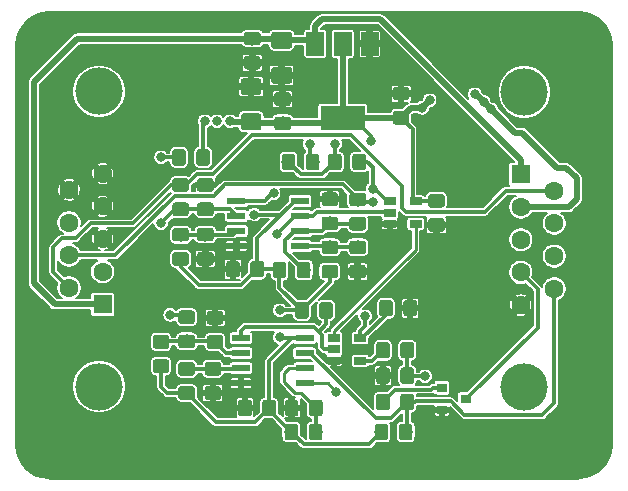
<source format=gbr>
G04 #@! TF.GenerationSoftware,KiCad,Pcbnew,(5.1.0)-1*
G04 #@! TF.CreationDate,2019-07-05T16:38:03+02:00*
G04 #@! TF.ProjectId,BSPD_SMD,42535044-5f53-44d4-942e-6b696361645f,rev?*
G04 #@! TF.SameCoordinates,Original*
G04 #@! TF.FileFunction,Copper,L1,Top*
G04 #@! TF.FilePolarity,Positive*
%FSLAX46Y46*%
G04 Gerber Fmt 4.6, Leading zero omitted, Abs format (unit mm)*
G04 Created by KiCad (PCBNEW (5.1.0)-1) date 2019-07-05 16:38:03*
%MOMM*%
%LPD*%
G04 APERTURE LIST*
%ADD10R,1.060000X0.650000*%
%ADD11C,0.100000*%
%ADD12C,1.150000*%
%ADD13C,1.425000*%
%ADD14C,4.000000*%
%ADD15C,1.600000*%
%ADD16R,1.600000X1.600000*%
%ADD17R,0.900000X0.800000*%
%ADD18R,1.550000X0.600000*%
%ADD19R,3.800000X2.000000*%
%ADD20R,1.500000X2.000000*%
%ADD21C,0.800000*%
%ADD22C,0.300000*%
%ADD23C,0.500000*%
%ADD24C,0.250000*%
%ADD25C,0.127000*%
G04 APERTURE END LIST*
D10*
X88110000Y-127300000D03*
X88110000Y-129200000D03*
X85910000Y-129200000D03*
X85910000Y-128250000D03*
X85910000Y-127300000D03*
D11*
G36*
X70769005Y-125337704D02*
G01*
X70793273Y-125341304D01*
X70817072Y-125347265D01*
X70840171Y-125355530D01*
X70862350Y-125366020D01*
X70883393Y-125378632D01*
X70903099Y-125393247D01*
X70921277Y-125409723D01*
X70937753Y-125427901D01*
X70952368Y-125447607D01*
X70964980Y-125468650D01*
X70975470Y-125490829D01*
X70983735Y-125513928D01*
X70989696Y-125537727D01*
X70993296Y-125561995D01*
X70994500Y-125586499D01*
X70994500Y-126236501D01*
X70993296Y-126261005D01*
X70989696Y-126285273D01*
X70983735Y-126309072D01*
X70975470Y-126332171D01*
X70964980Y-126354350D01*
X70952368Y-126375393D01*
X70937753Y-126395099D01*
X70921277Y-126413277D01*
X70903099Y-126429753D01*
X70883393Y-126444368D01*
X70862350Y-126456980D01*
X70840171Y-126467470D01*
X70817072Y-126475735D01*
X70793273Y-126481696D01*
X70769005Y-126485296D01*
X70744501Y-126486500D01*
X69844499Y-126486500D01*
X69819995Y-126485296D01*
X69795727Y-126481696D01*
X69771928Y-126475735D01*
X69748829Y-126467470D01*
X69726650Y-126456980D01*
X69705607Y-126444368D01*
X69685901Y-126429753D01*
X69667723Y-126413277D01*
X69651247Y-126395099D01*
X69636632Y-126375393D01*
X69624020Y-126354350D01*
X69613530Y-126332171D01*
X69605265Y-126309072D01*
X69599304Y-126285273D01*
X69595704Y-126261005D01*
X69594500Y-126236501D01*
X69594500Y-125586499D01*
X69595704Y-125561995D01*
X69599304Y-125537727D01*
X69605265Y-125513928D01*
X69613530Y-125490829D01*
X69624020Y-125468650D01*
X69636632Y-125447607D01*
X69651247Y-125427901D01*
X69667723Y-125409723D01*
X69685901Y-125393247D01*
X69705607Y-125378632D01*
X69726650Y-125366020D01*
X69748829Y-125355530D01*
X69771928Y-125347265D01*
X69795727Y-125341304D01*
X69819995Y-125337704D01*
X69844499Y-125336500D01*
X70744501Y-125336500D01*
X70769005Y-125337704D01*
X70769005Y-125337704D01*
G37*
D12*
X70294500Y-125911500D03*
D11*
G36*
X70769005Y-127387704D02*
G01*
X70793273Y-127391304D01*
X70817072Y-127397265D01*
X70840171Y-127405530D01*
X70862350Y-127416020D01*
X70883393Y-127428632D01*
X70903099Y-127443247D01*
X70921277Y-127459723D01*
X70937753Y-127477901D01*
X70952368Y-127497607D01*
X70964980Y-127518650D01*
X70975470Y-127540829D01*
X70983735Y-127563928D01*
X70989696Y-127587727D01*
X70993296Y-127611995D01*
X70994500Y-127636499D01*
X70994500Y-128286501D01*
X70993296Y-128311005D01*
X70989696Y-128335273D01*
X70983735Y-128359072D01*
X70975470Y-128382171D01*
X70964980Y-128404350D01*
X70952368Y-128425393D01*
X70937753Y-128445099D01*
X70921277Y-128463277D01*
X70903099Y-128479753D01*
X70883393Y-128494368D01*
X70862350Y-128506980D01*
X70840171Y-128517470D01*
X70817072Y-128525735D01*
X70793273Y-128531696D01*
X70769005Y-128535296D01*
X70744501Y-128536500D01*
X69844499Y-128536500D01*
X69819995Y-128535296D01*
X69795727Y-128531696D01*
X69771928Y-128525735D01*
X69748829Y-128517470D01*
X69726650Y-128506980D01*
X69705607Y-128494368D01*
X69685901Y-128479753D01*
X69667723Y-128463277D01*
X69651247Y-128445099D01*
X69636632Y-128425393D01*
X69624020Y-128404350D01*
X69613530Y-128382171D01*
X69605265Y-128359072D01*
X69599304Y-128335273D01*
X69595704Y-128311005D01*
X69594500Y-128286501D01*
X69594500Y-127636499D01*
X69595704Y-127611995D01*
X69599304Y-127587727D01*
X69605265Y-127563928D01*
X69613530Y-127540829D01*
X69624020Y-127518650D01*
X69636632Y-127497607D01*
X69651247Y-127477901D01*
X69667723Y-127459723D01*
X69685901Y-127443247D01*
X69705607Y-127428632D01*
X69726650Y-127416020D01*
X69748829Y-127405530D01*
X69771928Y-127397265D01*
X69795727Y-127391304D01*
X69819995Y-127387704D01*
X69844499Y-127386500D01*
X70744501Y-127386500D01*
X70769005Y-127387704D01*
X70769005Y-127387704D01*
G37*
D12*
X70294500Y-127961500D03*
D11*
G36*
X71594505Y-138627204D02*
G01*
X71618773Y-138630804D01*
X71642572Y-138636765D01*
X71665671Y-138645030D01*
X71687850Y-138655520D01*
X71708893Y-138668132D01*
X71728599Y-138682747D01*
X71746777Y-138699223D01*
X71763253Y-138717401D01*
X71777868Y-138737107D01*
X71790480Y-138758150D01*
X71800970Y-138780329D01*
X71809235Y-138803428D01*
X71815196Y-138827227D01*
X71818796Y-138851495D01*
X71820000Y-138875999D01*
X71820000Y-139526001D01*
X71818796Y-139550505D01*
X71815196Y-139574773D01*
X71809235Y-139598572D01*
X71800970Y-139621671D01*
X71790480Y-139643850D01*
X71777868Y-139664893D01*
X71763253Y-139684599D01*
X71746777Y-139702777D01*
X71728599Y-139719253D01*
X71708893Y-139733868D01*
X71687850Y-139746480D01*
X71665671Y-139756970D01*
X71642572Y-139765235D01*
X71618773Y-139771196D01*
X71594505Y-139774796D01*
X71570001Y-139776000D01*
X70669999Y-139776000D01*
X70645495Y-139774796D01*
X70621227Y-139771196D01*
X70597428Y-139765235D01*
X70574329Y-139756970D01*
X70552150Y-139746480D01*
X70531107Y-139733868D01*
X70511401Y-139719253D01*
X70493223Y-139702777D01*
X70476747Y-139684599D01*
X70462132Y-139664893D01*
X70449520Y-139643850D01*
X70439030Y-139621671D01*
X70430765Y-139598572D01*
X70424804Y-139574773D01*
X70421204Y-139550505D01*
X70420000Y-139526001D01*
X70420000Y-138875999D01*
X70421204Y-138851495D01*
X70424804Y-138827227D01*
X70430765Y-138803428D01*
X70439030Y-138780329D01*
X70449520Y-138758150D01*
X70462132Y-138737107D01*
X70476747Y-138717401D01*
X70493223Y-138699223D01*
X70511401Y-138682747D01*
X70531107Y-138668132D01*
X70552150Y-138655520D01*
X70574329Y-138645030D01*
X70597428Y-138636765D01*
X70621227Y-138630804D01*
X70645495Y-138627204D01*
X70669999Y-138626000D01*
X71570001Y-138626000D01*
X71594505Y-138627204D01*
X71594505Y-138627204D01*
G37*
D12*
X71120000Y-139201000D03*
D11*
G36*
X71594505Y-136577204D02*
G01*
X71618773Y-136580804D01*
X71642572Y-136586765D01*
X71665671Y-136595030D01*
X71687850Y-136605520D01*
X71708893Y-136618132D01*
X71728599Y-136632747D01*
X71746777Y-136649223D01*
X71763253Y-136667401D01*
X71777868Y-136687107D01*
X71790480Y-136708150D01*
X71800970Y-136730329D01*
X71809235Y-136753428D01*
X71815196Y-136777227D01*
X71818796Y-136801495D01*
X71820000Y-136825999D01*
X71820000Y-137476001D01*
X71818796Y-137500505D01*
X71815196Y-137524773D01*
X71809235Y-137548572D01*
X71800970Y-137571671D01*
X71790480Y-137593850D01*
X71777868Y-137614893D01*
X71763253Y-137634599D01*
X71746777Y-137652777D01*
X71728599Y-137669253D01*
X71708893Y-137683868D01*
X71687850Y-137696480D01*
X71665671Y-137706970D01*
X71642572Y-137715235D01*
X71618773Y-137721196D01*
X71594505Y-137724796D01*
X71570001Y-137726000D01*
X70669999Y-137726000D01*
X70645495Y-137724796D01*
X70621227Y-137721196D01*
X70597428Y-137715235D01*
X70574329Y-137706970D01*
X70552150Y-137696480D01*
X70531107Y-137683868D01*
X70511401Y-137669253D01*
X70493223Y-137652777D01*
X70476747Y-137634599D01*
X70462132Y-137614893D01*
X70449520Y-137593850D01*
X70439030Y-137571671D01*
X70430765Y-137548572D01*
X70424804Y-137524773D01*
X70421204Y-137500505D01*
X70420000Y-137476001D01*
X70420000Y-136825999D01*
X70421204Y-136801495D01*
X70424804Y-136777227D01*
X70430765Y-136753428D01*
X70439030Y-136730329D01*
X70449520Y-136708150D01*
X70462132Y-136687107D01*
X70476747Y-136667401D01*
X70493223Y-136649223D01*
X70511401Y-136632747D01*
X70531107Y-136618132D01*
X70552150Y-136605520D01*
X70574329Y-136595030D01*
X70597428Y-136586765D01*
X70621227Y-136580804D01*
X70645495Y-136577204D01*
X70669999Y-136576000D01*
X71570001Y-136576000D01*
X71594505Y-136577204D01*
X71594505Y-136577204D01*
G37*
D12*
X71120000Y-137151000D03*
D11*
G36*
X81310005Y-126535204D02*
G01*
X81334273Y-126538804D01*
X81358072Y-126544765D01*
X81381171Y-126553030D01*
X81403350Y-126563520D01*
X81424393Y-126576132D01*
X81444099Y-126590747D01*
X81462277Y-126607223D01*
X81478753Y-126625401D01*
X81493368Y-126645107D01*
X81505980Y-126666150D01*
X81516470Y-126688329D01*
X81524735Y-126711428D01*
X81530696Y-126735227D01*
X81534296Y-126759495D01*
X81535500Y-126783999D01*
X81535500Y-127434001D01*
X81534296Y-127458505D01*
X81530696Y-127482773D01*
X81524735Y-127506572D01*
X81516470Y-127529671D01*
X81505980Y-127551850D01*
X81493368Y-127572893D01*
X81478753Y-127592599D01*
X81462277Y-127610777D01*
X81444099Y-127627253D01*
X81424393Y-127641868D01*
X81403350Y-127654480D01*
X81381171Y-127664970D01*
X81358072Y-127673235D01*
X81334273Y-127679196D01*
X81310005Y-127682796D01*
X81285501Y-127684000D01*
X80385499Y-127684000D01*
X80360995Y-127682796D01*
X80336727Y-127679196D01*
X80312928Y-127673235D01*
X80289829Y-127664970D01*
X80267650Y-127654480D01*
X80246607Y-127641868D01*
X80226901Y-127627253D01*
X80208723Y-127610777D01*
X80192247Y-127592599D01*
X80177632Y-127572893D01*
X80165020Y-127551850D01*
X80154530Y-127529671D01*
X80146265Y-127506572D01*
X80140304Y-127482773D01*
X80136704Y-127458505D01*
X80135500Y-127434001D01*
X80135500Y-126783999D01*
X80136704Y-126759495D01*
X80140304Y-126735227D01*
X80146265Y-126711428D01*
X80154530Y-126688329D01*
X80165020Y-126666150D01*
X80177632Y-126645107D01*
X80192247Y-126625401D01*
X80208723Y-126607223D01*
X80226901Y-126590747D01*
X80246607Y-126576132D01*
X80267650Y-126563520D01*
X80289829Y-126553030D01*
X80312928Y-126544765D01*
X80336727Y-126538804D01*
X80360995Y-126535204D01*
X80385499Y-126534000D01*
X81285501Y-126534000D01*
X81310005Y-126535204D01*
X81310005Y-126535204D01*
G37*
D12*
X80835500Y-127109000D03*
D11*
G36*
X81310005Y-128585204D02*
G01*
X81334273Y-128588804D01*
X81358072Y-128594765D01*
X81381171Y-128603030D01*
X81403350Y-128613520D01*
X81424393Y-128626132D01*
X81444099Y-128640747D01*
X81462277Y-128657223D01*
X81478753Y-128675401D01*
X81493368Y-128695107D01*
X81505980Y-128716150D01*
X81516470Y-128738329D01*
X81524735Y-128761428D01*
X81530696Y-128785227D01*
X81534296Y-128809495D01*
X81535500Y-128833999D01*
X81535500Y-129484001D01*
X81534296Y-129508505D01*
X81530696Y-129532773D01*
X81524735Y-129556572D01*
X81516470Y-129579671D01*
X81505980Y-129601850D01*
X81493368Y-129622893D01*
X81478753Y-129642599D01*
X81462277Y-129660777D01*
X81444099Y-129677253D01*
X81424393Y-129691868D01*
X81403350Y-129704480D01*
X81381171Y-129714970D01*
X81358072Y-129723235D01*
X81334273Y-129729196D01*
X81310005Y-129732796D01*
X81285501Y-129734000D01*
X80385499Y-129734000D01*
X80360995Y-129732796D01*
X80336727Y-129729196D01*
X80312928Y-129723235D01*
X80289829Y-129714970D01*
X80267650Y-129704480D01*
X80246607Y-129691868D01*
X80226901Y-129677253D01*
X80208723Y-129660777D01*
X80192247Y-129642599D01*
X80177632Y-129622893D01*
X80165020Y-129601850D01*
X80154530Y-129579671D01*
X80146265Y-129556572D01*
X80140304Y-129532773D01*
X80136704Y-129508505D01*
X80135500Y-129484001D01*
X80135500Y-128833999D01*
X80136704Y-128809495D01*
X80140304Y-128785227D01*
X80146265Y-128761428D01*
X80154530Y-128738329D01*
X80165020Y-128716150D01*
X80177632Y-128695107D01*
X80192247Y-128675401D01*
X80208723Y-128657223D01*
X80226901Y-128640747D01*
X80246607Y-128626132D01*
X80267650Y-128613520D01*
X80289829Y-128603030D01*
X80312928Y-128594765D01*
X80336727Y-128588804D01*
X80360995Y-128585204D01*
X80385499Y-128584000D01*
X81285501Y-128584000D01*
X81310005Y-128585204D01*
X81310005Y-128585204D01*
G37*
D12*
X80835500Y-129159000D03*
D11*
G36*
X87734505Y-141350704D02*
G01*
X87758773Y-141354304D01*
X87782572Y-141360265D01*
X87805671Y-141368530D01*
X87827850Y-141379020D01*
X87848893Y-141391632D01*
X87868599Y-141406247D01*
X87886777Y-141422723D01*
X87903253Y-141440901D01*
X87917868Y-141460607D01*
X87930480Y-141481650D01*
X87940970Y-141503829D01*
X87949235Y-141526928D01*
X87955196Y-141550727D01*
X87958796Y-141574995D01*
X87960000Y-141599499D01*
X87960000Y-142499501D01*
X87958796Y-142524005D01*
X87955196Y-142548273D01*
X87949235Y-142572072D01*
X87940970Y-142595171D01*
X87930480Y-142617350D01*
X87917868Y-142638393D01*
X87903253Y-142658099D01*
X87886777Y-142676277D01*
X87868599Y-142692753D01*
X87848893Y-142707368D01*
X87827850Y-142719980D01*
X87805671Y-142730470D01*
X87782572Y-142738735D01*
X87758773Y-142744696D01*
X87734505Y-142748296D01*
X87710001Y-142749500D01*
X87059999Y-142749500D01*
X87035495Y-142748296D01*
X87011227Y-142744696D01*
X86987428Y-142738735D01*
X86964329Y-142730470D01*
X86942150Y-142719980D01*
X86921107Y-142707368D01*
X86901401Y-142692753D01*
X86883223Y-142676277D01*
X86866747Y-142658099D01*
X86852132Y-142638393D01*
X86839520Y-142617350D01*
X86829030Y-142595171D01*
X86820765Y-142572072D01*
X86814804Y-142548273D01*
X86811204Y-142524005D01*
X86810000Y-142499501D01*
X86810000Y-141599499D01*
X86811204Y-141574995D01*
X86814804Y-141550727D01*
X86820765Y-141526928D01*
X86829030Y-141503829D01*
X86839520Y-141481650D01*
X86852132Y-141460607D01*
X86866747Y-141440901D01*
X86883223Y-141422723D01*
X86901401Y-141406247D01*
X86921107Y-141391632D01*
X86942150Y-141379020D01*
X86964329Y-141368530D01*
X86987428Y-141360265D01*
X87011227Y-141354304D01*
X87035495Y-141350704D01*
X87059999Y-141349500D01*
X87710001Y-141349500D01*
X87734505Y-141350704D01*
X87734505Y-141350704D01*
G37*
D12*
X87385000Y-142049500D03*
D11*
G36*
X85684505Y-141350704D02*
G01*
X85708773Y-141354304D01*
X85732572Y-141360265D01*
X85755671Y-141368530D01*
X85777850Y-141379020D01*
X85798893Y-141391632D01*
X85818599Y-141406247D01*
X85836777Y-141422723D01*
X85853253Y-141440901D01*
X85867868Y-141460607D01*
X85880480Y-141481650D01*
X85890970Y-141503829D01*
X85899235Y-141526928D01*
X85905196Y-141550727D01*
X85908796Y-141574995D01*
X85910000Y-141599499D01*
X85910000Y-142499501D01*
X85908796Y-142524005D01*
X85905196Y-142548273D01*
X85899235Y-142572072D01*
X85890970Y-142595171D01*
X85880480Y-142617350D01*
X85867868Y-142638393D01*
X85853253Y-142658099D01*
X85836777Y-142676277D01*
X85818599Y-142692753D01*
X85798893Y-142707368D01*
X85777850Y-142719980D01*
X85755671Y-142730470D01*
X85732572Y-142738735D01*
X85708773Y-142744696D01*
X85684505Y-142748296D01*
X85660001Y-142749500D01*
X85009999Y-142749500D01*
X84985495Y-142748296D01*
X84961227Y-142744696D01*
X84937428Y-142738735D01*
X84914329Y-142730470D01*
X84892150Y-142719980D01*
X84871107Y-142707368D01*
X84851401Y-142692753D01*
X84833223Y-142676277D01*
X84816747Y-142658099D01*
X84802132Y-142638393D01*
X84789520Y-142617350D01*
X84779030Y-142595171D01*
X84770765Y-142572072D01*
X84764804Y-142548273D01*
X84761204Y-142524005D01*
X84760000Y-142499501D01*
X84760000Y-141599499D01*
X84761204Y-141574995D01*
X84764804Y-141550727D01*
X84770765Y-141526928D01*
X84779030Y-141503829D01*
X84789520Y-141481650D01*
X84802132Y-141460607D01*
X84816747Y-141440901D01*
X84833223Y-141422723D01*
X84851401Y-141406247D01*
X84871107Y-141391632D01*
X84892150Y-141379020D01*
X84914329Y-141368530D01*
X84937428Y-141360265D01*
X84961227Y-141354304D01*
X84985495Y-141350704D01*
X85009999Y-141349500D01*
X85660001Y-141349500D01*
X85684505Y-141350704D01*
X85684505Y-141350704D01*
G37*
D12*
X85335000Y-142049500D03*
D11*
G36*
X77408304Y-112939404D02*
G01*
X77432573Y-112943004D01*
X77456371Y-112948965D01*
X77479471Y-112957230D01*
X77501649Y-112967720D01*
X77522693Y-112980333D01*
X77542398Y-112994947D01*
X77560577Y-113011423D01*
X77577053Y-113029602D01*
X77591667Y-113049307D01*
X77604280Y-113070351D01*
X77614770Y-113092529D01*
X77623035Y-113115629D01*
X77628996Y-113139427D01*
X77632596Y-113163696D01*
X77633800Y-113188200D01*
X77633800Y-114113200D01*
X77632596Y-114137704D01*
X77628996Y-114161973D01*
X77623035Y-114185771D01*
X77614770Y-114208871D01*
X77604280Y-114231049D01*
X77591667Y-114252093D01*
X77577053Y-114271798D01*
X77560577Y-114289977D01*
X77542398Y-114306453D01*
X77522693Y-114321067D01*
X77501649Y-114333680D01*
X77479471Y-114344170D01*
X77456371Y-114352435D01*
X77432573Y-114358396D01*
X77408304Y-114361996D01*
X77383800Y-114363200D01*
X76133800Y-114363200D01*
X76109296Y-114361996D01*
X76085027Y-114358396D01*
X76061229Y-114352435D01*
X76038129Y-114344170D01*
X76015951Y-114333680D01*
X75994907Y-114321067D01*
X75975202Y-114306453D01*
X75957023Y-114289977D01*
X75940547Y-114271798D01*
X75925933Y-114252093D01*
X75913320Y-114231049D01*
X75902830Y-114208871D01*
X75894565Y-114185771D01*
X75888604Y-114161973D01*
X75885004Y-114137704D01*
X75883800Y-114113200D01*
X75883800Y-113188200D01*
X75885004Y-113163696D01*
X75888604Y-113139427D01*
X75894565Y-113115629D01*
X75902830Y-113092529D01*
X75913320Y-113070351D01*
X75925933Y-113049307D01*
X75940547Y-113029602D01*
X75957023Y-113011423D01*
X75975202Y-112994947D01*
X75994907Y-112980333D01*
X76015951Y-112967720D01*
X76038129Y-112957230D01*
X76061229Y-112948965D01*
X76085027Y-112943004D01*
X76109296Y-112939404D01*
X76133800Y-112938200D01*
X77383800Y-112938200D01*
X77408304Y-112939404D01*
X77408304Y-112939404D01*
G37*
D13*
X76758800Y-113650700D03*
D11*
G36*
X77408304Y-115914404D02*
G01*
X77432573Y-115918004D01*
X77456371Y-115923965D01*
X77479471Y-115932230D01*
X77501649Y-115942720D01*
X77522693Y-115955333D01*
X77542398Y-115969947D01*
X77560577Y-115986423D01*
X77577053Y-116004602D01*
X77591667Y-116024307D01*
X77604280Y-116045351D01*
X77614770Y-116067529D01*
X77623035Y-116090629D01*
X77628996Y-116114427D01*
X77632596Y-116138696D01*
X77633800Y-116163200D01*
X77633800Y-117088200D01*
X77632596Y-117112704D01*
X77628996Y-117136973D01*
X77623035Y-117160771D01*
X77614770Y-117183871D01*
X77604280Y-117206049D01*
X77591667Y-117227093D01*
X77577053Y-117246798D01*
X77560577Y-117264977D01*
X77542398Y-117281453D01*
X77522693Y-117296067D01*
X77501649Y-117308680D01*
X77479471Y-117319170D01*
X77456371Y-117327435D01*
X77432573Y-117333396D01*
X77408304Y-117336996D01*
X77383800Y-117338200D01*
X76133800Y-117338200D01*
X76109296Y-117336996D01*
X76085027Y-117333396D01*
X76061229Y-117327435D01*
X76038129Y-117319170D01*
X76015951Y-117308680D01*
X75994907Y-117296067D01*
X75975202Y-117281453D01*
X75957023Y-117264977D01*
X75940547Y-117246798D01*
X75925933Y-117227093D01*
X75913320Y-117206049D01*
X75902830Y-117183871D01*
X75894565Y-117160771D01*
X75888604Y-117136973D01*
X75885004Y-117112704D01*
X75883800Y-117088200D01*
X75883800Y-116163200D01*
X75885004Y-116138696D01*
X75888604Y-116114427D01*
X75894565Y-116090629D01*
X75902830Y-116067529D01*
X75913320Y-116045351D01*
X75925933Y-116024307D01*
X75940547Y-116004602D01*
X75957023Y-115986423D01*
X75975202Y-115969947D01*
X75994907Y-115955333D01*
X76015951Y-115942720D01*
X76038129Y-115932230D01*
X76061229Y-115923965D01*
X76085027Y-115918004D01*
X76109296Y-115914404D01*
X76133800Y-115913200D01*
X77383800Y-115913200D01*
X77408304Y-115914404D01*
X77408304Y-115914404D01*
G37*
D13*
X76758800Y-116625700D03*
D11*
G36*
X74744105Y-112929804D02*
G01*
X74768373Y-112933404D01*
X74792172Y-112939365D01*
X74815271Y-112947630D01*
X74837450Y-112958120D01*
X74858493Y-112970732D01*
X74878199Y-112985347D01*
X74896377Y-113001823D01*
X74912853Y-113020001D01*
X74927468Y-113039707D01*
X74940080Y-113060750D01*
X74950570Y-113082929D01*
X74958835Y-113106028D01*
X74964796Y-113129827D01*
X74968396Y-113154095D01*
X74969600Y-113178599D01*
X74969600Y-113828601D01*
X74968396Y-113853105D01*
X74964796Y-113877373D01*
X74958835Y-113901172D01*
X74950570Y-113924271D01*
X74940080Y-113946450D01*
X74927468Y-113967493D01*
X74912853Y-113987199D01*
X74896377Y-114005377D01*
X74878199Y-114021853D01*
X74858493Y-114036468D01*
X74837450Y-114049080D01*
X74815271Y-114059570D01*
X74792172Y-114067835D01*
X74768373Y-114073796D01*
X74744105Y-114077396D01*
X74719601Y-114078600D01*
X73819599Y-114078600D01*
X73795095Y-114077396D01*
X73770827Y-114073796D01*
X73747028Y-114067835D01*
X73723929Y-114059570D01*
X73701750Y-114049080D01*
X73680707Y-114036468D01*
X73661001Y-114021853D01*
X73642823Y-114005377D01*
X73626347Y-113987199D01*
X73611732Y-113967493D01*
X73599120Y-113946450D01*
X73588630Y-113924271D01*
X73580365Y-113901172D01*
X73574404Y-113877373D01*
X73570804Y-113853105D01*
X73569600Y-113828601D01*
X73569600Y-113178599D01*
X73570804Y-113154095D01*
X73574404Y-113129827D01*
X73580365Y-113106028D01*
X73588630Y-113082929D01*
X73599120Y-113060750D01*
X73611732Y-113039707D01*
X73626347Y-113020001D01*
X73642823Y-113001823D01*
X73661001Y-112985347D01*
X73680707Y-112970732D01*
X73701750Y-112958120D01*
X73723929Y-112947630D01*
X73747028Y-112939365D01*
X73770827Y-112933404D01*
X73795095Y-112929804D01*
X73819599Y-112928600D01*
X74719601Y-112928600D01*
X74744105Y-112929804D01*
X74744105Y-112929804D01*
G37*
D12*
X74269600Y-113503600D03*
D11*
G36*
X74744105Y-114979804D02*
G01*
X74768373Y-114983404D01*
X74792172Y-114989365D01*
X74815271Y-114997630D01*
X74837450Y-115008120D01*
X74858493Y-115020732D01*
X74878199Y-115035347D01*
X74896377Y-115051823D01*
X74912853Y-115070001D01*
X74927468Y-115089707D01*
X74940080Y-115110750D01*
X74950570Y-115132929D01*
X74958835Y-115156028D01*
X74964796Y-115179827D01*
X74968396Y-115204095D01*
X74969600Y-115228599D01*
X74969600Y-115878601D01*
X74968396Y-115903105D01*
X74964796Y-115927373D01*
X74958835Y-115951172D01*
X74950570Y-115974271D01*
X74940080Y-115996450D01*
X74927468Y-116017493D01*
X74912853Y-116037199D01*
X74896377Y-116055377D01*
X74878199Y-116071853D01*
X74858493Y-116086468D01*
X74837450Y-116099080D01*
X74815271Y-116109570D01*
X74792172Y-116117835D01*
X74768373Y-116123796D01*
X74744105Y-116127396D01*
X74719601Y-116128600D01*
X73819599Y-116128600D01*
X73795095Y-116127396D01*
X73770827Y-116123796D01*
X73747028Y-116117835D01*
X73723929Y-116109570D01*
X73701750Y-116099080D01*
X73680707Y-116086468D01*
X73661001Y-116071853D01*
X73642823Y-116055377D01*
X73626347Y-116037199D01*
X73611732Y-116017493D01*
X73599120Y-115996450D01*
X73588630Y-115974271D01*
X73580365Y-115951172D01*
X73574404Y-115927373D01*
X73570804Y-115903105D01*
X73569600Y-115878601D01*
X73569600Y-115228599D01*
X73570804Y-115204095D01*
X73574404Y-115179827D01*
X73580365Y-115156028D01*
X73588630Y-115132929D01*
X73599120Y-115110750D01*
X73611732Y-115089707D01*
X73626347Y-115070001D01*
X73642823Y-115051823D01*
X73661001Y-115035347D01*
X73680707Y-115020732D01*
X73701750Y-115008120D01*
X73723929Y-114997630D01*
X73747028Y-114989365D01*
X73770827Y-114983404D01*
X73795095Y-114979804D01*
X73819599Y-114978600D01*
X74719601Y-114978600D01*
X74744105Y-114979804D01*
X74744105Y-114979804D01*
G37*
D12*
X74269600Y-115553600D03*
D11*
G36*
X77309505Y-120110604D02*
G01*
X77333773Y-120114204D01*
X77357572Y-120120165D01*
X77380671Y-120128430D01*
X77402850Y-120138920D01*
X77423893Y-120151532D01*
X77443599Y-120166147D01*
X77461777Y-120182623D01*
X77478253Y-120200801D01*
X77492868Y-120220507D01*
X77505480Y-120241550D01*
X77515970Y-120263729D01*
X77524235Y-120286828D01*
X77530196Y-120310627D01*
X77533796Y-120334895D01*
X77535000Y-120359399D01*
X77535000Y-121009401D01*
X77533796Y-121033905D01*
X77530196Y-121058173D01*
X77524235Y-121081972D01*
X77515970Y-121105071D01*
X77505480Y-121127250D01*
X77492868Y-121148293D01*
X77478253Y-121167999D01*
X77461777Y-121186177D01*
X77443599Y-121202653D01*
X77423893Y-121217268D01*
X77402850Y-121229880D01*
X77380671Y-121240370D01*
X77357572Y-121248635D01*
X77333773Y-121254596D01*
X77309505Y-121258196D01*
X77285001Y-121259400D01*
X76384999Y-121259400D01*
X76360495Y-121258196D01*
X76336227Y-121254596D01*
X76312428Y-121248635D01*
X76289329Y-121240370D01*
X76267150Y-121229880D01*
X76246107Y-121217268D01*
X76226401Y-121202653D01*
X76208223Y-121186177D01*
X76191747Y-121167999D01*
X76177132Y-121148293D01*
X76164520Y-121127250D01*
X76154030Y-121105071D01*
X76145765Y-121081972D01*
X76139804Y-121058173D01*
X76136204Y-121033905D01*
X76135000Y-121009401D01*
X76135000Y-120359399D01*
X76136204Y-120334895D01*
X76139804Y-120310627D01*
X76145765Y-120286828D01*
X76154030Y-120263729D01*
X76164520Y-120241550D01*
X76177132Y-120220507D01*
X76191747Y-120200801D01*
X76208223Y-120182623D01*
X76226401Y-120166147D01*
X76246107Y-120151532D01*
X76267150Y-120138920D01*
X76289329Y-120128430D01*
X76312428Y-120120165D01*
X76336227Y-120114204D01*
X76360495Y-120110604D01*
X76384999Y-120109400D01*
X77285001Y-120109400D01*
X77309505Y-120110604D01*
X77309505Y-120110604D01*
G37*
D12*
X76835000Y-120684400D03*
D11*
G36*
X77309505Y-118060604D02*
G01*
X77333773Y-118064204D01*
X77357572Y-118070165D01*
X77380671Y-118078430D01*
X77402850Y-118088920D01*
X77423893Y-118101532D01*
X77443599Y-118116147D01*
X77461777Y-118132623D01*
X77478253Y-118150801D01*
X77492868Y-118170507D01*
X77505480Y-118191550D01*
X77515970Y-118213729D01*
X77524235Y-118236828D01*
X77530196Y-118260627D01*
X77533796Y-118284895D01*
X77535000Y-118309399D01*
X77535000Y-118959401D01*
X77533796Y-118983905D01*
X77530196Y-119008173D01*
X77524235Y-119031972D01*
X77515970Y-119055071D01*
X77505480Y-119077250D01*
X77492868Y-119098293D01*
X77478253Y-119117999D01*
X77461777Y-119136177D01*
X77443599Y-119152653D01*
X77423893Y-119167268D01*
X77402850Y-119179880D01*
X77380671Y-119190370D01*
X77357572Y-119198635D01*
X77333773Y-119204596D01*
X77309505Y-119208196D01*
X77285001Y-119209400D01*
X76384999Y-119209400D01*
X76360495Y-119208196D01*
X76336227Y-119204596D01*
X76312428Y-119198635D01*
X76289329Y-119190370D01*
X76267150Y-119179880D01*
X76246107Y-119167268D01*
X76226401Y-119152653D01*
X76208223Y-119136177D01*
X76191747Y-119117999D01*
X76177132Y-119098293D01*
X76164520Y-119077250D01*
X76154030Y-119055071D01*
X76145765Y-119031972D01*
X76139804Y-119008173D01*
X76136204Y-118983905D01*
X76135000Y-118959401D01*
X76135000Y-118309399D01*
X76136204Y-118284895D01*
X76139804Y-118260627D01*
X76145765Y-118236828D01*
X76154030Y-118213729D01*
X76164520Y-118191550D01*
X76177132Y-118170507D01*
X76191747Y-118150801D01*
X76208223Y-118132623D01*
X76226401Y-118116147D01*
X76246107Y-118101532D01*
X76267150Y-118088920D01*
X76289329Y-118078430D01*
X76312428Y-118070165D01*
X76336227Y-118064204D01*
X76360495Y-118060604D01*
X76384999Y-118059400D01*
X77285001Y-118059400D01*
X77309505Y-118060604D01*
X77309505Y-118060604D01*
G37*
D12*
X76835000Y-118634400D03*
D11*
G36*
X74817504Y-116876404D02*
G01*
X74841773Y-116880004D01*
X74865571Y-116885965D01*
X74888671Y-116894230D01*
X74910849Y-116904720D01*
X74931893Y-116917333D01*
X74951598Y-116931947D01*
X74969777Y-116948423D01*
X74986253Y-116966602D01*
X75000867Y-116986307D01*
X75013480Y-117007351D01*
X75023970Y-117029529D01*
X75032235Y-117052629D01*
X75038196Y-117076427D01*
X75041796Y-117100696D01*
X75043000Y-117125200D01*
X75043000Y-118050200D01*
X75041796Y-118074704D01*
X75038196Y-118098973D01*
X75032235Y-118122771D01*
X75023970Y-118145871D01*
X75013480Y-118168049D01*
X75000867Y-118189093D01*
X74986253Y-118208798D01*
X74969777Y-118226977D01*
X74951598Y-118243453D01*
X74931893Y-118258067D01*
X74910849Y-118270680D01*
X74888671Y-118281170D01*
X74865571Y-118289435D01*
X74841773Y-118295396D01*
X74817504Y-118298996D01*
X74793000Y-118300200D01*
X73543000Y-118300200D01*
X73518496Y-118298996D01*
X73494227Y-118295396D01*
X73470429Y-118289435D01*
X73447329Y-118281170D01*
X73425151Y-118270680D01*
X73404107Y-118258067D01*
X73384402Y-118243453D01*
X73366223Y-118226977D01*
X73349747Y-118208798D01*
X73335133Y-118189093D01*
X73322520Y-118168049D01*
X73312030Y-118145871D01*
X73303765Y-118122771D01*
X73297804Y-118098973D01*
X73294204Y-118074704D01*
X73293000Y-118050200D01*
X73293000Y-117125200D01*
X73294204Y-117100696D01*
X73297804Y-117076427D01*
X73303765Y-117052629D01*
X73312030Y-117029529D01*
X73322520Y-117007351D01*
X73335133Y-116986307D01*
X73349747Y-116966602D01*
X73366223Y-116948423D01*
X73384402Y-116931947D01*
X73404107Y-116917333D01*
X73425151Y-116904720D01*
X73447329Y-116894230D01*
X73470429Y-116885965D01*
X73494227Y-116880004D01*
X73518496Y-116876404D01*
X73543000Y-116875200D01*
X74793000Y-116875200D01*
X74817504Y-116876404D01*
X74817504Y-116876404D01*
G37*
D13*
X74168000Y-117587700D03*
D11*
G36*
X74817504Y-119851404D02*
G01*
X74841773Y-119855004D01*
X74865571Y-119860965D01*
X74888671Y-119869230D01*
X74910849Y-119879720D01*
X74931893Y-119892333D01*
X74951598Y-119906947D01*
X74969777Y-119923423D01*
X74986253Y-119941602D01*
X75000867Y-119961307D01*
X75013480Y-119982351D01*
X75023970Y-120004529D01*
X75032235Y-120027629D01*
X75038196Y-120051427D01*
X75041796Y-120075696D01*
X75043000Y-120100200D01*
X75043000Y-121025200D01*
X75041796Y-121049704D01*
X75038196Y-121073973D01*
X75032235Y-121097771D01*
X75023970Y-121120871D01*
X75013480Y-121143049D01*
X75000867Y-121164093D01*
X74986253Y-121183798D01*
X74969777Y-121201977D01*
X74951598Y-121218453D01*
X74931893Y-121233067D01*
X74910849Y-121245680D01*
X74888671Y-121256170D01*
X74865571Y-121264435D01*
X74841773Y-121270396D01*
X74817504Y-121273996D01*
X74793000Y-121275200D01*
X73543000Y-121275200D01*
X73518496Y-121273996D01*
X73494227Y-121270396D01*
X73470429Y-121264435D01*
X73447329Y-121256170D01*
X73425151Y-121245680D01*
X73404107Y-121233067D01*
X73384402Y-121218453D01*
X73366223Y-121201977D01*
X73349747Y-121183798D01*
X73335133Y-121164093D01*
X73322520Y-121143049D01*
X73312030Y-121120871D01*
X73303765Y-121097771D01*
X73297804Y-121073973D01*
X73294204Y-121049704D01*
X73293000Y-121025200D01*
X73293000Y-120100200D01*
X73294204Y-120075696D01*
X73297804Y-120051427D01*
X73303765Y-120027629D01*
X73312030Y-120004529D01*
X73322520Y-119982351D01*
X73335133Y-119961307D01*
X73349747Y-119941602D01*
X73366223Y-119923423D01*
X73384402Y-119906947D01*
X73404107Y-119892333D01*
X73425151Y-119879720D01*
X73447329Y-119869230D01*
X73470429Y-119860965D01*
X73494227Y-119855004D01*
X73518496Y-119851404D01*
X73543000Y-119850200D01*
X74793000Y-119850200D01*
X74817504Y-119851404D01*
X74817504Y-119851404D01*
G37*
D13*
X74168000Y-120562700D03*
D11*
G36*
X87988505Y-135635704D02*
G01*
X88012773Y-135639304D01*
X88036572Y-135645265D01*
X88059671Y-135653530D01*
X88081850Y-135664020D01*
X88102893Y-135676632D01*
X88122599Y-135691247D01*
X88140777Y-135707723D01*
X88157253Y-135725901D01*
X88171868Y-135745607D01*
X88184480Y-135766650D01*
X88194970Y-135788829D01*
X88203235Y-135811928D01*
X88209196Y-135835727D01*
X88212796Y-135859995D01*
X88214000Y-135884499D01*
X88214000Y-136784501D01*
X88212796Y-136809005D01*
X88209196Y-136833273D01*
X88203235Y-136857072D01*
X88194970Y-136880171D01*
X88184480Y-136902350D01*
X88171868Y-136923393D01*
X88157253Y-136943099D01*
X88140777Y-136961277D01*
X88122599Y-136977753D01*
X88102893Y-136992368D01*
X88081850Y-137004980D01*
X88059671Y-137015470D01*
X88036572Y-137023735D01*
X88012773Y-137029696D01*
X87988505Y-137033296D01*
X87964001Y-137034500D01*
X87313999Y-137034500D01*
X87289495Y-137033296D01*
X87265227Y-137029696D01*
X87241428Y-137023735D01*
X87218329Y-137015470D01*
X87196150Y-137004980D01*
X87175107Y-136992368D01*
X87155401Y-136977753D01*
X87137223Y-136961277D01*
X87120747Y-136943099D01*
X87106132Y-136923393D01*
X87093520Y-136902350D01*
X87083030Y-136880171D01*
X87074765Y-136857072D01*
X87068804Y-136833273D01*
X87065204Y-136809005D01*
X87064000Y-136784501D01*
X87064000Y-135884499D01*
X87065204Y-135859995D01*
X87068804Y-135835727D01*
X87074765Y-135811928D01*
X87083030Y-135788829D01*
X87093520Y-135766650D01*
X87106132Y-135745607D01*
X87120747Y-135725901D01*
X87137223Y-135707723D01*
X87155401Y-135691247D01*
X87175107Y-135676632D01*
X87196150Y-135664020D01*
X87218329Y-135653530D01*
X87241428Y-135645265D01*
X87265227Y-135639304D01*
X87289495Y-135635704D01*
X87313999Y-135634500D01*
X87964001Y-135634500D01*
X87988505Y-135635704D01*
X87988505Y-135635704D01*
G37*
D12*
X87639000Y-136334500D03*
D11*
G36*
X85938505Y-135635704D02*
G01*
X85962773Y-135639304D01*
X85986572Y-135645265D01*
X86009671Y-135653530D01*
X86031850Y-135664020D01*
X86052893Y-135676632D01*
X86072599Y-135691247D01*
X86090777Y-135707723D01*
X86107253Y-135725901D01*
X86121868Y-135745607D01*
X86134480Y-135766650D01*
X86144970Y-135788829D01*
X86153235Y-135811928D01*
X86159196Y-135835727D01*
X86162796Y-135859995D01*
X86164000Y-135884499D01*
X86164000Y-136784501D01*
X86162796Y-136809005D01*
X86159196Y-136833273D01*
X86153235Y-136857072D01*
X86144970Y-136880171D01*
X86134480Y-136902350D01*
X86121868Y-136923393D01*
X86107253Y-136943099D01*
X86090777Y-136961277D01*
X86072599Y-136977753D01*
X86052893Y-136992368D01*
X86031850Y-137004980D01*
X86009671Y-137015470D01*
X85986572Y-137023735D01*
X85962773Y-137029696D01*
X85938505Y-137033296D01*
X85914001Y-137034500D01*
X85263999Y-137034500D01*
X85239495Y-137033296D01*
X85215227Y-137029696D01*
X85191428Y-137023735D01*
X85168329Y-137015470D01*
X85146150Y-137004980D01*
X85125107Y-136992368D01*
X85105401Y-136977753D01*
X85087223Y-136961277D01*
X85070747Y-136943099D01*
X85056132Y-136923393D01*
X85043520Y-136902350D01*
X85033030Y-136880171D01*
X85024765Y-136857072D01*
X85018804Y-136833273D01*
X85015204Y-136809005D01*
X85014000Y-136784501D01*
X85014000Y-135884499D01*
X85015204Y-135859995D01*
X85018804Y-135835727D01*
X85024765Y-135811928D01*
X85033030Y-135788829D01*
X85043520Y-135766650D01*
X85056132Y-135745607D01*
X85070747Y-135725901D01*
X85087223Y-135707723D01*
X85105401Y-135691247D01*
X85125107Y-135676632D01*
X85146150Y-135664020D01*
X85168329Y-135653530D01*
X85191428Y-135645265D01*
X85215227Y-135639304D01*
X85239495Y-135635704D01*
X85263999Y-135634500D01*
X85914001Y-135634500D01*
X85938505Y-135635704D01*
X85938505Y-135635704D01*
G37*
D12*
X85589000Y-136334500D03*
D11*
G36*
X90327005Y-126671204D02*
G01*
X90351273Y-126674804D01*
X90375072Y-126680765D01*
X90398171Y-126689030D01*
X90420350Y-126699520D01*
X90441393Y-126712132D01*
X90461099Y-126726747D01*
X90479277Y-126743223D01*
X90495753Y-126761401D01*
X90510368Y-126781107D01*
X90522980Y-126802150D01*
X90533470Y-126824329D01*
X90541735Y-126847428D01*
X90547696Y-126871227D01*
X90551296Y-126895495D01*
X90552500Y-126919999D01*
X90552500Y-127570001D01*
X90551296Y-127594505D01*
X90547696Y-127618773D01*
X90541735Y-127642572D01*
X90533470Y-127665671D01*
X90522980Y-127687850D01*
X90510368Y-127708893D01*
X90495753Y-127728599D01*
X90479277Y-127746777D01*
X90461099Y-127763253D01*
X90441393Y-127777868D01*
X90420350Y-127790480D01*
X90398171Y-127800970D01*
X90375072Y-127809235D01*
X90351273Y-127815196D01*
X90327005Y-127818796D01*
X90302501Y-127820000D01*
X89402499Y-127820000D01*
X89377995Y-127818796D01*
X89353727Y-127815196D01*
X89329928Y-127809235D01*
X89306829Y-127800970D01*
X89284650Y-127790480D01*
X89263607Y-127777868D01*
X89243901Y-127763253D01*
X89225723Y-127746777D01*
X89209247Y-127728599D01*
X89194632Y-127708893D01*
X89182020Y-127687850D01*
X89171530Y-127665671D01*
X89163265Y-127642572D01*
X89157304Y-127618773D01*
X89153704Y-127594505D01*
X89152500Y-127570001D01*
X89152500Y-126919999D01*
X89153704Y-126895495D01*
X89157304Y-126871227D01*
X89163265Y-126847428D01*
X89171530Y-126824329D01*
X89182020Y-126802150D01*
X89194632Y-126781107D01*
X89209247Y-126761401D01*
X89225723Y-126743223D01*
X89243901Y-126726747D01*
X89263607Y-126712132D01*
X89284650Y-126699520D01*
X89306829Y-126689030D01*
X89329928Y-126680765D01*
X89353727Y-126674804D01*
X89377995Y-126671204D01*
X89402499Y-126670000D01*
X90302501Y-126670000D01*
X90327005Y-126671204D01*
X90327005Y-126671204D01*
G37*
D12*
X89852500Y-127245000D03*
D11*
G36*
X90327005Y-128721204D02*
G01*
X90351273Y-128724804D01*
X90375072Y-128730765D01*
X90398171Y-128739030D01*
X90420350Y-128749520D01*
X90441393Y-128762132D01*
X90461099Y-128776747D01*
X90479277Y-128793223D01*
X90495753Y-128811401D01*
X90510368Y-128831107D01*
X90522980Y-128852150D01*
X90533470Y-128874329D01*
X90541735Y-128897428D01*
X90547696Y-128921227D01*
X90551296Y-128945495D01*
X90552500Y-128969999D01*
X90552500Y-129620001D01*
X90551296Y-129644505D01*
X90547696Y-129668773D01*
X90541735Y-129692572D01*
X90533470Y-129715671D01*
X90522980Y-129737850D01*
X90510368Y-129758893D01*
X90495753Y-129778599D01*
X90479277Y-129796777D01*
X90461099Y-129813253D01*
X90441393Y-129827868D01*
X90420350Y-129840480D01*
X90398171Y-129850970D01*
X90375072Y-129859235D01*
X90351273Y-129865196D01*
X90327005Y-129868796D01*
X90302501Y-129870000D01*
X89402499Y-129870000D01*
X89377995Y-129868796D01*
X89353727Y-129865196D01*
X89329928Y-129859235D01*
X89306829Y-129850970D01*
X89284650Y-129840480D01*
X89263607Y-129827868D01*
X89243901Y-129813253D01*
X89225723Y-129796777D01*
X89209247Y-129778599D01*
X89194632Y-129758893D01*
X89182020Y-129737850D01*
X89171530Y-129715671D01*
X89163265Y-129692572D01*
X89157304Y-129668773D01*
X89153704Y-129644505D01*
X89152500Y-129620001D01*
X89152500Y-128969999D01*
X89153704Y-128945495D01*
X89157304Y-128921227D01*
X89163265Y-128897428D01*
X89171530Y-128874329D01*
X89182020Y-128852150D01*
X89194632Y-128831107D01*
X89209247Y-128811401D01*
X89225723Y-128793223D01*
X89243901Y-128776747D01*
X89263607Y-128762132D01*
X89284650Y-128749520D01*
X89306829Y-128739030D01*
X89329928Y-128730765D01*
X89353727Y-128724804D01*
X89377995Y-128721204D01*
X89402499Y-128720000D01*
X90302501Y-128720000D01*
X90327005Y-128721204D01*
X90327005Y-128721204D01*
G37*
D12*
X89852500Y-129295000D03*
D11*
G36*
X87342505Y-117590704D02*
G01*
X87366773Y-117594304D01*
X87390572Y-117600265D01*
X87413671Y-117608530D01*
X87435850Y-117619020D01*
X87456893Y-117631632D01*
X87476599Y-117646247D01*
X87494777Y-117662723D01*
X87511253Y-117680901D01*
X87525868Y-117700607D01*
X87538480Y-117721650D01*
X87548970Y-117743829D01*
X87557235Y-117766928D01*
X87563196Y-117790727D01*
X87566796Y-117814995D01*
X87568000Y-117839499D01*
X87568000Y-118489501D01*
X87566796Y-118514005D01*
X87563196Y-118538273D01*
X87557235Y-118562072D01*
X87548970Y-118585171D01*
X87538480Y-118607350D01*
X87525868Y-118628393D01*
X87511253Y-118648099D01*
X87494777Y-118666277D01*
X87476599Y-118682753D01*
X87456893Y-118697368D01*
X87435850Y-118709980D01*
X87413671Y-118720470D01*
X87390572Y-118728735D01*
X87366773Y-118734696D01*
X87342505Y-118738296D01*
X87318001Y-118739500D01*
X86417999Y-118739500D01*
X86393495Y-118738296D01*
X86369227Y-118734696D01*
X86345428Y-118728735D01*
X86322329Y-118720470D01*
X86300150Y-118709980D01*
X86279107Y-118697368D01*
X86259401Y-118682753D01*
X86241223Y-118666277D01*
X86224747Y-118648099D01*
X86210132Y-118628393D01*
X86197520Y-118607350D01*
X86187030Y-118585171D01*
X86178765Y-118562072D01*
X86172804Y-118538273D01*
X86169204Y-118514005D01*
X86168000Y-118489501D01*
X86168000Y-117839499D01*
X86169204Y-117814995D01*
X86172804Y-117790727D01*
X86178765Y-117766928D01*
X86187030Y-117743829D01*
X86197520Y-117721650D01*
X86210132Y-117700607D01*
X86224747Y-117680901D01*
X86241223Y-117662723D01*
X86259401Y-117646247D01*
X86279107Y-117631632D01*
X86300150Y-117619020D01*
X86322329Y-117608530D01*
X86345428Y-117600265D01*
X86369227Y-117594304D01*
X86393495Y-117590704D01*
X86417999Y-117589500D01*
X87318001Y-117589500D01*
X87342505Y-117590704D01*
X87342505Y-117590704D01*
G37*
D12*
X86868000Y-118164500D03*
D11*
G36*
X87342505Y-119640704D02*
G01*
X87366773Y-119644304D01*
X87390572Y-119650265D01*
X87413671Y-119658530D01*
X87435850Y-119669020D01*
X87456893Y-119681632D01*
X87476599Y-119696247D01*
X87494777Y-119712723D01*
X87511253Y-119730901D01*
X87525868Y-119750607D01*
X87538480Y-119771650D01*
X87548970Y-119793829D01*
X87557235Y-119816928D01*
X87563196Y-119840727D01*
X87566796Y-119864995D01*
X87568000Y-119889499D01*
X87568000Y-120539501D01*
X87566796Y-120564005D01*
X87563196Y-120588273D01*
X87557235Y-120612072D01*
X87548970Y-120635171D01*
X87538480Y-120657350D01*
X87525868Y-120678393D01*
X87511253Y-120698099D01*
X87494777Y-120716277D01*
X87476599Y-120732753D01*
X87456893Y-120747368D01*
X87435850Y-120759980D01*
X87413671Y-120770470D01*
X87390572Y-120778735D01*
X87366773Y-120784696D01*
X87342505Y-120788296D01*
X87318001Y-120789500D01*
X86417999Y-120789500D01*
X86393495Y-120788296D01*
X86369227Y-120784696D01*
X86345428Y-120778735D01*
X86322329Y-120770470D01*
X86300150Y-120759980D01*
X86279107Y-120747368D01*
X86259401Y-120732753D01*
X86241223Y-120716277D01*
X86224747Y-120698099D01*
X86210132Y-120678393D01*
X86197520Y-120657350D01*
X86187030Y-120635171D01*
X86178765Y-120612072D01*
X86172804Y-120588273D01*
X86169204Y-120564005D01*
X86168000Y-120539501D01*
X86168000Y-119889499D01*
X86169204Y-119864995D01*
X86172804Y-119840727D01*
X86178765Y-119816928D01*
X86187030Y-119793829D01*
X86197520Y-119771650D01*
X86210132Y-119750607D01*
X86224747Y-119730901D01*
X86241223Y-119712723D01*
X86259401Y-119696247D01*
X86279107Y-119681632D01*
X86300150Y-119669020D01*
X86322329Y-119658530D01*
X86345428Y-119650265D01*
X86369227Y-119644304D01*
X86393495Y-119640704D01*
X86417999Y-119639500D01*
X87318001Y-119639500D01*
X87342505Y-119640704D01*
X87342505Y-119640704D01*
G37*
D12*
X86868000Y-120214500D03*
D11*
G36*
X72984505Y-132333704D02*
G01*
X73008773Y-132337304D01*
X73032572Y-132343265D01*
X73055671Y-132351530D01*
X73077850Y-132362020D01*
X73098893Y-132374632D01*
X73118599Y-132389247D01*
X73136777Y-132405723D01*
X73153253Y-132423901D01*
X73167868Y-132443607D01*
X73180480Y-132464650D01*
X73190970Y-132486829D01*
X73199235Y-132509928D01*
X73205196Y-132533727D01*
X73208796Y-132557995D01*
X73210000Y-132582499D01*
X73210000Y-133482501D01*
X73208796Y-133507005D01*
X73205196Y-133531273D01*
X73199235Y-133555072D01*
X73190970Y-133578171D01*
X73180480Y-133600350D01*
X73167868Y-133621393D01*
X73153253Y-133641099D01*
X73136777Y-133659277D01*
X73118599Y-133675753D01*
X73098893Y-133690368D01*
X73077850Y-133702980D01*
X73055671Y-133713470D01*
X73032572Y-133721735D01*
X73008773Y-133727696D01*
X72984505Y-133731296D01*
X72960001Y-133732500D01*
X72309999Y-133732500D01*
X72285495Y-133731296D01*
X72261227Y-133727696D01*
X72237428Y-133721735D01*
X72214329Y-133713470D01*
X72192150Y-133702980D01*
X72171107Y-133690368D01*
X72151401Y-133675753D01*
X72133223Y-133659277D01*
X72116747Y-133641099D01*
X72102132Y-133621393D01*
X72089520Y-133600350D01*
X72079030Y-133578171D01*
X72070765Y-133555072D01*
X72064804Y-133531273D01*
X72061204Y-133507005D01*
X72060000Y-133482501D01*
X72060000Y-132582499D01*
X72061204Y-132557995D01*
X72064804Y-132533727D01*
X72070765Y-132509928D01*
X72079030Y-132486829D01*
X72089520Y-132464650D01*
X72102132Y-132443607D01*
X72116747Y-132423901D01*
X72133223Y-132405723D01*
X72151401Y-132389247D01*
X72171107Y-132374632D01*
X72192150Y-132362020D01*
X72214329Y-132351530D01*
X72237428Y-132343265D01*
X72261227Y-132337304D01*
X72285495Y-132333704D01*
X72309999Y-132332500D01*
X72960001Y-132332500D01*
X72984505Y-132333704D01*
X72984505Y-132333704D01*
G37*
D12*
X72635000Y-133032500D03*
D11*
G36*
X75034505Y-132333704D02*
G01*
X75058773Y-132337304D01*
X75082572Y-132343265D01*
X75105671Y-132351530D01*
X75127850Y-132362020D01*
X75148893Y-132374632D01*
X75168599Y-132389247D01*
X75186777Y-132405723D01*
X75203253Y-132423901D01*
X75217868Y-132443607D01*
X75230480Y-132464650D01*
X75240970Y-132486829D01*
X75249235Y-132509928D01*
X75255196Y-132533727D01*
X75258796Y-132557995D01*
X75260000Y-132582499D01*
X75260000Y-133482501D01*
X75258796Y-133507005D01*
X75255196Y-133531273D01*
X75249235Y-133555072D01*
X75240970Y-133578171D01*
X75230480Y-133600350D01*
X75217868Y-133621393D01*
X75203253Y-133641099D01*
X75186777Y-133659277D01*
X75168599Y-133675753D01*
X75148893Y-133690368D01*
X75127850Y-133702980D01*
X75105671Y-133713470D01*
X75082572Y-133721735D01*
X75058773Y-133727696D01*
X75034505Y-133731296D01*
X75010001Y-133732500D01*
X74359999Y-133732500D01*
X74335495Y-133731296D01*
X74311227Y-133727696D01*
X74287428Y-133721735D01*
X74264329Y-133713470D01*
X74242150Y-133702980D01*
X74221107Y-133690368D01*
X74201401Y-133675753D01*
X74183223Y-133659277D01*
X74166747Y-133641099D01*
X74152132Y-133621393D01*
X74139520Y-133600350D01*
X74129030Y-133578171D01*
X74120765Y-133555072D01*
X74114804Y-133531273D01*
X74111204Y-133507005D01*
X74110000Y-133482501D01*
X74110000Y-132582499D01*
X74111204Y-132557995D01*
X74114804Y-132533727D01*
X74120765Y-132509928D01*
X74129030Y-132486829D01*
X74139520Y-132464650D01*
X74152132Y-132443607D01*
X74166747Y-132423901D01*
X74183223Y-132405723D01*
X74201401Y-132389247D01*
X74221107Y-132374632D01*
X74242150Y-132362020D01*
X74264329Y-132351530D01*
X74287428Y-132343265D01*
X74311227Y-132337304D01*
X74335495Y-132333704D01*
X74359999Y-132332500D01*
X75010001Y-132332500D01*
X75034505Y-132333704D01*
X75034505Y-132333704D01*
G37*
D12*
X74685000Y-133032500D03*
D11*
G36*
X76050505Y-144081204D02*
G01*
X76074773Y-144084804D01*
X76098572Y-144090765D01*
X76121671Y-144099030D01*
X76143850Y-144109520D01*
X76164893Y-144122132D01*
X76184599Y-144136747D01*
X76202777Y-144153223D01*
X76219253Y-144171401D01*
X76233868Y-144191107D01*
X76246480Y-144212150D01*
X76256970Y-144234329D01*
X76265235Y-144257428D01*
X76271196Y-144281227D01*
X76274796Y-144305495D01*
X76276000Y-144329999D01*
X76276000Y-145230001D01*
X76274796Y-145254505D01*
X76271196Y-145278773D01*
X76265235Y-145302572D01*
X76256970Y-145325671D01*
X76246480Y-145347850D01*
X76233868Y-145368893D01*
X76219253Y-145388599D01*
X76202777Y-145406777D01*
X76184599Y-145423253D01*
X76164893Y-145437868D01*
X76143850Y-145450480D01*
X76121671Y-145460970D01*
X76098572Y-145469235D01*
X76074773Y-145475196D01*
X76050505Y-145478796D01*
X76026001Y-145480000D01*
X75375999Y-145480000D01*
X75351495Y-145478796D01*
X75327227Y-145475196D01*
X75303428Y-145469235D01*
X75280329Y-145460970D01*
X75258150Y-145450480D01*
X75237107Y-145437868D01*
X75217401Y-145423253D01*
X75199223Y-145406777D01*
X75182747Y-145388599D01*
X75168132Y-145368893D01*
X75155520Y-145347850D01*
X75145030Y-145325671D01*
X75136765Y-145302572D01*
X75130804Y-145278773D01*
X75127204Y-145254505D01*
X75126000Y-145230001D01*
X75126000Y-144329999D01*
X75127204Y-144305495D01*
X75130804Y-144281227D01*
X75136765Y-144257428D01*
X75145030Y-144234329D01*
X75155520Y-144212150D01*
X75168132Y-144191107D01*
X75182747Y-144171401D01*
X75199223Y-144153223D01*
X75217401Y-144136747D01*
X75237107Y-144122132D01*
X75258150Y-144109520D01*
X75280329Y-144099030D01*
X75303428Y-144090765D01*
X75327227Y-144084804D01*
X75351495Y-144081204D01*
X75375999Y-144080000D01*
X76026001Y-144080000D01*
X76050505Y-144081204D01*
X76050505Y-144081204D01*
G37*
D12*
X75701000Y-144780000D03*
D11*
G36*
X74000505Y-144081204D02*
G01*
X74024773Y-144084804D01*
X74048572Y-144090765D01*
X74071671Y-144099030D01*
X74093850Y-144109520D01*
X74114893Y-144122132D01*
X74134599Y-144136747D01*
X74152777Y-144153223D01*
X74169253Y-144171401D01*
X74183868Y-144191107D01*
X74196480Y-144212150D01*
X74206970Y-144234329D01*
X74215235Y-144257428D01*
X74221196Y-144281227D01*
X74224796Y-144305495D01*
X74226000Y-144329999D01*
X74226000Y-145230001D01*
X74224796Y-145254505D01*
X74221196Y-145278773D01*
X74215235Y-145302572D01*
X74206970Y-145325671D01*
X74196480Y-145347850D01*
X74183868Y-145368893D01*
X74169253Y-145388599D01*
X74152777Y-145406777D01*
X74134599Y-145423253D01*
X74114893Y-145437868D01*
X74093850Y-145450480D01*
X74071671Y-145460970D01*
X74048572Y-145469235D01*
X74024773Y-145475196D01*
X74000505Y-145478796D01*
X73976001Y-145480000D01*
X73325999Y-145480000D01*
X73301495Y-145478796D01*
X73277227Y-145475196D01*
X73253428Y-145469235D01*
X73230329Y-145460970D01*
X73208150Y-145450480D01*
X73187107Y-145437868D01*
X73167401Y-145423253D01*
X73149223Y-145406777D01*
X73132747Y-145388599D01*
X73118132Y-145368893D01*
X73105520Y-145347850D01*
X73095030Y-145325671D01*
X73086765Y-145302572D01*
X73080804Y-145278773D01*
X73077204Y-145254505D01*
X73076000Y-145230001D01*
X73076000Y-144329999D01*
X73077204Y-144305495D01*
X73080804Y-144281227D01*
X73086765Y-144257428D01*
X73095030Y-144234329D01*
X73105520Y-144212150D01*
X73118132Y-144191107D01*
X73132747Y-144171401D01*
X73149223Y-144153223D01*
X73167401Y-144136747D01*
X73187107Y-144122132D01*
X73208150Y-144109520D01*
X73230329Y-144099030D01*
X73253428Y-144090765D01*
X73277227Y-144084804D01*
X73301495Y-144081204D01*
X73325999Y-144080000D01*
X73976001Y-144080000D01*
X74000505Y-144081204D01*
X74000505Y-144081204D01*
G37*
D12*
X73651000Y-144780000D03*
D14*
X61295000Y-142977000D03*
X61295000Y-117977000D03*
D15*
X58755000Y-126322000D03*
X58755000Y-129092000D03*
X58755000Y-131862000D03*
X58755000Y-134632000D03*
X61595000Y-124937000D03*
X61595000Y-127707000D03*
X61595000Y-130477000D03*
X61595000Y-133247000D03*
D16*
X61595000Y-136017000D03*
X97000000Y-125000000D03*
D15*
X97000000Y-127770000D03*
X97000000Y-130540000D03*
X97000000Y-133310000D03*
X97000000Y-136080000D03*
X99840000Y-126385000D03*
X99840000Y-129155000D03*
X99840000Y-131925000D03*
X99840000Y-134695000D03*
D14*
X97300000Y-143040000D03*
X97300000Y-118040000D03*
D17*
X90329000Y-143068000D03*
X90329000Y-144968000D03*
X92329000Y-144018000D03*
D11*
G36*
X87734505Y-143573204D02*
G01*
X87758773Y-143576804D01*
X87782572Y-143582765D01*
X87805671Y-143591030D01*
X87827850Y-143601520D01*
X87848893Y-143614132D01*
X87868599Y-143628747D01*
X87886777Y-143645223D01*
X87903253Y-143663401D01*
X87917868Y-143683107D01*
X87930480Y-143704150D01*
X87940970Y-143726329D01*
X87949235Y-143749428D01*
X87955196Y-143773227D01*
X87958796Y-143797495D01*
X87960000Y-143821999D01*
X87960000Y-144722001D01*
X87958796Y-144746505D01*
X87955196Y-144770773D01*
X87949235Y-144794572D01*
X87940970Y-144817671D01*
X87930480Y-144839850D01*
X87917868Y-144860893D01*
X87903253Y-144880599D01*
X87886777Y-144898777D01*
X87868599Y-144915253D01*
X87848893Y-144929868D01*
X87827850Y-144942480D01*
X87805671Y-144952970D01*
X87782572Y-144961235D01*
X87758773Y-144967196D01*
X87734505Y-144970796D01*
X87710001Y-144972000D01*
X87059999Y-144972000D01*
X87035495Y-144970796D01*
X87011227Y-144967196D01*
X86987428Y-144961235D01*
X86964329Y-144952970D01*
X86942150Y-144942480D01*
X86921107Y-144929868D01*
X86901401Y-144915253D01*
X86883223Y-144898777D01*
X86866747Y-144880599D01*
X86852132Y-144860893D01*
X86839520Y-144839850D01*
X86829030Y-144817671D01*
X86820765Y-144794572D01*
X86814804Y-144770773D01*
X86811204Y-144746505D01*
X86810000Y-144722001D01*
X86810000Y-143821999D01*
X86811204Y-143797495D01*
X86814804Y-143773227D01*
X86820765Y-143749428D01*
X86829030Y-143726329D01*
X86839520Y-143704150D01*
X86852132Y-143683107D01*
X86866747Y-143663401D01*
X86883223Y-143645223D01*
X86901401Y-143628747D01*
X86921107Y-143614132D01*
X86942150Y-143601520D01*
X86964329Y-143591030D01*
X86987428Y-143582765D01*
X87011227Y-143576804D01*
X87035495Y-143573204D01*
X87059999Y-143572000D01*
X87710001Y-143572000D01*
X87734505Y-143573204D01*
X87734505Y-143573204D01*
G37*
D12*
X87385000Y-144272000D03*
D11*
G36*
X85684505Y-143573204D02*
G01*
X85708773Y-143576804D01*
X85732572Y-143582765D01*
X85755671Y-143591030D01*
X85777850Y-143601520D01*
X85798893Y-143614132D01*
X85818599Y-143628747D01*
X85836777Y-143645223D01*
X85853253Y-143663401D01*
X85867868Y-143683107D01*
X85880480Y-143704150D01*
X85890970Y-143726329D01*
X85899235Y-143749428D01*
X85905196Y-143773227D01*
X85908796Y-143797495D01*
X85910000Y-143821999D01*
X85910000Y-144722001D01*
X85908796Y-144746505D01*
X85905196Y-144770773D01*
X85899235Y-144794572D01*
X85890970Y-144817671D01*
X85880480Y-144839850D01*
X85867868Y-144860893D01*
X85853253Y-144880599D01*
X85836777Y-144898777D01*
X85818599Y-144915253D01*
X85798893Y-144929868D01*
X85777850Y-144942480D01*
X85755671Y-144952970D01*
X85732572Y-144961235D01*
X85708773Y-144967196D01*
X85684505Y-144970796D01*
X85660001Y-144972000D01*
X85009999Y-144972000D01*
X84985495Y-144970796D01*
X84961227Y-144967196D01*
X84937428Y-144961235D01*
X84914329Y-144952970D01*
X84892150Y-144942480D01*
X84871107Y-144929868D01*
X84851401Y-144915253D01*
X84833223Y-144898777D01*
X84816747Y-144880599D01*
X84802132Y-144860893D01*
X84789520Y-144839850D01*
X84779030Y-144817671D01*
X84770765Y-144794572D01*
X84764804Y-144770773D01*
X84761204Y-144746505D01*
X84760000Y-144722001D01*
X84760000Y-143821999D01*
X84761204Y-143797495D01*
X84764804Y-143773227D01*
X84770765Y-143749428D01*
X84779030Y-143726329D01*
X84789520Y-143704150D01*
X84802132Y-143683107D01*
X84816747Y-143663401D01*
X84833223Y-143645223D01*
X84851401Y-143628747D01*
X84871107Y-143614132D01*
X84892150Y-143601520D01*
X84914329Y-143591030D01*
X84937428Y-143582765D01*
X84961227Y-143576804D01*
X84985495Y-143573204D01*
X85009999Y-143572000D01*
X85660001Y-143572000D01*
X85684505Y-143573204D01*
X85684505Y-143573204D01*
G37*
D12*
X85335000Y-144272000D03*
D11*
G36*
X68673505Y-129541404D02*
G01*
X68697773Y-129545004D01*
X68721572Y-129550965D01*
X68744671Y-129559230D01*
X68766850Y-129569720D01*
X68787893Y-129582332D01*
X68807599Y-129596947D01*
X68825777Y-129613423D01*
X68842253Y-129631601D01*
X68856868Y-129651307D01*
X68869480Y-129672350D01*
X68879970Y-129694529D01*
X68888235Y-129717628D01*
X68894196Y-129741427D01*
X68897796Y-129765695D01*
X68899000Y-129790199D01*
X68899000Y-130440201D01*
X68897796Y-130464705D01*
X68894196Y-130488973D01*
X68888235Y-130512772D01*
X68879970Y-130535871D01*
X68869480Y-130558050D01*
X68856868Y-130579093D01*
X68842253Y-130598799D01*
X68825777Y-130616977D01*
X68807599Y-130633453D01*
X68787893Y-130648068D01*
X68766850Y-130660680D01*
X68744671Y-130671170D01*
X68721572Y-130679435D01*
X68697773Y-130685396D01*
X68673505Y-130688996D01*
X68649001Y-130690200D01*
X67748999Y-130690200D01*
X67724495Y-130688996D01*
X67700227Y-130685396D01*
X67676428Y-130679435D01*
X67653329Y-130671170D01*
X67631150Y-130660680D01*
X67610107Y-130648068D01*
X67590401Y-130633453D01*
X67572223Y-130616977D01*
X67555747Y-130598799D01*
X67541132Y-130579093D01*
X67528520Y-130558050D01*
X67518030Y-130535871D01*
X67509765Y-130512772D01*
X67503804Y-130488973D01*
X67500204Y-130464705D01*
X67499000Y-130440201D01*
X67499000Y-129790199D01*
X67500204Y-129765695D01*
X67503804Y-129741427D01*
X67509765Y-129717628D01*
X67518030Y-129694529D01*
X67528520Y-129672350D01*
X67541132Y-129651307D01*
X67555747Y-129631601D01*
X67572223Y-129613423D01*
X67590401Y-129596947D01*
X67610107Y-129582332D01*
X67631150Y-129569720D01*
X67653329Y-129559230D01*
X67676428Y-129550965D01*
X67700227Y-129545004D01*
X67724495Y-129541404D01*
X67748999Y-129540200D01*
X68649001Y-129540200D01*
X68673505Y-129541404D01*
X68673505Y-129541404D01*
G37*
D12*
X68199000Y-130115200D03*
D11*
G36*
X68673505Y-131591404D02*
G01*
X68697773Y-131595004D01*
X68721572Y-131600965D01*
X68744671Y-131609230D01*
X68766850Y-131619720D01*
X68787893Y-131632332D01*
X68807599Y-131646947D01*
X68825777Y-131663423D01*
X68842253Y-131681601D01*
X68856868Y-131701307D01*
X68869480Y-131722350D01*
X68879970Y-131744529D01*
X68888235Y-131767628D01*
X68894196Y-131791427D01*
X68897796Y-131815695D01*
X68899000Y-131840199D01*
X68899000Y-132490201D01*
X68897796Y-132514705D01*
X68894196Y-132538973D01*
X68888235Y-132562772D01*
X68879970Y-132585871D01*
X68869480Y-132608050D01*
X68856868Y-132629093D01*
X68842253Y-132648799D01*
X68825777Y-132666977D01*
X68807599Y-132683453D01*
X68787893Y-132698068D01*
X68766850Y-132710680D01*
X68744671Y-132721170D01*
X68721572Y-132729435D01*
X68697773Y-132735396D01*
X68673505Y-132738996D01*
X68649001Y-132740200D01*
X67748999Y-132740200D01*
X67724495Y-132738996D01*
X67700227Y-132735396D01*
X67676428Y-132729435D01*
X67653329Y-132721170D01*
X67631150Y-132710680D01*
X67610107Y-132698068D01*
X67590401Y-132683453D01*
X67572223Y-132666977D01*
X67555747Y-132648799D01*
X67541132Y-132629093D01*
X67528520Y-132608050D01*
X67518030Y-132585871D01*
X67509765Y-132562772D01*
X67503804Y-132538973D01*
X67500204Y-132514705D01*
X67499000Y-132490201D01*
X67499000Y-131840199D01*
X67500204Y-131815695D01*
X67503804Y-131791427D01*
X67509765Y-131767628D01*
X67518030Y-131744529D01*
X67528520Y-131722350D01*
X67541132Y-131701307D01*
X67555747Y-131681601D01*
X67572223Y-131663423D01*
X67590401Y-131646947D01*
X67610107Y-131632332D01*
X67631150Y-131619720D01*
X67653329Y-131609230D01*
X67676428Y-131600965D01*
X67700227Y-131595004D01*
X67724495Y-131591404D01*
X67748999Y-131590200D01*
X68649001Y-131590200D01*
X68673505Y-131591404D01*
X68673505Y-131591404D01*
G37*
D12*
X68199000Y-132165200D03*
D11*
G36*
X70769005Y-129528704D02*
G01*
X70793273Y-129532304D01*
X70817072Y-129538265D01*
X70840171Y-129546530D01*
X70862350Y-129557020D01*
X70883393Y-129569632D01*
X70903099Y-129584247D01*
X70921277Y-129600723D01*
X70937753Y-129618901D01*
X70952368Y-129638607D01*
X70964980Y-129659650D01*
X70975470Y-129681829D01*
X70983735Y-129704928D01*
X70989696Y-129728727D01*
X70993296Y-129752995D01*
X70994500Y-129777499D01*
X70994500Y-130427501D01*
X70993296Y-130452005D01*
X70989696Y-130476273D01*
X70983735Y-130500072D01*
X70975470Y-130523171D01*
X70964980Y-130545350D01*
X70952368Y-130566393D01*
X70937753Y-130586099D01*
X70921277Y-130604277D01*
X70903099Y-130620753D01*
X70883393Y-130635368D01*
X70862350Y-130647980D01*
X70840171Y-130658470D01*
X70817072Y-130666735D01*
X70793273Y-130672696D01*
X70769005Y-130676296D01*
X70744501Y-130677500D01*
X69844499Y-130677500D01*
X69819995Y-130676296D01*
X69795727Y-130672696D01*
X69771928Y-130666735D01*
X69748829Y-130658470D01*
X69726650Y-130647980D01*
X69705607Y-130635368D01*
X69685901Y-130620753D01*
X69667723Y-130604277D01*
X69651247Y-130586099D01*
X69636632Y-130566393D01*
X69624020Y-130545350D01*
X69613530Y-130523171D01*
X69605265Y-130500072D01*
X69599304Y-130476273D01*
X69595704Y-130452005D01*
X69594500Y-130427501D01*
X69594500Y-129777499D01*
X69595704Y-129752995D01*
X69599304Y-129728727D01*
X69605265Y-129704928D01*
X69613530Y-129681829D01*
X69624020Y-129659650D01*
X69636632Y-129638607D01*
X69651247Y-129618901D01*
X69667723Y-129600723D01*
X69685901Y-129584247D01*
X69705607Y-129569632D01*
X69726650Y-129557020D01*
X69748829Y-129546530D01*
X69771928Y-129538265D01*
X69795727Y-129532304D01*
X69819995Y-129528704D01*
X69844499Y-129527500D01*
X70744501Y-129527500D01*
X70769005Y-129528704D01*
X70769005Y-129528704D01*
G37*
D12*
X70294500Y-130102500D03*
D11*
G36*
X70769005Y-131578704D02*
G01*
X70793273Y-131582304D01*
X70817072Y-131588265D01*
X70840171Y-131596530D01*
X70862350Y-131607020D01*
X70883393Y-131619632D01*
X70903099Y-131634247D01*
X70921277Y-131650723D01*
X70937753Y-131668901D01*
X70952368Y-131688607D01*
X70964980Y-131709650D01*
X70975470Y-131731829D01*
X70983735Y-131754928D01*
X70989696Y-131778727D01*
X70993296Y-131802995D01*
X70994500Y-131827499D01*
X70994500Y-132477501D01*
X70993296Y-132502005D01*
X70989696Y-132526273D01*
X70983735Y-132550072D01*
X70975470Y-132573171D01*
X70964980Y-132595350D01*
X70952368Y-132616393D01*
X70937753Y-132636099D01*
X70921277Y-132654277D01*
X70903099Y-132670753D01*
X70883393Y-132685368D01*
X70862350Y-132697980D01*
X70840171Y-132708470D01*
X70817072Y-132716735D01*
X70793273Y-132722696D01*
X70769005Y-132726296D01*
X70744501Y-132727500D01*
X69844499Y-132727500D01*
X69819995Y-132726296D01*
X69795727Y-132722696D01*
X69771928Y-132716735D01*
X69748829Y-132708470D01*
X69726650Y-132697980D01*
X69705607Y-132685368D01*
X69685901Y-132670753D01*
X69667723Y-132654277D01*
X69651247Y-132636099D01*
X69636632Y-132616393D01*
X69624020Y-132595350D01*
X69613530Y-132573171D01*
X69605265Y-132550072D01*
X69599304Y-132526273D01*
X69595704Y-132502005D01*
X69594500Y-132477501D01*
X69594500Y-131827499D01*
X69595704Y-131802995D01*
X69599304Y-131778727D01*
X69605265Y-131754928D01*
X69613530Y-131731829D01*
X69624020Y-131709650D01*
X69636632Y-131688607D01*
X69651247Y-131668901D01*
X69667723Y-131650723D01*
X69685901Y-131634247D01*
X69705607Y-131619632D01*
X69726650Y-131607020D01*
X69748829Y-131596530D01*
X69771928Y-131588265D01*
X69795727Y-131582304D01*
X69819995Y-131578704D01*
X69844499Y-131577500D01*
X70744501Y-131577500D01*
X70769005Y-131578704D01*
X70769005Y-131578704D01*
G37*
D12*
X70294500Y-132152500D03*
D11*
G36*
X69181505Y-142945204D02*
G01*
X69205773Y-142948804D01*
X69229572Y-142954765D01*
X69252671Y-142963030D01*
X69274850Y-142973520D01*
X69295893Y-142986132D01*
X69315599Y-143000747D01*
X69333777Y-143017223D01*
X69350253Y-143035401D01*
X69364868Y-143055107D01*
X69377480Y-143076150D01*
X69387970Y-143098329D01*
X69396235Y-143121428D01*
X69402196Y-143145227D01*
X69405796Y-143169495D01*
X69407000Y-143193999D01*
X69407000Y-143844001D01*
X69405796Y-143868505D01*
X69402196Y-143892773D01*
X69396235Y-143916572D01*
X69387970Y-143939671D01*
X69377480Y-143961850D01*
X69364868Y-143982893D01*
X69350253Y-144002599D01*
X69333777Y-144020777D01*
X69315599Y-144037253D01*
X69295893Y-144051868D01*
X69274850Y-144064480D01*
X69252671Y-144074970D01*
X69229572Y-144083235D01*
X69205773Y-144089196D01*
X69181505Y-144092796D01*
X69157001Y-144094000D01*
X68256999Y-144094000D01*
X68232495Y-144092796D01*
X68208227Y-144089196D01*
X68184428Y-144083235D01*
X68161329Y-144074970D01*
X68139150Y-144064480D01*
X68118107Y-144051868D01*
X68098401Y-144037253D01*
X68080223Y-144020777D01*
X68063747Y-144002599D01*
X68049132Y-143982893D01*
X68036520Y-143961850D01*
X68026030Y-143939671D01*
X68017765Y-143916572D01*
X68011804Y-143892773D01*
X68008204Y-143868505D01*
X68007000Y-143844001D01*
X68007000Y-143193999D01*
X68008204Y-143169495D01*
X68011804Y-143145227D01*
X68017765Y-143121428D01*
X68026030Y-143098329D01*
X68036520Y-143076150D01*
X68049132Y-143055107D01*
X68063747Y-143035401D01*
X68080223Y-143017223D01*
X68098401Y-143000747D01*
X68118107Y-142986132D01*
X68139150Y-142973520D01*
X68161329Y-142963030D01*
X68184428Y-142954765D01*
X68208227Y-142948804D01*
X68232495Y-142945204D01*
X68256999Y-142944000D01*
X69157001Y-142944000D01*
X69181505Y-142945204D01*
X69181505Y-142945204D01*
G37*
D12*
X68707000Y-143519000D03*
D11*
G36*
X69181505Y-140895204D02*
G01*
X69205773Y-140898804D01*
X69229572Y-140904765D01*
X69252671Y-140913030D01*
X69274850Y-140923520D01*
X69295893Y-140936132D01*
X69315599Y-140950747D01*
X69333777Y-140967223D01*
X69350253Y-140985401D01*
X69364868Y-141005107D01*
X69377480Y-141026150D01*
X69387970Y-141048329D01*
X69396235Y-141071428D01*
X69402196Y-141095227D01*
X69405796Y-141119495D01*
X69407000Y-141143999D01*
X69407000Y-141794001D01*
X69405796Y-141818505D01*
X69402196Y-141842773D01*
X69396235Y-141866572D01*
X69387970Y-141889671D01*
X69377480Y-141911850D01*
X69364868Y-141932893D01*
X69350253Y-141952599D01*
X69333777Y-141970777D01*
X69315599Y-141987253D01*
X69295893Y-142001868D01*
X69274850Y-142014480D01*
X69252671Y-142024970D01*
X69229572Y-142033235D01*
X69205773Y-142039196D01*
X69181505Y-142042796D01*
X69157001Y-142044000D01*
X68256999Y-142044000D01*
X68232495Y-142042796D01*
X68208227Y-142039196D01*
X68184428Y-142033235D01*
X68161329Y-142024970D01*
X68139150Y-142014480D01*
X68118107Y-142001868D01*
X68098401Y-141987253D01*
X68080223Y-141970777D01*
X68063747Y-141952599D01*
X68049132Y-141932893D01*
X68036520Y-141911850D01*
X68026030Y-141889671D01*
X68017765Y-141866572D01*
X68011804Y-141842773D01*
X68008204Y-141818505D01*
X68007000Y-141794001D01*
X68007000Y-141143999D01*
X68008204Y-141119495D01*
X68011804Y-141095227D01*
X68017765Y-141071428D01*
X68026030Y-141048329D01*
X68036520Y-141026150D01*
X68049132Y-141005107D01*
X68063747Y-140985401D01*
X68080223Y-140967223D01*
X68098401Y-140950747D01*
X68118107Y-140936132D01*
X68139150Y-140923520D01*
X68161329Y-140913030D01*
X68184428Y-140904765D01*
X68208227Y-140898804D01*
X68232495Y-140895204D01*
X68256999Y-140894000D01*
X69157001Y-140894000D01*
X69181505Y-140895204D01*
X69181505Y-140895204D01*
G37*
D12*
X68707000Y-141469000D03*
D11*
G36*
X71404005Y-140895204D02*
G01*
X71428273Y-140898804D01*
X71452072Y-140904765D01*
X71475171Y-140913030D01*
X71497350Y-140923520D01*
X71518393Y-140936132D01*
X71538099Y-140950747D01*
X71556277Y-140967223D01*
X71572753Y-140985401D01*
X71587368Y-141005107D01*
X71599980Y-141026150D01*
X71610470Y-141048329D01*
X71618735Y-141071428D01*
X71624696Y-141095227D01*
X71628296Y-141119495D01*
X71629500Y-141143999D01*
X71629500Y-141794001D01*
X71628296Y-141818505D01*
X71624696Y-141842773D01*
X71618735Y-141866572D01*
X71610470Y-141889671D01*
X71599980Y-141911850D01*
X71587368Y-141932893D01*
X71572753Y-141952599D01*
X71556277Y-141970777D01*
X71538099Y-141987253D01*
X71518393Y-142001868D01*
X71497350Y-142014480D01*
X71475171Y-142024970D01*
X71452072Y-142033235D01*
X71428273Y-142039196D01*
X71404005Y-142042796D01*
X71379501Y-142044000D01*
X70479499Y-142044000D01*
X70454995Y-142042796D01*
X70430727Y-142039196D01*
X70406928Y-142033235D01*
X70383829Y-142024970D01*
X70361650Y-142014480D01*
X70340607Y-142001868D01*
X70320901Y-141987253D01*
X70302723Y-141970777D01*
X70286247Y-141952599D01*
X70271632Y-141932893D01*
X70259020Y-141911850D01*
X70248530Y-141889671D01*
X70240265Y-141866572D01*
X70234304Y-141842773D01*
X70230704Y-141818505D01*
X70229500Y-141794001D01*
X70229500Y-141143999D01*
X70230704Y-141119495D01*
X70234304Y-141095227D01*
X70240265Y-141071428D01*
X70248530Y-141048329D01*
X70259020Y-141026150D01*
X70271632Y-141005107D01*
X70286247Y-140985401D01*
X70302723Y-140967223D01*
X70320901Y-140950747D01*
X70340607Y-140936132D01*
X70361650Y-140923520D01*
X70383829Y-140913030D01*
X70406928Y-140904765D01*
X70430727Y-140898804D01*
X70454995Y-140895204D01*
X70479499Y-140894000D01*
X71379501Y-140894000D01*
X71404005Y-140895204D01*
X71404005Y-140895204D01*
G37*
D12*
X70929500Y-141469000D03*
D11*
G36*
X71404005Y-142945204D02*
G01*
X71428273Y-142948804D01*
X71452072Y-142954765D01*
X71475171Y-142963030D01*
X71497350Y-142973520D01*
X71518393Y-142986132D01*
X71538099Y-143000747D01*
X71556277Y-143017223D01*
X71572753Y-143035401D01*
X71587368Y-143055107D01*
X71599980Y-143076150D01*
X71610470Y-143098329D01*
X71618735Y-143121428D01*
X71624696Y-143145227D01*
X71628296Y-143169495D01*
X71629500Y-143193999D01*
X71629500Y-143844001D01*
X71628296Y-143868505D01*
X71624696Y-143892773D01*
X71618735Y-143916572D01*
X71610470Y-143939671D01*
X71599980Y-143961850D01*
X71587368Y-143982893D01*
X71572753Y-144002599D01*
X71556277Y-144020777D01*
X71538099Y-144037253D01*
X71518393Y-144051868D01*
X71497350Y-144064480D01*
X71475171Y-144074970D01*
X71452072Y-144083235D01*
X71428273Y-144089196D01*
X71404005Y-144092796D01*
X71379501Y-144094000D01*
X70479499Y-144094000D01*
X70454995Y-144092796D01*
X70430727Y-144089196D01*
X70406928Y-144083235D01*
X70383829Y-144074970D01*
X70361650Y-144064480D01*
X70340607Y-144051868D01*
X70320901Y-144037253D01*
X70302723Y-144020777D01*
X70286247Y-144002599D01*
X70271632Y-143982893D01*
X70259020Y-143961850D01*
X70248530Y-143939671D01*
X70240265Y-143916572D01*
X70234304Y-143892773D01*
X70230704Y-143868505D01*
X70229500Y-143844001D01*
X70229500Y-143193999D01*
X70230704Y-143169495D01*
X70234304Y-143145227D01*
X70240265Y-143121428D01*
X70248530Y-143098329D01*
X70259020Y-143076150D01*
X70271632Y-143055107D01*
X70286247Y-143035401D01*
X70302723Y-143017223D01*
X70320901Y-143000747D01*
X70340607Y-142986132D01*
X70361650Y-142973520D01*
X70383829Y-142963030D01*
X70406928Y-142954765D01*
X70430727Y-142948804D01*
X70454995Y-142945204D01*
X70479499Y-142944000D01*
X71379501Y-142944000D01*
X71404005Y-142945204D01*
X71404005Y-142945204D01*
G37*
D12*
X70929500Y-143519000D03*
D11*
G36*
X81310005Y-130608204D02*
G01*
X81334273Y-130611804D01*
X81358072Y-130617765D01*
X81381171Y-130626030D01*
X81403350Y-130636520D01*
X81424393Y-130649132D01*
X81444099Y-130663747D01*
X81462277Y-130680223D01*
X81478753Y-130698401D01*
X81493368Y-130718107D01*
X81505980Y-130739150D01*
X81516470Y-130761329D01*
X81524735Y-130784428D01*
X81530696Y-130808227D01*
X81534296Y-130832495D01*
X81535500Y-130856999D01*
X81535500Y-131507001D01*
X81534296Y-131531505D01*
X81530696Y-131555773D01*
X81524735Y-131579572D01*
X81516470Y-131602671D01*
X81505980Y-131624850D01*
X81493368Y-131645893D01*
X81478753Y-131665599D01*
X81462277Y-131683777D01*
X81444099Y-131700253D01*
X81424393Y-131714868D01*
X81403350Y-131727480D01*
X81381171Y-131737970D01*
X81358072Y-131746235D01*
X81334273Y-131752196D01*
X81310005Y-131755796D01*
X81285501Y-131757000D01*
X80385499Y-131757000D01*
X80360995Y-131755796D01*
X80336727Y-131752196D01*
X80312928Y-131746235D01*
X80289829Y-131737970D01*
X80267650Y-131727480D01*
X80246607Y-131714868D01*
X80226901Y-131700253D01*
X80208723Y-131683777D01*
X80192247Y-131665599D01*
X80177632Y-131645893D01*
X80165020Y-131624850D01*
X80154530Y-131602671D01*
X80146265Y-131579572D01*
X80140304Y-131555773D01*
X80136704Y-131531505D01*
X80135500Y-131507001D01*
X80135500Y-130856999D01*
X80136704Y-130832495D01*
X80140304Y-130808227D01*
X80146265Y-130784428D01*
X80154530Y-130761329D01*
X80165020Y-130739150D01*
X80177632Y-130718107D01*
X80192247Y-130698401D01*
X80208723Y-130680223D01*
X80226901Y-130663747D01*
X80246607Y-130649132D01*
X80267650Y-130636520D01*
X80289829Y-130626030D01*
X80312928Y-130617765D01*
X80336727Y-130611804D01*
X80360995Y-130608204D01*
X80385499Y-130607000D01*
X81285501Y-130607000D01*
X81310005Y-130608204D01*
X81310005Y-130608204D01*
G37*
D12*
X80835500Y-131182000D03*
D11*
G36*
X81310005Y-132658204D02*
G01*
X81334273Y-132661804D01*
X81358072Y-132667765D01*
X81381171Y-132676030D01*
X81403350Y-132686520D01*
X81424393Y-132699132D01*
X81444099Y-132713747D01*
X81462277Y-132730223D01*
X81478753Y-132748401D01*
X81493368Y-132768107D01*
X81505980Y-132789150D01*
X81516470Y-132811329D01*
X81524735Y-132834428D01*
X81530696Y-132858227D01*
X81534296Y-132882495D01*
X81535500Y-132906999D01*
X81535500Y-133557001D01*
X81534296Y-133581505D01*
X81530696Y-133605773D01*
X81524735Y-133629572D01*
X81516470Y-133652671D01*
X81505980Y-133674850D01*
X81493368Y-133695893D01*
X81478753Y-133715599D01*
X81462277Y-133733777D01*
X81444099Y-133750253D01*
X81424393Y-133764868D01*
X81403350Y-133777480D01*
X81381171Y-133787970D01*
X81358072Y-133796235D01*
X81334273Y-133802196D01*
X81310005Y-133805796D01*
X81285501Y-133807000D01*
X80385499Y-133807000D01*
X80360995Y-133805796D01*
X80336727Y-133802196D01*
X80312928Y-133796235D01*
X80289829Y-133787970D01*
X80267650Y-133777480D01*
X80246607Y-133764868D01*
X80226901Y-133750253D01*
X80208723Y-133733777D01*
X80192247Y-133715599D01*
X80177632Y-133695893D01*
X80165020Y-133674850D01*
X80154530Y-133652671D01*
X80146265Y-133629572D01*
X80140304Y-133605773D01*
X80136704Y-133581505D01*
X80135500Y-133557001D01*
X80135500Y-132906999D01*
X80136704Y-132882495D01*
X80140304Y-132858227D01*
X80146265Y-132834428D01*
X80154530Y-132811329D01*
X80165020Y-132789150D01*
X80177632Y-132768107D01*
X80192247Y-132748401D01*
X80208723Y-132730223D01*
X80226901Y-132713747D01*
X80246607Y-132699132D01*
X80267650Y-132686520D01*
X80289829Y-132676030D01*
X80312928Y-132667765D01*
X80336727Y-132661804D01*
X80360995Y-132658204D01*
X80385499Y-132657000D01*
X81285501Y-132657000D01*
X81310005Y-132658204D01*
X81310005Y-132658204D01*
G37*
D12*
X80835500Y-133232000D03*
D11*
G36*
X83659505Y-130608204D02*
G01*
X83683773Y-130611804D01*
X83707572Y-130617765D01*
X83730671Y-130626030D01*
X83752850Y-130636520D01*
X83773893Y-130649132D01*
X83793599Y-130663747D01*
X83811777Y-130680223D01*
X83828253Y-130698401D01*
X83842868Y-130718107D01*
X83855480Y-130739150D01*
X83865970Y-130761329D01*
X83874235Y-130784428D01*
X83880196Y-130808227D01*
X83883796Y-130832495D01*
X83885000Y-130856999D01*
X83885000Y-131507001D01*
X83883796Y-131531505D01*
X83880196Y-131555773D01*
X83874235Y-131579572D01*
X83865970Y-131602671D01*
X83855480Y-131624850D01*
X83842868Y-131645893D01*
X83828253Y-131665599D01*
X83811777Y-131683777D01*
X83793599Y-131700253D01*
X83773893Y-131714868D01*
X83752850Y-131727480D01*
X83730671Y-131737970D01*
X83707572Y-131746235D01*
X83683773Y-131752196D01*
X83659505Y-131755796D01*
X83635001Y-131757000D01*
X82734999Y-131757000D01*
X82710495Y-131755796D01*
X82686227Y-131752196D01*
X82662428Y-131746235D01*
X82639329Y-131737970D01*
X82617150Y-131727480D01*
X82596107Y-131714868D01*
X82576401Y-131700253D01*
X82558223Y-131683777D01*
X82541747Y-131665599D01*
X82527132Y-131645893D01*
X82514520Y-131624850D01*
X82504030Y-131602671D01*
X82495765Y-131579572D01*
X82489804Y-131555773D01*
X82486204Y-131531505D01*
X82485000Y-131507001D01*
X82485000Y-130856999D01*
X82486204Y-130832495D01*
X82489804Y-130808227D01*
X82495765Y-130784428D01*
X82504030Y-130761329D01*
X82514520Y-130739150D01*
X82527132Y-130718107D01*
X82541747Y-130698401D01*
X82558223Y-130680223D01*
X82576401Y-130663747D01*
X82596107Y-130649132D01*
X82617150Y-130636520D01*
X82639329Y-130626030D01*
X82662428Y-130617765D01*
X82686227Y-130611804D01*
X82710495Y-130608204D01*
X82734999Y-130607000D01*
X83635001Y-130607000D01*
X83659505Y-130608204D01*
X83659505Y-130608204D01*
G37*
D12*
X83185000Y-131182000D03*
D11*
G36*
X83659505Y-132658204D02*
G01*
X83683773Y-132661804D01*
X83707572Y-132667765D01*
X83730671Y-132676030D01*
X83752850Y-132686520D01*
X83773893Y-132699132D01*
X83793599Y-132713747D01*
X83811777Y-132730223D01*
X83828253Y-132748401D01*
X83842868Y-132768107D01*
X83855480Y-132789150D01*
X83865970Y-132811329D01*
X83874235Y-132834428D01*
X83880196Y-132858227D01*
X83883796Y-132882495D01*
X83885000Y-132906999D01*
X83885000Y-133557001D01*
X83883796Y-133581505D01*
X83880196Y-133605773D01*
X83874235Y-133629572D01*
X83865970Y-133652671D01*
X83855480Y-133674850D01*
X83842868Y-133695893D01*
X83828253Y-133715599D01*
X83811777Y-133733777D01*
X83793599Y-133750253D01*
X83773893Y-133764868D01*
X83752850Y-133777480D01*
X83730671Y-133787970D01*
X83707572Y-133796235D01*
X83683773Y-133802196D01*
X83659505Y-133805796D01*
X83635001Y-133807000D01*
X82734999Y-133807000D01*
X82710495Y-133805796D01*
X82686227Y-133802196D01*
X82662428Y-133796235D01*
X82639329Y-133787970D01*
X82617150Y-133777480D01*
X82596107Y-133764868D01*
X82576401Y-133750253D01*
X82558223Y-133733777D01*
X82541747Y-133715599D01*
X82527132Y-133695893D01*
X82514520Y-133674850D01*
X82504030Y-133652671D01*
X82495765Y-133629572D01*
X82489804Y-133605773D01*
X82486204Y-133581505D01*
X82485000Y-133557001D01*
X82485000Y-132906999D01*
X82486204Y-132882495D01*
X82489804Y-132858227D01*
X82495765Y-132834428D01*
X82504030Y-132811329D01*
X82514520Y-132789150D01*
X82527132Y-132768107D01*
X82541747Y-132748401D01*
X82558223Y-132730223D01*
X82576401Y-132713747D01*
X82596107Y-132699132D01*
X82617150Y-132686520D01*
X82639329Y-132676030D01*
X82662428Y-132667765D01*
X82686227Y-132661804D01*
X82710495Y-132658204D01*
X82734999Y-132657000D01*
X83635001Y-132657000D01*
X83659505Y-132658204D01*
X83659505Y-132658204D01*
G37*
D12*
X83185000Y-133232000D03*
D11*
G36*
X68673505Y-125337704D02*
G01*
X68697773Y-125341304D01*
X68721572Y-125347265D01*
X68744671Y-125355530D01*
X68766850Y-125366020D01*
X68787893Y-125378632D01*
X68807599Y-125393247D01*
X68825777Y-125409723D01*
X68842253Y-125427901D01*
X68856868Y-125447607D01*
X68869480Y-125468650D01*
X68879970Y-125490829D01*
X68888235Y-125513928D01*
X68894196Y-125537727D01*
X68897796Y-125561995D01*
X68899000Y-125586499D01*
X68899000Y-126236501D01*
X68897796Y-126261005D01*
X68894196Y-126285273D01*
X68888235Y-126309072D01*
X68879970Y-126332171D01*
X68869480Y-126354350D01*
X68856868Y-126375393D01*
X68842253Y-126395099D01*
X68825777Y-126413277D01*
X68807599Y-126429753D01*
X68787893Y-126444368D01*
X68766850Y-126456980D01*
X68744671Y-126467470D01*
X68721572Y-126475735D01*
X68697773Y-126481696D01*
X68673505Y-126485296D01*
X68649001Y-126486500D01*
X67748999Y-126486500D01*
X67724495Y-126485296D01*
X67700227Y-126481696D01*
X67676428Y-126475735D01*
X67653329Y-126467470D01*
X67631150Y-126456980D01*
X67610107Y-126444368D01*
X67590401Y-126429753D01*
X67572223Y-126413277D01*
X67555747Y-126395099D01*
X67541132Y-126375393D01*
X67528520Y-126354350D01*
X67518030Y-126332171D01*
X67509765Y-126309072D01*
X67503804Y-126285273D01*
X67500204Y-126261005D01*
X67499000Y-126236501D01*
X67499000Y-125586499D01*
X67500204Y-125561995D01*
X67503804Y-125537727D01*
X67509765Y-125513928D01*
X67518030Y-125490829D01*
X67528520Y-125468650D01*
X67541132Y-125447607D01*
X67555747Y-125427901D01*
X67572223Y-125409723D01*
X67590401Y-125393247D01*
X67610107Y-125378632D01*
X67631150Y-125366020D01*
X67653329Y-125355530D01*
X67676428Y-125347265D01*
X67700227Y-125341304D01*
X67724495Y-125337704D01*
X67748999Y-125336500D01*
X68649001Y-125336500D01*
X68673505Y-125337704D01*
X68673505Y-125337704D01*
G37*
D12*
X68199000Y-125911500D03*
D11*
G36*
X68673505Y-127387704D02*
G01*
X68697773Y-127391304D01*
X68721572Y-127397265D01*
X68744671Y-127405530D01*
X68766850Y-127416020D01*
X68787893Y-127428632D01*
X68807599Y-127443247D01*
X68825777Y-127459723D01*
X68842253Y-127477901D01*
X68856868Y-127497607D01*
X68869480Y-127518650D01*
X68879970Y-127540829D01*
X68888235Y-127563928D01*
X68894196Y-127587727D01*
X68897796Y-127611995D01*
X68899000Y-127636499D01*
X68899000Y-128286501D01*
X68897796Y-128311005D01*
X68894196Y-128335273D01*
X68888235Y-128359072D01*
X68879970Y-128382171D01*
X68869480Y-128404350D01*
X68856868Y-128425393D01*
X68842253Y-128445099D01*
X68825777Y-128463277D01*
X68807599Y-128479753D01*
X68787893Y-128494368D01*
X68766850Y-128506980D01*
X68744671Y-128517470D01*
X68721572Y-128525735D01*
X68697773Y-128531696D01*
X68673505Y-128535296D01*
X68649001Y-128536500D01*
X67748999Y-128536500D01*
X67724495Y-128535296D01*
X67700227Y-128531696D01*
X67676428Y-128525735D01*
X67653329Y-128517470D01*
X67631150Y-128506980D01*
X67610107Y-128494368D01*
X67590401Y-128479753D01*
X67572223Y-128463277D01*
X67555747Y-128445099D01*
X67541132Y-128425393D01*
X67528520Y-128404350D01*
X67518030Y-128382171D01*
X67509765Y-128359072D01*
X67503804Y-128335273D01*
X67500204Y-128311005D01*
X67499000Y-128286501D01*
X67499000Y-127636499D01*
X67500204Y-127611995D01*
X67503804Y-127587727D01*
X67509765Y-127563928D01*
X67518030Y-127540829D01*
X67528520Y-127518650D01*
X67541132Y-127497607D01*
X67555747Y-127477901D01*
X67572223Y-127459723D01*
X67590401Y-127443247D01*
X67610107Y-127428632D01*
X67631150Y-127416020D01*
X67653329Y-127405530D01*
X67676428Y-127397265D01*
X67700227Y-127391304D01*
X67724495Y-127387704D01*
X67748999Y-127386500D01*
X68649001Y-127386500D01*
X68673505Y-127387704D01*
X68673505Y-127387704D01*
G37*
D12*
X68199000Y-127961500D03*
D11*
G36*
X69181505Y-136526404D02*
G01*
X69205773Y-136530004D01*
X69229572Y-136535965D01*
X69252671Y-136544230D01*
X69274850Y-136554720D01*
X69295893Y-136567332D01*
X69315599Y-136581947D01*
X69333777Y-136598423D01*
X69350253Y-136616601D01*
X69364868Y-136636307D01*
X69377480Y-136657350D01*
X69387970Y-136679529D01*
X69396235Y-136702628D01*
X69402196Y-136726427D01*
X69405796Y-136750695D01*
X69407000Y-136775199D01*
X69407000Y-137425201D01*
X69405796Y-137449705D01*
X69402196Y-137473973D01*
X69396235Y-137497772D01*
X69387970Y-137520871D01*
X69377480Y-137543050D01*
X69364868Y-137564093D01*
X69350253Y-137583799D01*
X69333777Y-137601977D01*
X69315599Y-137618453D01*
X69295893Y-137633068D01*
X69274850Y-137645680D01*
X69252671Y-137656170D01*
X69229572Y-137664435D01*
X69205773Y-137670396D01*
X69181505Y-137673996D01*
X69157001Y-137675200D01*
X68256999Y-137675200D01*
X68232495Y-137673996D01*
X68208227Y-137670396D01*
X68184428Y-137664435D01*
X68161329Y-137656170D01*
X68139150Y-137645680D01*
X68118107Y-137633068D01*
X68098401Y-137618453D01*
X68080223Y-137601977D01*
X68063747Y-137583799D01*
X68049132Y-137564093D01*
X68036520Y-137543050D01*
X68026030Y-137520871D01*
X68017765Y-137497772D01*
X68011804Y-137473973D01*
X68008204Y-137449705D01*
X68007000Y-137425201D01*
X68007000Y-136775199D01*
X68008204Y-136750695D01*
X68011804Y-136726427D01*
X68017765Y-136702628D01*
X68026030Y-136679529D01*
X68036520Y-136657350D01*
X68049132Y-136636307D01*
X68063747Y-136616601D01*
X68080223Y-136598423D01*
X68098401Y-136581947D01*
X68118107Y-136567332D01*
X68139150Y-136554720D01*
X68161329Y-136544230D01*
X68184428Y-136535965D01*
X68208227Y-136530004D01*
X68232495Y-136526404D01*
X68256999Y-136525200D01*
X69157001Y-136525200D01*
X69181505Y-136526404D01*
X69181505Y-136526404D01*
G37*
D12*
X68707000Y-137100200D03*
D11*
G36*
X69181505Y-138576404D02*
G01*
X69205773Y-138580004D01*
X69229572Y-138585965D01*
X69252671Y-138594230D01*
X69274850Y-138604720D01*
X69295893Y-138617332D01*
X69315599Y-138631947D01*
X69333777Y-138648423D01*
X69350253Y-138666601D01*
X69364868Y-138686307D01*
X69377480Y-138707350D01*
X69387970Y-138729529D01*
X69396235Y-138752628D01*
X69402196Y-138776427D01*
X69405796Y-138800695D01*
X69407000Y-138825199D01*
X69407000Y-139475201D01*
X69405796Y-139499705D01*
X69402196Y-139523973D01*
X69396235Y-139547772D01*
X69387970Y-139570871D01*
X69377480Y-139593050D01*
X69364868Y-139614093D01*
X69350253Y-139633799D01*
X69333777Y-139651977D01*
X69315599Y-139668453D01*
X69295893Y-139683068D01*
X69274850Y-139695680D01*
X69252671Y-139706170D01*
X69229572Y-139714435D01*
X69205773Y-139720396D01*
X69181505Y-139723996D01*
X69157001Y-139725200D01*
X68256999Y-139725200D01*
X68232495Y-139723996D01*
X68208227Y-139720396D01*
X68184428Y-139714435D01*
X68161329Y-139706170D01*
X68139150Y-139695680D01*
X68118107Y-139683068D01*
X68098401Y-139668453D01*
X68080223Y-139651977D01*
X68063747Y-139633799D01*
X68049132Y-139614093D01*
X68036520Y-139593050D01*
X68026030Y-139570871D01*
X68017765Y-139547772D01*
X68011804Y-139523973D01*
X68008204Y-139499705D01*
X68007000Y-139475201D01*
X68007000Y-138825199D01*
X68008204Y-138800695D01*
X68011804Y-138776427D01*
X68017765Y-138752628D01*
X68026030Y-138729529D01*
X68036520Y-138707350D01*
X68049132Y-138686307D01*
X68063747Y-138666601D01*
X68080223Y-138648423D01*
X68098401Y-138631947D01*
X68118107Y-138617332D01*
X68139150Y-138604720D01*
X68161329Y-138594230D01*
X68184428Y-138585965D01*
X68208227Y-138580004D01*
X68232495Y-138576404D01*
X68256999Y-138575200D01*
X69157001Y-138575200D01*
X69181505Y-138576404D01*
X69181505Y-138576404D01*
G37*
D12*
X68707000Y-139150200D03*
D11*
G36*
X83664505Y-128611204D02*
G01*
X83688773Y-128614804D01*
X83712572Y-128620765D01*
X83735671Y-128629030D01*
X83757850Y-128639520D01*
X83778893Y-128652132D01*
X83798599Y-128666747D01*
X83816777Y-128683223D01*
X83833253Y-128701401D01*
X83847868Y-128721107D01*
X83860480Y-128742150D01*
X83870970Y-128764329D01*
X83879235Y-128787428D01*
X83885196Y-128811227D01*
X83888796Y-128835495D01*
X83890000Y-128859999D01*
X83890000Y-129510001D01*
X83888796Y-129534505D01*
X83885196Y-129558773D01*
X83879235Y-129582572D01*
X83870970Y-129605671D01*
X83860480Y-129627850D01*
X83847868Y-129648893D01*
X83833253Y-129668599D01*
X83816777Y-129686777D01*
X83798599Y-129703253D01*
X83778893Y-129717868D01*
X83757850Y-129730480D01*
X83735671Y-129740970D01*
X83712572Y-129749235D01*
X83688773Y-129755196D01*
X83664505Y-129758796D01*
X83640001Y-129760000D01*
X82739999Y-129760000D01*
X82715495Y-129758796D01*
X82691227Y-129755196D01*
X82667428Y-129749235D01*
X82644329Y-129740970D01*
X82622150Y-129730480D01*
X82601107Y-129717868D01*
X82581401Y-129703253D01*
X82563223Y-129686777D01*
X82546747Y-129668599D01*
X82532132Y-129648893D01*
X82519520Y-129627850D01*
X82509030Y-129605671D01*
X82500765Y-129582572D01*
X82494804Y-129558773D01*
X82491204Y-129534505D01*
X82490000Y-129510001D01*
X82490000Y-128859999D01*
X82491204Y-128835495D01*
X82494804Y-128811227D01*
X82500765Y-128787428D01*
X82509030Y-128764329D01*
X82519520Y-128742150D01*
X82532132Y-128721107D01*
X82546747Y-128701401D01*
X82563223Y-128683223D01*
X82581401Y-128666747D01*
X82601107Y-128652132D01*
X82622150Y-128639520D01*
X82644329Y-128629030D01*
X82667428Y-128620765D01*
X82691227Y-128614804D01*
X82715495Y-128611204D01*
X82739999Y-128610000D01*
X83640001Y-128610000D01*
X83664505Y-128611204D01*
X83664505Y-128611204D01*
G37*
D12*
X83190000Y-129185000D03*
D11*
G36*
X83664505Y-126561204D02*
G01*
X83688773Y-126564804D01*
X83712572Y-126570765D01*
X83735671Y-126579030D01*
X83757850Y-126589520D01*
X83778893Y-126602132D01*
X83798599Y-126616747D01*
X83816777Y-126633223D01*
X83833253Y-126651401D01*
X83847868Y-126671107D01*
X83860480Y-126692150D01*
X83870970Y-126714329D01*
X83879235Y-126737428D01*
X83885196Y-126761227D01*
X83888796Y-126785495D01*
X83890000Y-126809999D01*
X83890000Y-127460001D01*
X83888796Y-127484505D01*
X83885196Y-127508773D01*
X83879235Y-127532572D01*
X83870970Y-127555671D01*
X83860480Y-127577850D01*
X83847868Y-127598893D01*
X83833253Y-127618599D01*
X83816777Y-127636777D01*
X83798599Y-127653253D01*
X83778893Y-127667868D01*
X83757850Y-127680480D01*
X83735671Y-127690970D01*
X83712572Y-127699235D01*
X83688773Y-127705196D01*
X83664505Y-127708796D01*
X83640001Y-127710000D01*
X82739999Y-127710000D01*
X82715495Y-127708796D01*
X82691227Y-127705196D01*
X82667428Y-127699235D01*
X82644329Y-127690970D01*
X82622150Y-127680480D01*
X82601107Y-127667868D01*
X82581401Y-127653253D01*
X82563223Y-127636777D01*
X82546747Y-127618599D01*
X82532132Y-127598893D01*
X82519520Y-127577850D01*
X82509030Y-127555671D01*
X82500765Y-127532572D01*
X82494804Y-127508773D01*
X82491204Y-127484505D01*
X82490000Y-127460001D01*
X82490000Y-126809999D01*
X82491204Y-126785495D01*
X82494804Y-126761227D01*
X82500765Y-126737428D01*
X82509030Y-126714329D01*
X82519520Y-126692150D01*
X82532132Y-126671107D01*
X82546747Y-126651401D01*
X82563223Y-126633223D01*
X82581401Y-126616747D01*
X82601107Y-126602132D01*
X82622150Y-126589520D01*
X82644329Y-126579030D01*
X82667428Y-126570765D01*
X82691227Y-126564804D01*
X82715495Y-126561204D01*
X82739999Y-126560000D01*
X83640001Y-126560000D01*
X83664505Y-126561204D01*
X83664505Y-126561204D01*
G37*
D12*
X83190000Y-127135000D03*
D11*
G36*
X87734505Y-139191704D02*
G01*
X87758773Y-139195304D01*
X87782572Y-139201265D01*
X87805671Y-139209530D01*
X87827850Y-139220020D01*
X87848893Y-139232632D01*
X87868599Y-139247247D01*
X87886777Y-139263723D01*
X87903253Y-139281901D01*
X87917868Y-139301607D01*
X87930480Y-139322650D01*
X87940970Y-139344829D01*
X87949235Y-139367928D01*
X87955196Y-139391727D01*
X87958796Y-139415995D01*
X87960000Y-139440499D01*
X87960000Y-140340501D01*
X87958796Y-140365005D01*
X87955196Y-140389273D01*
X87949235Y-140413072D01*
X87940970Y-140436171D01*
X87930480Y-140458350D01*
X87917868Y-140479393D01*
X87903253Y-140499099D01*
X87886777Y-140517277D01*
X87868599Y-140533753D01*
X87848893Y-140548368D01*
X87827850Y-140560980D01*
X87805671Y-140571470D01*
X87782572Y-140579735D01*
X87758773Y-140585696D01*
X87734505Y-140589296D01*
X87710001Y-140590500D01*
X87059999Y-140590500D01*
X87035495Y-140589296D01*
X87011227Y-140585696D01*
X86987428Y-140579735D01*
X86964329Y-140571470D01*
X86942150Y-140560980D01*
X86921107Y-140548368D01*
X86901401Y-140533753D01*
X86883223Y-140517277D01*
X86866747Y-140499099D01*
X86852132Y-140479393D01*
X86839520Y-140458350D01*
X86829030Y-140436171D01*
X86820765Y-140413072D01*
X86814804Y-140389273D01*
X86811204Y-140365005D01*
X86810000Y-140340501D01*
X86810000Y-139440499D01*
X86811204Y-139415995D01*
X86814804Y-139391727D01*
X86820765Y-139367928D01*
X86829030Y-139344829D01*
X86839520Y-139322650D01*
X86852132Y-139301607D01*
X86866747Y-139281901D01*
X86883223Y-139263723D01*
X86901401Y-139247247D01*
X86921107Y-139232632D01*
X86942150Y-139220020D01*
X86964329Y-139209530D01*
X86987428Y-139201265D01*
X87011227Y-139195304D01*
X87035495Y-139191704D01*
X87059999Y-139190500D01*
X87710001Y-139190500D01*
X87734505Y-139191704D01*
X87734505Y-139191704D01*
G37*
D12*
X87385000Y-139890500D03*
D11*
G36*
X85684505Y-139191704D02*
G01*
X85708773Y-139195304D01*
X85732572Y-139201265D01*
X85755671Y-139209530D01*
X85777850Y-139220020D01*
X85798893Y-139232632D01*
X85818599Y-139247247D01*
X85836777Y-139263723D01*
X85853253Y-139281901D01*
X85867868Y-139301607D01*
X85880480Y-139322650D01*
X85890970Y-139344829D01*
X85899235Y-139367928D01*
X85905196Y-139391727D01*
X85908796Y-139415995D01*
X85910000Y-139440499D01*
X85910000Y-140340501D01*
X85908796Y-140365005D01*
X85905196Y-140389273D01*
X85899235Y-140413072D01*
X85890970Y-140436171D01*
X85880480Y-140458350D01*
X85867868Y-140479393D01*
X85853253Y-140499099D01*
X85836777Y-140517277D01*
X85818599Y-140533753D01*
X85798893Y-140548368D01*
X85777850Y-140560980D01*
X85755671Y-140571470D01*
X85732572Y-140579735D01*
X85708773Y-140585696D01*
X85684505Y-140589296D01*
X85660001Y-140590500D01*
X85009999Y-140590500D01*
X84985495Y-140589296D01*
X84961227Y-140585696D01*
X84937428Y-140579735D01*
X84914329Y-140571470D01*
X84892150Y-140560980D01*
X84871107Y-140548368D01*
X84851401Y-140533753D01*
X84833223Y-140517277D01*
X84816747Y-140499099D01*
X84802132Y-140479393D01*
X84789520Y-140458350D01*
X84779030Y-140436171D01*
X84770765Y-140413072D01*
X84764804Y-140389273D01*
X84761204Y-140365005D01*
X84760000Y-140340501D01*
X84760000Y-139440499D01*
X84761204Y-139415995D01*
X84764804Y-139391727D01*
X84770765Y-139367928D01*
X84779030Y-139344829D01*
X84789520Y-139322650D01*
X84802132Y-139301607D01*
X84816747Y-139281901D01*
X84833223Y-139263723D01*
X84851401Y-139247247D01*
X84871107Y-139232632D01*
X84892150Y-139220020D01*
X84914329Y-139209530D01*
X84937428Y-139201265D01*
X84961227Y-139195304D01*
X84985495Y-139191704D01*
X85009999Y-139190500D01*
X85660001Y-139190500D01*
X85684505Y-139191704D01*
X85684505Y-139191704D01*
G37*
D12*
X85335000Y-139890500D03*
D18*
X72928500Y-127254000D03*
X72928500Y-128524000D03*
X72928500Y-129794000D03*
X72928500Y-131064000D03*
X78328500Y-131064000D03*
X78328500Y-129794000D03*
X78328500Y-128524000D03*
X78328500Y-127254000D03*
X78709500Y-138874500D03*
X78709500Y-140144500D03*
X78709500Y-141414500D03*
X78709500Y-142684500D03*
X73309500Y-142684500D03*
X73309500Y-141414500D03*
X73309500Y-140144500D03*
X73309500Y-138874500D03*
D10*
X81196000Y-138877000D03*
X81196000Y-139827000D03*
X81196000Y-140777000D03*
X83396000Y-140777000D03*
X83396000Y-138877000D03*
D19*
X81915000Y-120244000D03*
D20*
X81915000Y-113944000D03*
X79615000Y-113944000D03*
X84215000Y-113944000D03*
D11*
G36*
X81611505Y-123253204D02*
G01*
X81635773Y-123256804D01*
X81659572Y-123262765D01*
X81682671Y-123271030D01*
X81704850Y-123281520D01*
X81725893Y-123294132D01*
X81745599Y-123308747D01*
X81763777Y-123325223D01*
X81780253Y-123343401D01*
X81794868Y-123363107D01*
X81807480Y-123384150D01*
X81817970Y-123406329D01*
X81826235Y-123429428D01*
X81832196Y-123453227D01*
X81835796Y-123477495D01*
X81837000Y-123501999D01*
X81837000Y-124402001D01*
X81835796Y-124426505D01*
X81832196Y-124450773D01*
X81826235Y-124474572D01*
X81817970Y-124497671D01*
X81807480Y-124519850D01*
X81794868Y-124540893D01*
X81780253Y-124560599D01*
X81763777Y-124578777D01*
X81745599Y-124595253D01*
X81725893Y-124609868D01*
X81704850Y-124622480D01*
X81682671Y-124632970D01*
X81659572Y-124641235D01*
X81635773Y-124647196D01*
X81611505Y-124650796D01*
X81587001Y-124652000D01*
X80936999Y-124652000D01*
X80912495Y-124650796D01*
X80888227Y-124647196D01*
X80864428Y-124641235D01*
X80841329Y-124632970D01*
X80819150Y-124622480D01*
X80798107Y-124609868D01*
X80778401Y-124595253D01*
X80760223Y-124578777D01*
X80743747Y-124560599D01*
X80729132Y-124540893D01*
X80716520Y-124519850D01*
X80706030Y-124497671D01*
X80697765Y-124474572D01*
X80691804Y-124450773D01*
X80688204Y-124426505D01*
X80687000Y-124402001D01*
X80687000Y-123501999D01*
X80688204Y-123477495D01*
X80691804Y-123453227D01*
X80697765Y-123429428D01*
X80706030Y-123406329D01*
X80716520Y-123384150D01*
X80729132Y-123363107D01*
X80743747Y-123343401D01*
X80760223Y-123325223D01*
X80778401Y-123308747D01*
X80798107Y-123294132D01*
X80819150Y-123281520D01*
X80841329Y-123271030D01*
X80864428Y-123262765D01*
X80888227Y-123256804D01*
X80912495Y-123253204D01*
X80936999Y-123252000D01*
X81587001Y-123252000D01*
X81611505Y-123253204D01*
X81611505Y-123253204D01*
G37*
D12*
X81262000Y-123952000D03*
D11*
G36*
X83661505Y-123253204D02*
G01*
X83685773Y-123256804D01*
X83709572Y-123262765D01*
X83732671Y-123271030D01*
X83754850Y-123281520D01*
X83775893Y-123294132D01*
X83795599Y-123308747D01*
X83813777Y-123325223D01*
X83830253Y-123343401D01*
X83844868Y-123363107D01*
X83857480Y-123384150D01*
X83867970Y-123406329D01*
X83876235Y-123429428D01*
X83882196Y-123453227D01*
X83885796Y-123477495D01*
X83887000Y-123501999D01*
X83887000Y-124402001D01*
X83885796Y-124426505D01*
X83882196Y-124450773D01*
X83876235Y-124474572D01*
X83867970Y-124497671D01*
X83857480Y-124519850D01*
X83844868Y-124540893D01*
X83830253Y-124560599D01*
X83813777Y-124578777D01*
X83795599Y-124595253D01*
X83775893Y-124609868D01*
X83754850Y-124622480D01*
X83732671Y-124632970D01*
X83709572Y-124641235D01*
X83685773Y-124647196D01*
X83661505Y-124650796D01*
X83637001Y-124652000D01*
X82986999Y-124652000D01*
X82962495Y-124650796D01*
X82938227Y-124647196D01*
X82914428Y-124641235D01*
X82891329Y-124632970D01*
X82869150Y-124622480D01*
X82848107Y-124609868D01*
X82828401Y-124595253D01*
X82810223Y-124578777D01*
X82793747Y-124560599D01*
X82779132Y-124540893D01*
X82766520Y-124519850D01*
X82756030Y-124497671D01*
X82747765Y-124474572D01*
X82741804Y-124450773D01*
X82738204Y-124426505D01*
X82737000Y-124402001D01*
X82737000Y-123501999D01*
X82738204Y-123477495D01*
X82741804Y-123453227D01*
X82747765Y-123429428D01*
X82756030Y-123406329D01*
X82766520Y-123384150D01*
X82779132Y-123363107D01*
X82793747Y-123343401D01*
X82810223Y-123325223D01*
X82828401Y-123308747D01*
X82848107Y-123294132D01*
X82869150Y-123281520D01*
X82891329Y-123271030D01*
X82914428Y-123262765D01*
X82938227Y-123256804D01*
X82962495Y-123253204D01*
X82986999Y-123252000D01*
X83637001Y-123252000D01*
X83661505Y-123253204D01*
X83661505Y-123253204D01*
G37*
D12*
X83312000Y-123952000D03*
D11*
G36*
X79733505Y-123253204D02*
G01*
X79757773Y-123256804D01*
X79781572Y-123262765D01*
X79804671Y-123271030D01*
X79826850Y-123281520D01*
X79847893Y-123294132D01*
X79867599Y-123308747D01*
X79885777Y-123325223D01*
X79902253Y-123343401D01*
X79916868Y-123363107D01*
X79929480Y-123384150D01*
X79939970Y-123406329D01*
X79948235Y-123429428D01*
X79954196Y-123453227D01*
X79957796Y-123477495D01*
X79959000Y-123501999D01*
X79959000Y-124402001D01*
X79957796Y-124426505D01*
X79954196Y-124450773D01*
X79948235Y-124474572D01*
X79939970Y-124497671D01*
X79929480Y-124519850D01*
X79916868Y-124540893D01*
X79902253Y-124560599D01*
X79885777Y-124578777D01*
X79867599Y-124595253D01*
X79847893Y-124609868D01*
X79826850Y-124622480D01*
X79804671Y-124632970D01*
X79781572Y-124641235D01*
X79757773Y-124647196D01*
X79733505Y-124650796D01*
X79709001Y-124652000D01*
X79058999Y-124652000D01*
X79034495Y-124650796D01*
X79010227Y-124647196D01*
X78986428Y-124641235D01*
X78963329Y-124632970D01*
X78941150Y-124622480D01*
X78920107Y-124609868D01*
X78900401Y-124595253D01*
X78882223Y-124578777D01*
X78865747Y-124560599D01*
X78851132Y-124540893D01*
X78838520Y-124519850D01*
X78828030Y-124497671D01*
X78819765Y-124474572D01*
X78813804Y-124450773D01*
X78810204Y-124426505D01*
X78809000Y-124402001D01*
X78809000Y-123501999D01*
X78810204Y-123477495D01*
X78813804Y-123453227D01*
X78819765Y-123429428D01*
X78828030Y-123406329D01*
X78838520Y-123384150D01*
X78851132Y-123363107D01*
X78865747Y-123343401D01*
X78882223Y-123325223D01*
X78900401Y-123308747D01*
X78920107Y-123294132D01*
X78941150Y-123281520D01*
X78963329Y-123271030D01*
X78986428Y-123262765D01*
X79010227Y-123256804D01*
X79034495Y-123253204D01*
X79058999Y-123252000D01*
X79709001Y-123252000D01*
X79733505Y-123253204D01*
X79733505Y-123253204D01*
G37*
D12*
X79384000Y-123952000D03*
D11*
G36*
X77683505Y-123253204D02*
G01*
X77707773Y-123256804D01*
X77731572Y-123262765D01*
X77754671Y-123271030D01*
X77776850Y-123281520D01*
X77797893Y-123294132D01*
X77817599Y-123308747D01*
X77835777Y-123325223D01*
X77852253Y-123343401D01*
X77866868Y-123363107D01*
X77879480Y-123384150D01*
X77889970Y-123406329D01*
X77898235Y-123429428D01*
X77904196Y-123453227D01*
X77907796Y-123477495D01*
X77909000Y-123501999D01*
X77909000Y-124402001D01*
X77907796Y-124426505D01*
X77904196Y-124450773D01*
X77898235Y-124474572D01*
X77889970Y-124497671D01*
X77879480Y-124519850D01*
X77866868Y-124540893D01*
X77852253Y-124560599D01*
X77835777Y-124578777D01*
X77817599Y-124595253D01*
X77797893Y-124609868D01*
X77776850Y-124622480D01*
X77754671Y-124632970D01*
X77731572Y-124641235D01*
X77707773Y-124647196D01*
X77683505Y-124650796D01*
X77659001Y-124652000D01*
X77008999Y-124652000D01*
X76984495Y-124650796D01*
X76960227Y-124647196D01*
X76936428Y-124641235D01*
X76913329Y-124632970D01*
X76891150Y-124622480D01*
X76870107Y-124609868D01*
X76850401Y-124595253D01*
X76832223Y-124578777D01*
X76815747Y-124560599D01*
X76801132Y-124540893D01*
X76788520Y-124519850D01*
X76778030Y-124497671D01*
X76769765Y-124474572D01*
X76763804Y-124450773D01*
X76760204Y-124426505D01*
X76759000Y-124402001D01*
X76759000Y-123501999D01*
X76760204Y-123477495D01*
X76763804Y-123453227D01*
X76769765Y-123429428D01*
X76778030Y-123406329D01*
X76788520Y-123384150D01*
X76801132Y-123363107D01*
X76815747Y-123343401D01*
X76832223Y-123325223D01*
X76850401Y-123308747D01*
X76870107Y-123294132D01*
X76891150Y-123281520D01*
X76913329Y-123271030D01*
X76936428Y-123262765D01*
X76960227Y-123256804D01*
X76984495Y-123253204D01*
X77008999Y-123252000D01*
X77659001Y-123252000D01*
X77683505Y-123253204D01*
X77683505Y-123253204D01*
G37*
D12*
X77334000Y-123952000D03*
D11*
G36*
X78817505Y-135826204D02*
G01*
X78841773Y-135829804D01*
X78865572Y-135835765D01*
X78888671Y-135844030D01*
X78910850Y-135854520D01*
X78931893Y-135867132D01*
X78951599Y-135881747D01*
X78969777Y-135898223D01*
X78986253Y-135916401D01*
X79000868Y-135936107D01*
X79013480Y-135957150D01*
X79023970Y-135979329D01*
X79032235Y-136002428D01*
X79038196Y-136026227D01*
X79041796Y-136050495D01*
X79043000Y-136074999D01*
X79043000Y-136975001D01*
X79041796Y-136999505D01*
X79038196Y-137023773D01*
X79032235Y-137047572D01*
X79023970Y-137070671D01*
X79013480Y-137092850D01*
X79000868Y-137113893D01*
X78986253Y-137133599D01*
X78969777Y-137151777D01*
X78951599Y-137168253D01*
X78931893Y-137182868D01*
X78910850Y-137195480D01*
X78888671Y-137205970D01*
X78865572Y-137214235D01*
X78841773Y-137220196D01*
X78817505Y-137223796D01*
X78793001Y-137225000D01*
X78142999Y-137225000D01*
X78118495Y-137223796D01*
X78094227Y-137220196D01*
X78070428Y-137214235D01*
X78047329Y-137205970D01*
X78025150Y-137195480D01*
X78004107Y-137182868D01*
X77984401Y-137168253D01*
X77966223Y-137151777D01*
X77949747Y-137133599D01*
X77935132Y-137113893D01*
X77922520Y-137092850D01*
X77912030Y-137070671D01*
X77903765Y-137047572D01*
X77897804Y-137023773D01*
X77894204Y-136999505D01*
X77893000Y-136975001D01*
X77893000Y-136074999D01*
X77894204Y-136050495D01*
X77897804Y-136026227D01*
X77903765Y-136002428D01*
X77912030Y-135979329D01*
X77922520Y-135957150D01*
X77935132Y-135936107D01*
X77949747Y-135916401D01*
X77966223Y-135898223D01*
X77984401Y-135881747D01*
X78004107Y-135867132D01*
X78025150Y-135854520D01*
X78047329Y-135844030D01*
X78070428Y-135835765D01*
X78094227Y-135829804D01*
X78118495Y-135826204D01*
X78142999Y-135825000D01*
X78793001Y-135825000D01*
X78817505Y-135826204D01*
X78817505Y-135826204D01*
G37*
D12*
X78468000Y-136525000D03*
D11*
G36*
X80867505Y-135826204D02*
G01*
X80891773Y-135829804D01*
X80915572Y-135835765D01*
X80938671Y-135844030D01*
X80960850Y-135854520D01*
X80981893Y-135867132D01*
X81001599Y-135881747D01*
X81019777Y-135898223D01*
X81036253Y-135916401D01*
X81050868Y-135936107D01*
X81063480Y-135957150D01*
X81073970Y-135979329D01*
X81082235Y-136002428D01*
X81088196Y-136026227D01*
X81091796Y-136050495D01*
X81093000Y-136074999D01*
X81093000Y-136975001D01*
X81091796Y-136999505D01*
X81088196Y-137023773D01*
X81082235Y-137047572D01*
X81073970Y-137070671D01*
X81063480Y-137092850D01*
X81050868Y-137113893D01*
X81036253Y-137133599D01*
X81019777Y-137151777D01*
X81001599Y-137168253D01*
X80981893Y-137182868D01*
X80960850Y-137195480D01*
X80938671Y-137205970D01*
X80915572Y-137214235D01*
X80891773Y-137220196D01*
X80867505Y-137223796D01*
X80843001Y-137225000D01*
X80192999Y-137225000D01*
X80168495Y-137223796D01*
X80144227Y-137220196D01*
X80120428Y-137214235D01*
X80097329Y-137205970D01*
X80075150Y-137195480D01*
X80054107Y-137182868D01*
X80034401Y-137168253D01*
X80016223Y-137151777D01*
X79999747Y-137133599D01*
X79985132Y-137113893D01*
X79972520Y-137092850D01*
X79962030Y-137070671D01*
X79953765Y-137047572D01*
X79947804Y-137023773D01*
X79944204Y-136999505D01*
X79943000Y-136975001D01*
X79943000Y-136074999D01*
X79944204Y-136050495D01*
X79947804Y-136026227D01*
X79953765Y-136002428D01*
X79962030Y-135979329D01*
X79972520Y-135957150D01*
X79985132Y-135936107D01*
X79999747Y-135916401D01*
X80016223Y-135898223D01*
X80034401Y-135881747D01*
X80054107Y-135867132D01*
X80075150Y-135854520D01*
X80097329Y-135844030D01*
X80120428Y-135835765D01*
X80144227Y-135829804D01*
X80168495Y-135826204D01*
X80192999Y-135825000D01*
X80843001Y-135825000D01*
X80867505Y-135826204D01*
X80867505Y-135826204D01*
G37*
D12*
X80518000Y-136525000D03*
D11*
G36*
X79978505Y-146113204D02*
G01*
X80002773Y-146116804D01*
X80026572Y-146122765D01*
X80049671Y-146131030D01*
X80071850Y-146141520D01*
X80092893Y-146154132D01*
X80112599Y-146168747D01*
X80130777Y-146185223D01*
X80147253Y-146203401D01*
X80161868Y-146223107D01*
X80174480Y-146244150D01*
X80184970Y-146266329D01*
X80193235Y-146289428D01*
X80199196Y-146313227D01*
X80202796Y-146337495D01*
X80204000Y-146361999D01*
X80204000Y-147262001D01*
X80202796Y-147286505D01*
X80199196Y-147310773D01*
X80193235Y-147334572D01*
X80184970Y-147357671D01*
X80174480Y-147379850D01*
X80161868Y-147400893D01*
X80147253Y-147420599D01*
X80130777Y-147438777D01*
X80112599Y-147455253D01*
X80092893Y-147469868D01*
X80071850Y-147482480D01*
X80049671Y-147492970D01*
X80026572Y-147501235D01*
X80002773Y-147507196D01*
X79978505Y-147510796D01*
X79954001Y-147512000D01*
X79303999Y-147512000D01*
X79279495Y-147510796D01*
X79255227Y-147507196D01*
X79231428Y-147501235D01*
X79208329Y-147492970D01*
X79186150Y-147482480D01*
X79165107Y-147469868D01*
X79145401Y-147455253D01*
X79127223Y-147438777D01*
X79110747Y-147420599D01*
X79096132Y-147400893D01*
X79083520Y-147379850D01*
X79073030Y-147357671D01*
X79064765Y-147334572D01*
X79058804Y-147310773D01*
X79055204Y-147286505D01*
X79054000Y-147262001D01*
X79054000Y-146361999D01*
X79055204Y-146337495D01*
X79058804Y-146313227D01*
X79064765Y-146289428D01*
X79073030Y-146266329D01*
X79083520Y-146244150D01*
X79096132Y-146223107D01*
X79110747Y-146203401D01*
X79127223Y-146185223D01*
X79145401Y-146168747D01*
X79165107Y-146154132D01*
X79186150Y-146141520D01*
X79208329Y-146131030D01*
X79231428Y-146122765D01*
X79255227Y-146116804D01*
X79279495Y-146113204D01*
X79303999Y-146112000D01*
X79954001Y-146112000D01*
X79978505Y-146113204D01*
X79978505Y-146113204D01*
G37*
D12*
X79629000Y-146812000D03*
D11*
G36*
X77928505Y-146113204D02*
G01*
X77952773Y-146116804D01*
X77976572Y-146122765D01*
X77999671Y-146131030D01*
X78021850Y-146141520D01*
X78042893Y-146154132D01*
X78062599Y-146168747D01*
X78080777Y-146185223D01*
X78097253Y-146203401D01*
X78111868Y-146223107D01*
X78124480Y-146244150D01*
X78134970Y-146266329D01*
X78143235Y-146289428D01*
X78149196Y-146313227D01*
X78152796Y-146337495D01*
X78154000Y-146361999D01*
X78154000Y-147262001D01*
X78152796Y-147286505D01*
X78149196Y-147310773D01*
X78143235Y-147334572D01*
X78134970Y-147357671D01*
X78124480Y-147379850D01*
X78111868Y-147400893D01*
X78097253Y-147420599D01*
X78080777Y-147438777D01*
X78062599Y-147455253D01*
X78042893Y-147469868D01*
X78021850Y-147482480D01*
X77999671Y-147492970D01*
X77976572Y-147501235D01*
X77952773Y-147507196D01*
X77928505Y-147510796D01*
X77904001Y-147512000D01*
X77253999Y-147512000D01*
X77229495Y-147510796D01*
X77205227Y-147507196D01*
X77181428Y-147501235D01*
X77158329Y-147492970D01*
X77136150Y-147482480D01*
X77115107Y-147469868D01*
X77095401Y-147455253D01*
X77077223Y-147438777D01*
X77060747Y-147420599D01*
X77046132Y-147400893D01*
X77033520Y-147379850D01*
X77023030Y-147357671D01*
X77014765Y-147334572D01*
X77008804Y-147310773D01*
X77005204Y-147286505D01*
X77004000Y-147262001D01*
X77004000Y-146361999D01*
X77005204Y-146337495D01*
X77008804Y-146313227D01*
X77014765Y-146289428D01*
X77023030Y-146266329D01*
X77033520Y-146244150D01*
X77046132Y-146223107D01*
X77060747Y-146203401D01*
X77077223Y-146185223D01*
X77095401Y-146168747D01*
X77115107Y-146154132D01*
X77136150Y-146141520D01*
X77158329Y-146131030D01*
X77181428Y-146122765D01*
X77205227Y-146116804D01*
X77229495Y-146113204D01*
X77253999Y-146112000D01*
X77904001Y-146112000D01*
X77928505Y-146113204D01*
X77928505Y-146113204D01*
G37*
D12*
X77579000Y-146812000D03*
D11*
G36*
X79996505Y-144081204D02*
G01*
X80020773Y-144084804D01*
X80044572Y-144090765D01*
X80067671Y-144099030D01*
X80089850Y-144109520D01*
X80110893Y-144122132D01*
X80130599Y-144136747D01*
X80148777Y-144153223D01*
X80165253Y-144171401D01*
X80179868Y-144191107D01*
X80192480Y-144212150D01*
X80202970Y-144234329D01*
X80211235Y-144257428D01*
X80217196Y-144281227D01*
X80220796Y-144305495D01*
X80222000Y-144329999D01*
X80222000Y-145230001D01*
X80220796Y-145254505D01*
X80217196Y-145278773D01*
X80211235Y-145302572D01*
X80202970Y-145325671D01*
X80192480Y-145347850D01*
X80179868Y-145368893D01*
X80165253Y-145388599D01*
X80148777Y-145406777D01*
X80130599Y-145423253D01*
X80110893Y-145437868D01*
X80089850Y-145450480D01*
X80067671Y-145460970D01*
X80044572Y-145469235D01*
X80020773Y-145475196D01*
X79996505Y-145478796D01*
X79972001Y-145480000D01*
X79321999Y-145480000D01*
X79297495Y-145478796D01*
X79273227Y-145475196D01*
X79249428Y-145469235D01*
X79226329Y-145460970D01*
X79204150Y-145450480D01*
X79183107Y-145437868D01*
X79163401Y-145423253D01*
X79145223Y-145406777D01*
X79128747Y-145388599D01*
X79114132Y-145368893D01*
X79101520Y-145347850D01*
X79091030Y-145325671D01*
X79082765Y-145302572D01*
X79076804Y-145278773D01*
X79073204Y-145254505D01*
X79072000Y-145230001D01*
X79072000Y-144329999D01*
X79073204Y-144305495D01*
X79076804Y-144281227D01*
X79082765Y-144257428D01*
X79091030Y-144234329D01*
X79101520Y-144212150D01*
X79114132Y-144191107D01*
X79128747Y-144171401D01*
X79145223Y-144153223D01*
X79163401Y-144136747D01*
X79183107Y-144122132D01*
X79204150Y-144109520D01*
X79226329Y-144099030D01*
X79249428Y-144090765D01*
X79273227Y-144084804D01*
X79297495Y-144081204D01*
X79321999Y-144080000D01*
X79972001Y-144080000D01*
X79996505Y-144081204D01*
X79996505Y-144081204D01*
G37*
D12*
X79647000Y-144780000D03*
D11*
G36*
X77946505Y-144081204D02*
G01*
X77970773Y-144084804D01*
X77994572Y-144090765D01*
X78017671Y-144099030D01*
X78039850Y-144109520D01*
X78060893Y-144122132D01*
X78080599Y-144136747D01*
X78098777Y-144153223D01*
X78115253Y-144171401D01*
X78129868Y-144191107D01*
X78142480Y-144212150D01*
X78152970Y-144234329D01*
X78161235Y-144257428D01*
X78167196Y-144281227D01*
X78170796Y-144305495D01*
X78172000Y-144329999D01*
X78172000Y-145230001D01*
X78170796Y-145254505D01*
X78167196Y-145278773D01*
X78161235Y-145302572D01*
X78152970Y-145325671D01*
X78142480Y-145347850D01*
X78129868Y-145368893D01*
X78115253Y-145388599D01*
X78098777Y-145406777D01*
X78080599Y-145423253D01*
X78060893Y-145437868D01*
X78039850Y-145450480D01*
X78017671Y-145460970D01*
X77994572Y-145469235D01*
X77970773Y-145475196D01*
X77946505Y-145478796D01*
X77922001Y-145480000D01*
X77271999Y-145480000D01*
X77247495Y-145478796D01*
X77223227Y-145475196D01*
X77199428Y-145469235D01*
X77176329Y-145460970D01*
X77154150Y-145450480D01*
X77133107Y-145437868D01*
X77113401Y-145423253D01*
X77095223Y-145406777D01*
X77078747Y-145388599D01*
X77064132Y-145368893D01*
X77051520Y-145347850D01*
X77041030Y-145325671D01*
X77032765Y-145302572D01*
X77026804Y-145278773D01*
X77023204Y-145254505D01*
X77022000Y-145230001D01*
X77022000Y-144329999D01*
X77023204Y-144305495D01*
X77026804Y-144281227D01*
X77032765Y-144257428D01*
X77041030Y-144234329D01*
X77051520Y-144212150D01*
X77064132Y-144191107D01*
X77078747Y-144171401D01*
X77095223Y-144153223D01*
X77113401Y-144136747D01*
X77133107Y-144122132D01*
X77154150Y-144109520D01*
X77176329Y-144099030D01*
X77199428Y-144090765D01*
X77223227Y-144084804D01*
X77247495Y-144081204D01*
X77271999Y-144080000D01*
X77922001Y-144080000D01*
X77946505Y-144081204D01*
X77946505Y-144081204D01*
G37*
D12*
X77597000Y-144780000D03*
D11*
G36*
X87607505Y-146113204D02*
G01*
X87631773Y-146116804D01*
X87655572Y-146122765D01*
X87678671Y-146131030D01*
X87700850Y-146141520D01*
X87721893Y-146154132D01*
X87741599Y-146168747D01*
X87759777Y-146185223D01*
X87776253Y-146203401D01*
X87790868Y-146223107D01*
X87803480Y-146244150D01*
X87813970Y-146266329D01*
X87822235Y-146289428D01*
X87828196Y-146313227D01*
X87831796Y-146337495D01*
X87833000Y-146361999D01*
X87833000Y-147262001D01*
X87831796Y-147286505D01*
X87828196Y-147310773D01*
X87822235Y-147334572D01*
X87813970Y-147357671D01*
X87803480Y-147379850D01*
X87790868Y-147400893D01*
X87776253Y-147420599D01*
X87759777Y-147438777D01*
X87741599Y-147455253D01*
X87721893Y-147469868D01*
X87700850Y-147482480D01*
X87678671Y-147492970D01*
X87655572Y-147501235D01*
X87631773Y-147507196D01*
X87607505Y-147510796D01*
X87583001Y-147512000D01*
X86932999Y-147512000D01*
X86908495Y-147510796D01*
X86884227Y-147507196D01*
X86860428Y-147501235D01*
X86837329Y-147492970D01*
X86815150Y-147482480D01*
X86794107Y-147469868D01*
X86774401Y-147455253D01*
X86756223Y-147438777D01*
X86739747Y-147420599D01*
X86725132Y-147400893D01*
X86712520Y-147379850D01*
X86702030Y-147357671D01*
X86693765Y-147334572D01*
X86687804Y-147310773D01*
X86684204Y-147286505D01*
X86683000Y-147262001D01*
X86683000Y-146361999D01*
X86684204Y-146337495D01*
X86687804Y-146313227D01*
X86693765Y-146289428D01*
X86702030Y-146266329D01*
X86712520Y-146244150D01*
X86725132Y-146223107D01*
X86739747Y-146203401D01*
X86756223Y-146185223D01*
X86774401Y-146168747D01*
X86794107Y-146154132D01*
X86815150Y-146141520D01*
X86837329Y-146131030D01*
X86860428Y-146122765D01*
X86884227Y-146116804D01*
X86908495Y-146113204D01*
X86932999Y-146112000D01*
X87583001Y-146112000D01*
X87607505Y-146113204D01*
X87607505Y-146113204D01*
G37*
D12*
X87258000Y-146812000D03*
D11*
G36*
X85557505Y-146113204D02*
G01*
X85581773Y-146116804D01*
X85605572Y-146122765D01*
X85628671Y-146131030D01*
X85650850Y-146141520D01*
X85671893Y-146154132D01*
X85691599Y-146168747D01*
X85709777Y-146185223D01*
X85726253Y-146203401D01*
X85740868Y-146223107D01*
X85753480Y-146244150D01*
X85763970Y-146266329D01*
X85772235Y-146289428D01*
X85778196Y-146313227D01*
X85781796Y-146337495D01*
X85783000Y-146361999D01*
X85783000Y-147262001D01*
X85781796Y-147286505D01*
X85778196Y-147310773D01*
X85772235Y-147334572D01*
X85763970Y-147357671D01*
X85753480Y-147379850D01*
X85740868Y-147400893D01*
X85726253Y-147420599D01*
X85709777Y-147438777D01*
X85691599Y-147455253D01*
X85671893Y-147469868D01*
X85650850Y-147482480D01*
X85628671Y-147492970D01*
X85605572Y-147501235D01*
X85581773Y-147507196D01*
X85557505Y-147510796D01*
X85533001Y-147512000D01*
X84882999Y-147512000D01*
X84858495Y-147510796D01*
X84834227Y-147507196D01*
X84810428Y-147501235D01*
X84787329Y-147492970D01*
X84765150Y-147482480D01*
X84744107Y-147469868D01*
X84724401Y-147455253D01*
X84706223Y-147438777D01*
X84689747Y-147420599D01*
X84675132Y-147400893D01*
X84662520Y-147379850D01*
X84652030Y-147357671D01*
X84643765Y-147334572D01*
X84637804Y-147310773D01*
X84634204Y-147286505D01*
X84633000Y-147262001D01*
X84633000Y-146361999D01*
X84634204Y-146337495D01*
X84637804Y-146313227D01*
X84643765Y-146289428D01*
X84652030Y-146266329D01*
X84662520Y-146244150D01*
X84675132Y-146223107D01*
X84689747Y-146203401D01*
X84706223Y-146185223D01*
X84724401Y-146168747D01*
X84744107Y-146154132D01*
X84765150Y-146141520D01*
X84787329Y-146131030D01*
X84810428Y-146122765D01*
X84834227Y-146116804D01*
X84858495Y-146113204D01*
X84882999Y-146112000D01*
X85533001Y-146112000D01*
X85557505Y-146113204D01*
X85557505Y-146113204D01*
G37*
D12*
X85208000Y-146812000D03*
D11*
G36*
X67022505Y-140668204D02*
G01*
X67046773Y-140671804D01*
X67070572Y-140677765D01*
X67093671Y-140686030D01*
X67115850Y-140696520D01*
X67136893Y-140709132D01*
X67156599Y-140723747D01*
X67174777Y-140740223D01*
X67191253Y-140758401D01*
X67205868Y-140778107D01*
X67218480Y-140799150D01*
X67228970Y-140821329D01*
X67237235Y-140844428D01*
X67243196Y-140868227D01*
X67246796Y-140892495D01*
X67248000Y-140916999D01*
X67248000Y-141567001D01*
X67246796Y-141591505D01*
X67243196Y-141615773D01*
X67237235Y-141639572D01*
X67228970Y-141662671D01*
X67218480Y-141684850D01*
X67205868Y-141705893D01*
X67191253Y-141725599D01*
X67174777Y-141743777D01*
X67156599Y-141760253D01*
X67136893Y-141774868D01*
X67115850Y-141787480D01*
X67093671Y-141797970D01*
X67070572Y-141806235D01*
X67046773Y-141812196D01*
X67022505Y-141815796D01*
X66998001Y-141817000D01*
X66097999Y-141817000D01*
X66073495Y-141815796D01*
X66049227Y-141812196D01*
X66025428Y-141806235D01*
X66002329Y-141797970D01*
X65980150Y-141787480D01*
X65959107Y-141774868D01*
X65939401Y-141760253D01*
X65921223Y-141743777D01*
X65904747Y-141725599D01*
X65890132Y-141705893D01*
X65877520Y-141684850D01*
X65867030Y-141662671D01*
X65858765Y-141639572D01*
X65852804Y-141615773D01*
X65849204Y-141591505D01*
X65848000Y-141567001D01*
X65848000Y-140916999D01*
X65849204Y-140892495D01*
X65852804Y-140868227D01*
X65858765Y-140844428D01*
X65867030Y-140821329D01*
X65877520Y-140799150D01*
X65890132Y-140778107D01*
X65904747Y-140758401D01*
X65921223Y-140740223D01*
X65939401Y-140723747D01*
X65959107Y-140709132D01*
X65980150Y-140696520D01*
X66002329Y-140686030D01*
X66025428Y-140677765D01*
X66049227Y-140671804D01*
X66073495Y-140668204D01*
X66097999Y-140667000D01*
X66998001Y-140667000D01*
X67022505Y-140668204D01*
X67022505Y-140668204D01*
G37*
D12*
X66548000Y-141242000D03*
D11*
G36*
X67022505Y-138618204D02*
G01*
X67046773Y-138621804D01*
X67070572Y-138627765D01*
X67093671Y-138636030D01*
X67115850Y-138646520D01*
X67136893Y-138659132D01*
X67156599Y-138673747D01*
X67174777Y-138690223D01*
X67191253Y-138708401D01*
X67205868Y-138728107D01*
X67218480Y-138749150D01*
X67228970Y-138771329D01*
X67237235Y-138794428D01*
X67243196Y-138818227D01*
X67246796Y-138842495D01*
X67248000Y-138866999D01*
X67248000Y-139517001D01*
X67246796Y-139541505D01*
X67243196Y-139565773D01*
X67237235Y-139589572D01*
X67228970Y-139612671D01*
X67218480Y-139634850D01*
X67205868Y-139655893D01*
X67191253Y-139675599D01*
X67174777Y-139693777D01*
X67156599Y-139710253D01*
X67136893Y-139724868D01*
X67115850Y-139737480D01*
X67093671Y-139747970D01*
X67070572Y-139756235D01*
X67046773Y-139762196D01*
X67022505Y-139765796D01*
X66998001Y-139767000D01*
X66097999Y-139767000D01*
X66073495Y-139765796D01*
X66049227Y-139762196D01*
X66025428Y-139756235D01*
X66002329Y-139747970D01*
X65980150Y-139737480D01*
X65959107Y-139724868D01*
X65939401Y-139710253D01*
X65921223Y-139693777D01*
X65904747Y-139675599D01*
X65890132Y-139655893D01*
X65877520Y-139634850D01*
X65867030Y-139612671D01*
X65858765Y-139589572D01*
X65852804Y-139565773D01*
X65849204Y-139541505D01*
X65848000Y-139517001D01*
X65848000Y-138866999D01*
X65849204Y-138842495D01*
X65852804Y-138818227D01*
X65858765Y-138794428D01*
X65867030Y-138771329D01*
X65877520Y-138749150D01*
X65890132Y-138728107D01*
X65904747Y-138708401D01*
X65921223Y-138690223D01*
X65939401Y-138673747D01*
X65959107Y-138659132D01*
X65980150Y-138646520D01*
X66002329Y-138636030D01*
X66025428Y-138627765D01*
X66049227Y-138621804D01*
X66073495Y-138618204D01*
X66097999Y-138617000D01*
X66998001Y-138617000D01*
X67022505Y-138618204D01*
X67022505Y-138618204D01*
G37*
D12*
X66548000Y-139192000D03*
D11*
G36*
X78971505Y-132397204D02*
G01*
X78995773Y-132400804D01*
X79019572Y-132406765D01*
X79042671Y-132415030D01*
X79064850Y-132425520D01*
X79085893Y-132438132D01*
X79105599Y-132452747D01*
X79123777Y-132469223D01*
X79140253Y-132487401D01*
X79154868Y-132507107D01*
X79167480Y-132528150D01*
X79177970Y-132550329D01*
X79186235Y-132573428D01*
X79192196Y-132597227D01*
X79195796Y-132621495D01*
X79197000Y-132645999D01*
X79197000Y-133546001D01*
X79195796Y-133570505D01*
X79192196Y-133594773D01*
X79186235Y-133618572D01*
X79177970Y-133641671D01*
X79167480Y-133663850D01*
X79154868Y-133684893D01*
X79140253Y-133704599D01*
X79123777Y-133722777D01*
X79105599Y-133739253D01*
X79085893Y-133753868D01*
X79064850Y-133766480D01*
X79042671Y-133776970D01*
X79019572Y-133785235D01*
X78995773Y-133791196D01*
X78971505Y-133794796D01*
X78947001Y-133796000D01*
X78296999Y-133796000D01*
X78272495Y-133794796D01*
X78248227Y-133791196D01*
X78224428Y-133785235D01*
X78201329Y-133776970D01*
X78179150Y-133766480D01*
X78158107Y-133753868D01*
X78138401Y-133739253D01*
X78120223Y-133722777D01*
X78103747Y-133704599D01*
X78089132Y-133684893D01*
X78076520Y-133663850D01*
X78066030Y-133641671D01*
X78057765Y-133618572D01*
X78051804Y-133594773D01*
X78048204Y-133570505D01*
X78047000Y-133546001D01*
X78047000Y-132645999D01*
X78048204Y-132621495D01*
X78051804Y-132597227D01*
X78057765Y-132573428D01*
X78066030Y-132550329D01*
X78076520Y-132528150D01*
X78089132Y-132507107D01*
X78103747Y-132487401D01*
X78120223Y-132469223D01*
X78138401Y-132452747D01*
X78158107Y-132438132D01*
X78179150Y-132425520D01*
X78201329Y-132415030D01*
X78224428Y-132406765D01*
X78248227Y-132400804D01*
X78272495Y-132397204D01*
X78296999Y-132396000D01*
X78947001Y-132396000D01*
X78971505Y-132397204D01*
X78971505Y-132397204D01*
G37*
D12*
X78622000Y-133096000D03*
D11*
G36*
X76921505Y-132397204D02*
G01*
X76945773Y-132400804D01*
X76969572Y-132406765D01*
X76992671Y-132415030D01*
X77014850Y-132425520D01*
X77035893Y-132438132D01*
X77055599Y-132452747D01*
X77073777Y-132469223D01*
X77090253Y-132487401D01*
X77104868Y-132507107D01*
X77117480Y-132528150D01*
X77127970Y-132550329D01*
X77136235Y-132573428D01*
X77142196Y-132597227D01*
X77145796Y-132621495D01*
X77147000Y-132645999D01*
X77147000Y-133546001D01*
X77145796Y-133570505D01*
X77142196Y-133594773D01*
X77136235Y-133618572D01*
X77127970Y-133641671D01*
X77117480Y-133663850D01*
X77104868Y-133684893D01*
X77090253Y-133704599D01*
X77073777Y-133722777D01*
X77055599Y-133739253D01*
X77035893Y-133753868D01*
X77014850Y-133766480D01*
X76992671Y-133776970D01*
X76969572Y-133785235D01*
X76945773Y-133791196D01*
X76921505Y-133794796D01*
X76897001Y-133796000D01*
X76246999Y-133796000D01*
X76222495Y-133794796D01*
X76198227Y-133791196D01*
X76174428Y-133785235D01*
X76151329Y-133776970D01*
X76129150Y-133766480D01*
X76108107Y-133753868D01*
X76088401Y-133739253D01*
X76070223Y-133722777D01*
X76053747Y-133704599D01*
X76039132Y-133684893D01*
X76026520Y-133663850D01*
X76016030Y-133641671D01*
X76007765Y-133618572D01*
X76001804Y-133594773D01*
X75998204Y-133570505D01*
X75997000Y-133546001D01*
X75997000Y-132645999D01*
X75998204Y-132621495D01*
X76001804Y-132597227D01*
X76007765Y-132573428D01*
X76016030Y-132550329D01*
X76026520Y-132528150D01*
X76039132Y-132507107D01*
X76053747Y-132487401D01*
X76070223Y-132469223D01*
X76088401Y-132452747D01*
X76108107Y-132438132D01*
X76129150Y-132425520D01*
X76151329Y-132415030D01*
X76174428Y-132406765D01*
X76198227Y-132400804D01*
X76222495Y-132397204D01*
X76246999Y-132396000D01*
X76897001Y-132396000D01*
X76921505Y-132397204D01*
X76921505Y-132397204D01*
G37*
D12*
X76572000Y-133096000D03*
D11*
G36*
X70462505Y-122872204D02*
G01*
X70486773Y-122875804D01*
X70510572Y-122881765D01*
X70533671Y-122890030D01*
X70555850Y-122900520D01*
X70576893Y-122913132D01*
X70596599Y-122927747D01*
X70614777Y-122944223D01*
X70631253Y-122962401D01*
X70645868Y-122982107D01*
X70658480Y-123003150D01*
X70668970Y-123025329D01*
X70677235Y-123048428D01*
X70683196Y-123072227D01*
X70686796Y-123096495D01*
X70688000Y-123120999D01*
X70688000Y-124021001D01*
X70686796Y-124045505D01*
X70683196Y-124069773D01*
X70677235Y-124093572D01*
X70668970Y-124116671D01*
X70658480Y-124138850D01*
X70645868Y-124159893D01*
X70631253Y-124179599D01*
X70614777Y-124197777D01*
X70596599Y-124214253D01*
X70576893Y-124228868D01*
X70555850Y-124241480D01*
X70533671Y-124251970D01*
X70510572Y-124260235D01*
X70486773Y-124266196D01*
X70462505Y-124269796D01*
X70438001Y-124271000D01*
X69787999Y-124271000D01*
X69763495Y-124269796D01*
X69739227Y-124266196D01*
X69715428Y-124260235D01*
X69692329Y-124251970D01*
X69670150Y-124241480D01*
X69649107Y-124228868D01*
X69629401Y-124214253D01*
X69611223Y-124197777D01*
X69594747Y-124179599D01*
X69580132Y-124159893D01*
X69567520Y-124138850D01*
X69557030Y-124116671D01*
X69548765Y-124093572D01*
X69542804Y-124069773D01*
X69539204Y-124045505D01*
X69538000Y-124021001D01*
X69538000Y-123120999D01*
X69539204Y-123096495D01*
X69542804Y-123072227D01*
X69548765Y-123048428D01*
X69557030Y-123025329D01*
X69567520Y-123003150D01*
X69580132Y-122982107D01*
X69594747Y-122962401D01*
X69611223Y-122944223D01*
X69629401Y-122927747D01*
X69649107Y-122913132D01*
X69670150Y-122900520D01*
X69692329Y-122890030D01*
X69715428Y-122881765D01*
X69739227Y-122875804D01*
X69763495Y-122872204D01*
X69787999Y-122871000D01*
X70438001Y-122871000D01*
X70462505Y-122872204D01*
X70462505Y-122872204D01*
G37*
D12*
X70113000Y-123571000D03*
D11*
G36*
X68412505Y-122872204D02*
G01*
X68436773Y-122875804D01*
X68460572Y-122881765D01*
X68483671Y-122890030D01*
X68505850Y-122900520D01*
X68526893Y-122913132D01*
X68546599Y-122927747D01*
X68564777Y-122944223D01*
X68581253Y-122962401D01*
X68595868Y-122982107D01*
X68608480Y-123003150D01*
X68618970Y-123025329D01*
X68627235Y-123048428D01*
X68633196Y-123072227D01*
X68636796Y-123096495D01*
X68638000Y-123120999D01*
X68638000Y-124021001D01*
X68636796Y-124045505D01*
X68633196Y-124069773D01*
X68627235Y-124093572D01*
X68618970Y-124116671D01*
X68608480Y-124138850D01*
X68595868Y-124159893D01*
X68581253Y-124179599D01*
X68564777Y-124197777D01*
X68546599Y-124214253D01*
X68526893Y-124228868D01*
X68505850Y-124241480D01*
X68483671Y-124251970D01*
X68460572Y-124260235D01*
X68436773Y-124266196D01*
X68412505Y-124269796D01*
X68388001Y-124271000D01*
X67737999Y-124271000D01*
X67713495Y-124269796D01*
X67689227Y-124266196D01*
X67665428Y-124260235D01*
X67642329Y-124251970D01*
X67620150Y-124241480D01*
X67599107Y-124228868D01*
X67579401Y-124214253D01*
X67561223Y-124197777D01*
X67544747Y-124179599D01*
X67530132Y-124159893D01*
X67517520Y-124138850D01*
X67507030Y-124116671D01*
X67498765Y-124093572D01*
X67492804Y-124069773D01*
X67489204Y-124045505D01*
X67488000Y-124021001D01*
X67488000Y-123120999D01*
X67489204Y-123096495D01*
X67492804Y-123072227D01*
X67498765Y-123048428D01*
X67507030Y-123025329D01*
X67517520Y-123003150D01*
X67530132Y-122982107D01*
X67544747Y-122962401D01*
X67561223Y-122944223D01*
X67579401Y-122927747D01*
X67599107Y-122913132D01*
X67620150Y-122900520D01*
X67642329Y-122890030D01*
X67665428Y-122881765D01*
X67689227Y-122875804D01*
X67713495Y-122872204D01*
X67737999Y-122871000D01*
X68388001Y-122871000D01*
X68412505Y-122872204D01*
X68412505Y-122872204D01*
G37*
D12*
X68063000Y-123571000D03*
D21*
X72010831Y-125010831D03*
X90000000Y-131000000D03*
X86000000Y-131000000D03*
X76300000Y-127600000D03*
X66548000Y-129159000D03*
X66548000Y-123571000D03*
X70231000Y-120523000D03*
X71246992Y-120522992D03*
X72390008Y-120523000D03*
X88646000Y-119380000D03*
X89281000Y-118745000D03*
X94488002Y-119507000D03*
X93853000Y-118872000D03*
X93091000Y-118237002D03*
X76581000Y-138811000D03*
X76581000Y-136525000D03*
X83820000Y-137033000D03*
X84328000Y-122174000D03*
X81280000Y-122428000D03*
X74437075Y-128407167D03*
X67310000Y-136906000D03*
X84510998Y-127381000D03*
X81384669Y-143405331D03*
X88900000Y-142113000D03*
X76073000Y-126607000D03*
X84455000Y-126238000D03*
X76327000Y-130048000D03*
X79121000Y-122428000D03*
D22*
X71094500Y-125911500D02*
X72000000Y-125006000D01*
X70294500Y-125911500D02*
X71094500Y-125911500D01*
X72000000Y-125006000D02*
X72006000Y-125006000D01*
X72006000Y-125006000D02*
X72010831Y-125010831D01*
X68199000Y-127961500D02*
X70294500Y-127961500D01*
X72366000Y-127961500D02*
X72928500Y-128524000D01*
X70294500Y-127961500D02*
X72366000Y-127961500D01*
X68199000Y-127961500D02*
X67745500Y-127961500D01*
X67745500Y-127961500D02*
X66548000Y-129159000D01*
X66548000Y-123571000D02*
X68063000Y-123571000D01*
X71069200Y-139150200D02*
X71120000Y-139201000D01*
X68707000Y-139150200D02*
X71069200Y-139150200D01*
X72063500Y-140144500D02*
X73309500Y-140144500D01*
X71120000Y-139201000D02*
X72063500Y-140144500D01*
X66589800Y-139150200D02*
X66548000Y-139192000D01*
X68707000Y-139150200D02*
X66589800Y-139150200D01*
X80857200Y-129180700D02*
X80835500Y-129159000D01*
X83185000Y-129180700D02*
X80857200Y-129180700D01*
X80200500Y-129794000D02*
X78328500Y-129794000D01*
X80835500Y-129159000D02*
X80200500Y-129794000D01*
X77853500Y-129794000D02*
X78328500Y-129794000D01*
X77077001Y-130570499D02*
X77853500Y-129794000D01*
X78622000Y-133096000D02*
X77077001Y-131551001D01*
X77077001Y-131551001D02*
X77077001Y-130570499D01*
D23*
X76611700Y-113503600D02*
X76758800Y-113650700D01*
X74269600Y-113503600D02*
X76611700Y-113503600D01*
X79321700Y-113650700D02*
X79615000Y-113944000D01*
X76758800Y-113650700D02*
X79321700Y-113650700D01*
X74269600Y-113503600D02*
X59470400Y-113503600D01*
X59470400Y-113503600D02*
X55753000Y-117221000D01*
X55753000Y-117221000D02*
X55753000Y-134239000D01*
X57531000Y-136017000D02*
X61595000Y-136017000D01*
X55753000Y-134239000D02*
X57531000Y-136017000D01*
X97000000Y-123797000D02*
X97000000Y-125000000D01*
X85090000Y-111887000D02*
X97000000Y-123797000D01*
X80172000Y-111887000D02*
X85090000Y-111887000D01*
X79615000Y-113944000D02*
X79615000Y-112444000D01*
X79615000Y-112444000D02*
X80172000Y-111887000D01*
D22*
X77853500Y-127254000D02*
X78328500Y-127254000D01*
X74685000Y-130422500D02*
X77853500Y-127254000D01*
X74685000Y-133032500D02*
X74685000Y-130422500D01*
X75701000Y-140808000D02*
X75701000Y-144780000D01*
X77634500Y-138874500D02*
X75701000Y-140808000D01*
X78709500Y-138874500D02*
X77634500Y-138874500D01*
D23*
X81474600Y-120684400D02*
X81915000Y-120244000D01*
X76835000Y-120684400D02*
X81474600Y-120684400D01*
X74289700Y-120684400D02*
X74168000Y-120562700D01*
X76835000Y-120684400D02*
X74289700Y-120684400D01*
D22*
X68199000Y-132840200D02*
X69724800Y-134366000D01*
X68199000Y-132165200D02*
X68199000Y-132840200D01*
X73351500Y-134366000D02*
X74685000Y-133032500D01*
X69724800Y-134366000D02*
X73351500Y-134366000D01*
X85589000Y-136889000D02*
X85589000Y-136334500D01*
X83601000Y-138877000D02*
X85589000Y-136889000D01*
X83396000Y-138877000D02*
X83601000Y-138877000D01*
X75701000Y-144934000D02*
X77579000Y-146812000D01*
X75701000Y-144780000D02*
X75701000Y-144934000D01*
X84157990Y-147862010D02*
X85208000Y-146812000D01*
X78629010Y-147862010D02*
X84157990Y-147862010D01*
X77579000Y-146812000D02*
X78629010Y-147862010D01*
X89841000Y-127256500D02*
X89852500Y-127245000D01*
X87841000Y-127256500D02*
X89841000Y-127256500D01*
D23*
X81915000Y-120244000D02*
X81915000Y-113944000D01*
X86838500Y-120244000D02*
X86868000Y-120214500D01*
X81915000Y-120244000D02*
X86838500Y-120244000D01*
D22*
X87841000Y-121187500D02*
X86868000Y-120214500D01*
X87841000Y-127256500D02*
X87841000Y-121187500D01*
D23*
X74168000Y-120562700D02*
X72429708Y-120562700D01*
X72429708Y-120562700D02*
X72390008Y-120523000D01*
X87702500Y-119380000D02*
X86868000Y-120214500D01*
X88646000Y-119380000D02*
X87702500Y-119380000D01*
X88646000Y-119380000D02*
X89281000Y-118745000D01*
X93218002Y-118237002D02*
X93853000Y-118872000D01*
X93091000Y-118237002D02*
X93218002Y-118237002D01*
X93853002Y-118872000D02*
X94488002Y-119507000D01*
X93853000Y-118872000D02*
X93853002Y-118872000D01*
D22*
X66548000Y-141242000D02*
X66548000Y-143002000D01*
X67065000Y-143519000D02*
X68707000Y-143519000D01*
X66548000Y-143002000D02*
X67065000Y-143519000D01*
X76508500Y-133032500D02*
X76572000Y-133096000D01*
X74685000Y-133032500D02*
X76508500Y-133032500D01*
X80835500Y-134157500D02*
X78468000Y-136525000D01*
X80835500Y-133232000D02*
X80835500Y-134157500D01*
X77634500Y-138874500D02*
X76644500Y-138874500D01*
X76644500Y-138874500D02*
X76581000Y-138811000D01*
X76581000Y-136525000D02*
X78468000Y-136525000D01*
X76572000Y-134611000D02*
X76572000Y-133096000D01*
X78468000Y-136525000D02*
X78468000Y-136507000D01*
X78468000Y-136507000D02*
X76572000Y-134611000D01*
X83396000Y-138252000D02*
X83820000Y-137828000D01*
X83396000Y-138877000D02*
X83396000Y-138252000D01*
X83820000Y-137828000D02*
X83820000Y-137033000D01*
X70113000Y-120641000D02*
X70231000Y-120523000D01*
X70113000Y-123571000D02*
X70113000Y-120641000D01*
X84328000Y-121757000D02*
X84328000Y-122174000D01*
X81915000Y-120244000D02*
X82815000Y-120244000D01*
X82815000Y-120244000D02*
X84328000Y-121757000D01*
X81280000Y-123934000D02*
X81262000Y-123952000D01*
X81280000Y-122428000D02*
X81280000Y-123934000D01*
X78384010Y-125002010D02*
X77334000Y-123952000D01*
X80211990Y-125002010D02*
X78384010Y-125002010D01*
X81262000Y-123952000D02*
X80211990Y-125002010D01*
X77853500Y-127254000D02*
X76700333Y-128407167D01*
X76700333Y-128407167D02*
X74437075Y-128407167D01*
X75077628Y-145403372D02*
X75077628Y-145422372D01*
X75701000Y-144780000D02*
X75077628Y-145403372D01*
X75077628Y-145422372D02*
X74500000Y-146000000D01*
X71188000Y-146000000D02*
X68707000Y-143519000D01*
X74500000Y-146000000D02*
X71188000Y-146000000D01*
D23*
X96500000Y-121500000D02*
X94507000Y-119507000D01*
X94507000Y-119507000D02*
X94488002Y-119507000D01*
X97133998Y-121500000D02*
X96500000Y-121500000D01*
X101084000Y-127770000D02*
X101727000Y-127127000D01*
X97000000Y-127770000D02*
X101084000Y-127770000D01*
X101727000Y-127127000D02*
X101727000Y-125349000D01*
X101727000Y-125349000D02*
X100838000Y-124460000D01*
X100838000Y-124460000D02*
X100093998Y-124460000D01*
X100093998Y-124460000D02*
X97133998Y-121500000D01*
D22*
X68512800Y-136906000D02*
X68707000Y-137100200D01*
X67310000Y-136906000D02*
X68512800Y-136906000D01*
X81911300Y-125857000D02*
X83185000Y-127130700D01*
X71972546Y-125857000D02*
X81911300Y-125857000D01*
X70993036Y-126836510D02*
X71972546Y-125857000D01*
X67700444Y-126836510D02*
X70993036Y-126836510D01*
X58755000Y-131862000D02*
X62674954Y-131862000D01*
X62674954Y-131862000D02*
X67700444Y-126836510D01*
X83435300Y-127381000D02*
X83185000Y-127130700D01*
X84510998Y-127381000D02*
X83435300Y-127381000D01*
X57404000Y-133281000D02*
X58755000Y-134632000D01*
X67399000Y-125911500D02*
X64151500Y-129159000D01*
X68199000Y-125911500D02*
X67399000Y-125911500D01*
X64151500Y-129159000D02*
X60579000Y-129159000D01*
X60579000Y-129159000D02*
X59309000Y-130429000D01*
X59309000Y-130429000D02*
X58166000Y-130429000D01*
X57404000Y-131191000D02*
X57404000Y-133281000D01*
X58166000Y-130429000D02*
X57404000Y-131191000D01*
X95738000Y-126385000D02*
X99840000Y-126385000D01*
X93952990Y-128170010D02*
X95738000Y-126385000D01*
X87269508Y-128170010D02*
X93952990Y-128170010D01*
X86960999Y-125977453D02*
X86960999Y-127861501D01*
X68670954Y-125911500D02*
X69595964Y-124986490D01*
X69595964Y-124986490D02*
X70974510Y-124986490D01*
X70974510Y-124986490D02*
X74283001Y-121677999D01*
X86960999Y-127861501D02*
X87269508Y-128170010D01*
X74283001Y-121677999D02*
X82661545Y-121677999D01*
X68199000Y-125911500D02*
X68670954Y-125911500D01*
X82661545Y-121677999D02*
X86960999Y-125977453D01*
X92379000Y-144018000D02*
X98425000Y-137972000D01*
X92329000Y-144018000D02*
X92379000Y-144018000D01*
X98425000Y-134735000D02*
X97000000Y-133310000D01*
X98425000Y-137972000D02*
X98425000Y-134735000D01*
X89579000Y-143068000D02*
X90329000Y-143068000D01*
X89425010Y-143221990D02*
X89579000Y-143068000D01*
X86385010Y-143221990D02*
X89425010Y-143221990D01*
X85335000Y-144272000D02*
X86385010Y-143221990D01*
X70281800Y-130115200D02*
X70294500Y-130102500D01*
X68199000Y-130115200D02*
X70281800Y-130115200D01*
X72620000Y-130102500D02*
X72928500Y-129794000D01*
X70294500Y-130102500D02*
X72620000Y-130102500D01*
X80717500Y-131064000D02*
X80835500Y-131182000D01*
X78328500Y-131064000D02*
X80717500Y-131064000D01*
X80835500Y-131182000D02*
X83185000Y-131182000D01*
X68707000Y-141469000D02*
X70929500Y-141469000D01*
X73255000Y-141469000D02*
X73309500Y-141414500D01*
X70929500Y-141469000D02*
X73255000Y-141469000D01*
X84448500Y-140777000D02*
X85335000Y-139890500D01*
X83396000Y-140777000D02*
X84448500Y-140777000D01*
X87385000Y-139890500D02*
X87385000Y-142049500D01*
X81153000Y-143383000D02*
X81362338Y-143383000D01*
X81362338Y-143383000D02*
X81384669Y-143405331D01*
X87448500Y-142113000D02*
X87385000Y-142049500D01*
X88900000Y-142113000D02*
X87448500Y-142113000D01*
D24*
X80663838Y-142684500D02*
X81384669Y-143405331D01*
X78709500Y-142684500D02*
X80663838Y-142684500D01*
D22*
X79184500Y-140144500D02*
X84709000Y-145669000D01*
X78709500Y-140144500D02*
X79184500Y-140144500D01*
X85988000Y-145669000D02*
X87385000Y-144272000D01*
X84709000Y-145669000D02*
X85988000Y-145669000D01*
X87385000Y-146685000D02*
X87258000Y-146812000D01*
X87385000Y-144272000D02*
X87385000Y-146685000D01*
X92231003Y-145390001D02*
X98830999Y-145390001D01*
X91059001Y-144217999D02*
X92231003Y-145390001D01*
X88114001Y-144217999D02*
X91059001Y-144217999D01*
X87385000Y-144272000D02*
X88060000Y-144272000D01*
X88060000Y-144272000D02*
X88114001Y-144217999D01*
X99840000Y-144381000D02*
X99840000Y-134695000D01*
X98830999Y-145390001D02*
X99840000Y-144381000D01*
X72928500Y-127254000D02*
X75311000Y-127254000D01*
X75311000Y-127254000D02*
X75958000Y-126607000D01*
X75958000Y-126607000D02*
X76073000Y-126607000D01*
X84622500Y-126238000D02*
X85641000Y-127256500D01*
X84455000Y-126238000D02*
X84622500Y-126238000D01*
X84455000Y-124420000D02*
X84455000Y-126238000D01*
X83987000Y-123952000D02*
X84455000Y-124420000D01*
X83312000Y-123952000D02*
X83987000Y-123952000D01*
X79721000Y-128206500D02*
X85641000Y-128206500D01*
X79403500Y-128524000D02*
X79721000Y-128206500D01*
X78328500Y-128524000D02*
X79403500Y-128524000D01*
X78328500Y-128524000D02*
X77851000Y-128524000D01*
X77851000Y-128524000D02*
X76327000Y-130048000D01*
X79121000Y-123689000D02*
X79384000Y-123952000D01*
X79121000Y-122428000D02*
X79121000Y-123689000D01*
X73309500Y-138274500D02*
X73662000Y-137922000D01*
X73309500Y-138874500D02*
X73309500Y-138274500D01*
X73662000Y-137922000D02*
X79462002Y-137922000D01*
X80366000Y-139827000D02*
X81196000Y-139827000D01*
X80137000Y-139598000D02*
X80366000Y-139827000D01*
X80137000Y-138596998D02*
X80137000Y-139598000D01*
X80518000Y-137707998D02*
X79883000Y-138342998D01*
X80518000Y-136525000D02*
X80518000Y-137707998D01*
X79462002Y-137922000D02*
X79883000Y-138342998D01*
X79883000Y-138342998D02*
X80137000Y-138596998D01*
X79629000Y-144798000D02*
X79647000Y-144780000D01*
X79629000Y-146812000D02*
X79629000Y-144798000D01*
D24*
X79647000Y-144780000D02*
X78367000Y-143500000D01*
X77864998Y-143500000D02*
X76950000Y-142585002D01*
X78367000Y-143500000D02*
X77864998Y-143500000D01*
X76950000Y-142585002D02*
X76950000Y-141830000D01*
X77365500Y-141414500D02*
X78709500Y-141414500D01*
X76950000Y-141830000D02*
X77365500Y-141414500D01*
X88100000Y-129755000D02*
X88100000Y-129180000D01*
X88100000Y-131398000D02*
X88100000Y-129755000D01*
X81196000Y-138302000D02*
X88100000Y-131398000D01*
X81196000Y-138877000D02*
X81196000Y-138302000D01*
D25*
G36*
X101860050Y-111254567D02*
G01*
X101912162Y-111276902D01*
X101967618Y-111288690D01*
X101971652Y-111289114D01*
X102526006Y-111343468D01*
X103031980Y-111496231D01*
X103498645Y-111744361D01*
X103908223Y-112078404D01*
X104245122Y-112485646D01*
X104496503Y-112950565D01*
X104652794Y-113455457D01*
X104709480Y-113994791D01*
X104709502Y-114001012D01*
X104715231Y-114057418D01*
X104731806Y-114111636D01*
X104758598Y-114161602D01*
X104759501Y-114162701D01*
X104759500Y-147839507D01*
X104745433Y-147860051D01*
X104723098Y-147912162D01*
X104711310Y-147967618D01*
X104710886Y-147971652D01*
X104656530Y-148526012D01*
X104503770Y-149031978D01*
X104255642Y-149498642D01*
X103921594Y-149908225D01*
X103514355Y-150245122D01*
X103049431Y-150496505D01*
X102544543Y-150652794D01*
X102005209Y-150709480D01*
X101998987Y-150709502D01*
X101942582Y-150715231D01*
X101888364Y-150731806D01*
X101838398Y-150758598D01*
X101837300Y-150759500D01*
X57160493Y-150759500D01*
X57139949Y-150745433D01*
X57087838Y-150723098D01*
X57032382Y-150711310D01*
X57028348Y-150710886D01*
X56473988Y-150656530D01*
X55968022Y-150503770D01*
X55501358Y-150255642D01*
X55091775Y-149921594D01*
X54754878Y-149514355D01*
X54503495Y-149049431D01*
X54347206Y-148544543D01*
X54290520Y-148005209D01*
X54290498Y-147998987D01*
X54284769Y-147942582D01*
X54268194Y-147888364D01*
X54241402Y-147838398D01*
X54240500Y-147837300D01*
X54240500Y-142754065D01*
X59031500Y-142754065D01*
X59031500Y-143199935D01*
X59118485Y-143637239D01*
X59289112Y-144049169D01*
X59536825Y-144419897D01*
X59852103Y-144735175D01*
X60222831Y-144982888D01*
X60634761Y-145153515D01*
X61072065Y-145240500D01*
X61517935Y-145240500D01*
X61955239Y-145153515D01*
X62367169Y-144982888D01*
X62737897Y-144735175D01*
X63053175Y-144419897D01*
X63300888Y-144049169D01*
X63471515Y-143637239D01*
X63558500Y-143199935D01*
X63558500Y-142754065D01*
X63471515Y-142316761D01*
X63300888Y-141904831D01*
X63053175Y-141534103D01*
X62737897Y-141218825D01*
X62367169Y-140971112D01*
X61955239Y-140800485D01*
X61517935Y-140713500D01*
X61072065Y-140713500D01*
X60634761Y-140800485D01*
X60222831Y-140971112D01*
X59852103Y-141218825D01*
X59536825Y-141534103D01*
X59289112Y-141904831D01*
X59118485Y-142316761D01*
X59031500Y-142754065D01*
X54240500Y-142754065D01*
X54240500Y-138866999D01*
X65583226Y-138866999D01*
X65583226Y-139517001D01*
X65593117Y-139617428D01*
X65622411Y-139713996D01*
X65669981Y-139802994D01*
X65734000Y-139881000D01*
X65812006Y-139945019D01*
X65901004Y-139992589D01*
X65997572Y-140021883D01*
X66097999Y-140031774D01*
X66998001Y-140031774D01*
X67098428Y-140021883D01*
X67194996Y-139992589D01*
X67283994Y-139945019D01*
X67362000Y-139881000D01*
X67426019Y-139802994D01*
X67473589Y-139713996D01*
X67502883Y-139617428D01*
X67508175Y-139563700D01*
X67750942Y-139563700D01*
X67752117Y-139575628D01*
X67781411Y-139672196D01*
X67828981Y-139761194D01*
X67893000Y-139839200D01*
X67971006Y-139903219D01*
X68060004Y-139950789D01*
X68156572Y-139980083D01*
X68256999Y-139989974D01*
X69157001Y-139989974D01*
X69257428Y-139980083D01*
X69353996Y-139950789D01*
X69442994Y-139903219D01*
X69521000Y-139839200D01*
X69585019Y-139761194D01*
X69632589Y-139672196D01*
X69661883Y-139575628D01*
X69663058Y-139563700D01*
X70158939Y-139563700D01*
X70165117Y-139626428D01*
X70194411Y-139722996D01*
X70241981Y-139811994D01*
X70306000Y-139890000D01*
X70384006Y-139954019D01*
X70473004Y-140001589D01*
X70569572Y-140030883D01*
X70669999Y-140040774D01*
X71374997Y-140040774D01*
X71756750Y-140422527D01*
X71769697Y-140438303D01*
X71832661Y-140489976D01*
X71904495Y-140528372D01*
X71982440Y-140552016D01*
X72043194Y-140558000D01*
X72043204Y-140558000D01*
X72063499Y-140559999D01*
X72083795Y-140558000D01*
X72296388Y-140558000D01*
X72314348Y-140591601D01*
X72347277Y-140631723D01*
X72387399Y-140664652D01*
X72433175Y-140689119D01*
X72482845Y-140704186D01*
X72534500Y-140709274D01*
X74084500Y-140709274D01*
X74136155Y-140704186D01*
X74185825Y-140689119D01*
X74231601Y-140664652D01*
X74271723Y-140631723D01*
X74304652Y-140591601D01*
X74329119Y-140545825D01*
X74344186Y-140496155D01*
X74349274Y-140444500D01*
X74349274Y-139844500D01*
X74344186Y-139792845D01*
X74329119Y-139743175D01*
X74304652Y-139697399D01*
X74271723Y-139657277D01*
X74231601Y-139624348D01*
X74185825Y-139599881D01*
X74136155Y-139584814D01*
X74084500Y-139579726D01*
X72534500Y-139579726D01*
X72482845Y-139584814D01*
X72433175Y-139599881D01*
X72387399Y-139624348D01*
X72347277Y-139657277D01*
X72314348Y-139697399D01*
X72296388Y-139731000D01*
X72234777Y-139731000D01*
X72079843Y-139576066D01*
X72084774Y-139526001D01*
X72084774Y-138875999D01*
X72074883Y-138775572D01*
X72045589Y-138679004D01*
X71998019Y-138590006D01*
X71934000Y-138512000D01*
X71855994Y-138447981D01*
X71766996Y-138400411D01*
X71670428Y-138371117D01*
X71570001Y-138361226D01*
X70669999Y-138361226D01*
X70569572Y-138371117D01*
X70473004Y-138400411D01*
X70384006Y-138447981D01*
X70306000Y-138512000D01*
X70241981Y-138590006D01*
X70194411Y-138679004D01*
X70176909Y-138736700D01*
X69663058Y-138736700D01*
X69661883Y-138724772D01*
X69632589Y-138628204D01*
X69585019Y-138539206D01*
X69521000Y-138461200D01*
X69442994Y-138397181D01*
X69353996Y-138349611D01*
X69257428Y-138320317D01*
X69157001Y-138310426D01*
X68256999Y-138310426D01*
X68156572Y-138320317D01*
X68060004Y-138349611D01*
X67971006Y-138397181D01*
X67893000Y-138461200D01*
X67828981Y-138539206D01*
X67781411Y-138628204D01*
X67752117Y-138724772D01*
X67750942Y-138736700D01*
X67493821Y-138736700D01*
X67473589Y-138670004D01*
X67426019Y-138581006D01*
X67362000Y-138503000D01*
X67283994Y-138438981D01*
X67194996Y-138391411D01*
X67098428Y-138362117D01*
X66998001Y-138352226D01*
X66097999Y-138352226D01*
X65997572Y-138362117D01*
X65901004Y-138391411D01*
X65812006Y-138438981D01*
X65734000Y-138503000D01*
X65669981Y-138581006D01*
X65622411Y-138670004D01*
X65593117Y-138766572D01*
X65583226Y-138866999D01*
X54240500Y-138866999D01*
X54240500Y-117221000D01*
X55237016Y-117221000D01*
X55239500Y-117246219D01*
X55239501Y-134213771D01*
X55237016Y-134239000D01*
X55246931Y-134339663D01*
X55276293Y-134436458D01*
X55323975Y-134525666D01*
X55356270Y-134565016D01*
X55388145Y-134603856D01*
X55407740Y-134619937D01*
X57150067Y-136362266D01*
X57166144Y-136381856D01*
X57185734Y-136397933D01*
X57185735Y-136397934D01*
X57244334Y-136446025D01*
X57269827Y-136459651D01*
X57333541Y-136493707D01*
X57430337Y-136523070D01*
X57505778Y-136530500D01*
X57505781Y-136530500D01*
X57531000Y-136532984D01*
X57556219Y-136530500D01*
X60530226Y-136530500D01*
X60530226Y-136817000D01*
X60535314Y-136868655D01*
X60550381Y-136918325D01*
X60574848Y-136964101D01*
X60607777Y-137004223D01*
X60647899Y-137037152D01*
X60693675Y-137061619D01*
X60743345Y-137076686D01*
X60795000Y-137081774D01*
X62395000Y-137081774D01*
X62446655Y-137076686D01*
X62496325Y-137061619D01*
X62542101Y-137037152D01*
X62582223Y-137004223D01*
X62615152Y-136964101D01*
X62639619Y-136918325D01*
X62654686Y-136868655D01*
X62657444Y-136840651D01*
X66646500Y-136840651D01*
X66646500Y-136971349D01*
X66671998Y-137099536D01*
X66722014Y-137220285D01*
X66794626Y-137328956D01*
X66887044Y-137421374D01*
X66995715Y-137493986D01*
X67116464Y-137544002D01*
X67244651Y-137569500D01*
X67375349Y-137569500D01*
X67503536Y-137544002D01*
X67624285Y-137493986D01*
X67732956Y-137421374D01*
X67742226Y-137412104D01*
X67742226Y-137425201D01*
X67752117Y-137525628D01*
X67781411Y-137622196D01*
X67828981Y-137711194D01*
X67893000Y-137789200D01*
X67971006Y-137853219D01*
X68060004Y-137900789D01*
X68156572Y-137930083D01*
X68256999Y-137939974D01*
X69157001Y-137939974D01*
X69257428Y-137930083D01*
X69353996Y-137900789D01*
X69442994Y-137853219D01*
X69521000Y-137789200D01*
X69572867Y-137726000D01*
X70228578Y-137726000D01*
X70232256Y-137763345D01*
X70243149Y-137799254D01*
X70260838Y-137832348D01*
X70284644Y-137861356D01*
X70313652Y-137885162D01*
X70346746Y-137902851D01*
X70382655Y-137913744D01*
X70420000Y-137917422D01*
X70881875Y-137916500D01*
X70929500Y-137868875D01*
X70929500Y-137341500D01*
X71310500Y-137341500D01*
X71310500Y-137868875D01*
X71358125Y-137916500D01*
X71820000Y-137917422D01*
X71857345Y-137913744D01*
X71893254Y-137902851D01*
X71926348Y-137885162D01*
X71955356Y-137861356D01*
X71979162Y-137832348D01*
X71996851Y-137799254D01*
X72007744Y-137763345D01*
X72011422Y-137726000D01*
X72010500Y-137389125D01*
X71962875Y-137341500D01*
X71310500Y-137341500D01*
X70929500Y-137341500D01*
X70277125Y-137341500D01*
X70229500Y-137389125D01*
X70228578Y-137726000D01*
X69572867Y-137726000D01*
X69585019Y-137711194D01*
X69632589Y-137622196D01*
X69661883Y-137525628D01*
X69671774Y-137425201D01*
X69671774Y-136775199D01*
X69661883Y-136674772D01*
X69632589Y-136578204D01*
X69631411Y-136576000D01*
X70228578Y-136576000D01*
X70229500Y-136912875D01*
X70277125Y-136960500D01*
X70929500Y-136960500D01*
X70929500Y-136433125D01*
X71310500Y-136433125D01*
X71310500Y-136960500D01*
X71962875Y-136960500D01*
X72010500Y-136912875D01*
X72011422Y-136576000D01*
X72007744Y-136538655D01*
X71996851Y-136502746D01*
X71979162Y-136469652D01*
X71955356Y-136440644D01*
X71926348Y-136416838D01*
X71893254Y-136399149D01*
X71857345Y-136388256D01*
X71820000Y-136384578D01*
X71358125Y-136385500D01*
X71310500Y-136433125D01*
X70929500Y-136433125D01*
X70881875Y-136385500D01*
X70420000Y-136384578D01*
X70382655Y-136388256D01*
X70346746Y-136399149D01*
X70313652Y-136416838D01*
X70284644Y-136440644D01*
X70260838Y-136469652D01*
X70243149Y-136502746D01*
X70232256Y-136538655D01*
X70228578Y-136576000D01*
X69631411Y-136576000D01*
X69585019Y-136489206D01*
X69521000Y-136411200D01*
X69442994Y-136347181D01*
X69353996Y-136299611D01*
X69257428Y-136270317D01*
X69157001Y-136260426D01*
X68256999Y-136260426D01*
X68156572Y-136270317D01*
X68060004Y-136299611D01*
X67971006Y-136347181D01*
X67893000Y-136411200D01*
X67829262Y-136488863D01*
X67825374Y-136483044D01*
X67732956Y-136390626D01*
X67624285Y-136318014D01*
X67503536Y-136267998D01*
X67375349Y-136242500D01*
X67244651Y-136242500D01*
X67116464Y-136267998D01*
X66995715Y-136318014D01*
X66887044Y-136390626D01*
X66794626Y-136483044D01*
X66722014Y-136591715D01*
X66671998Y-136712464D01*
X66646500Y-136840651D01*
X62657444Y-136840651D01*
X62659774Y-136817000D01*
X62659774Y-135217000D01*
X62654686Y-135165345D01*
X62639619Y-135115675D01*
X62615152Y-135069899D01*
X62582223Y-135029777D01*
X62542101Y-134996848D01*
X62496325Y-134972381D01*
X62446655Y-134957314D01*
X62395000Y-134952226D01*
X60795000Y-134952226D01*
X60743345Y-134957314D01*
X60693675Y-134972381D01*
X60647899Y-134996848D01*
X60607777Y-135029777D01*
X60574848Y-135069899D01*
X60550381Y-135115675D01*
X60535314Y-135165345D01*
X60530226Y-135217000D01*
X60530226Y-135503500D01*
X59364958Y-135503500D01*
X59432942Y-135458075D01*
X59581075Y-135309942D01*
X59697462Y-135135756D01*
X59777630Y-134942212D01*
X59818500Y-134736746D01*
X59818500Y-134527254D01*
X59777630Y-134321788D01*
X59697462Y-134128244D01*
X59581075Y-133954058D01*
X59432942Y-133805925D01*
X59258756Y-133689538D01*
X59065212Y-133609370D01*
X58859746Y-133568500D01*
X58650254Y-133568500D01*
X58444788Y-133609370D01*
X58354532Y-133646755D01*
X57817500Y-133109723D01*
X57817500Y-132373182D01*
X57928925Y-132539942D01*
X58077058Y-132688075D01*
X58251244Y-132804462D01*
X58444788Y-132884630D01*
X58650254Y-132925500D01*
X58859746Y-132925500D01*
X59065212Y-132884630D01*
X59258756Y-132804462D01*
X59432942Y-132688075D01*
X59581075Y-132539942D01*
X59697462Y-132365756D01*
X59734847Y-132275500D01*
X61161348Y-132275500D01*
X61091244Y-132304538D01*
X60917058Y-132420925D01*
X60768925Y-132569058D01*
X60652538Y-132743244D01*
X60572370Y-132936788D01*
X60531500Y-133142254D01*
X60531500Y-133351746D01*
X60572370Y-133557212D01*
X60652538Y-133750756D01*
X60768925Y-133924942D01*
X60917058Y-134073075D01*
X61091244Y-134189462D01*
X61284788Y-134269630D01*
X61490254Y-134310500D01*
X61699746Y-134310500D01*
X61905212Y-134269630D01*
X62098756Y-134189462D01*
X62272942Y-134073075D01*
X62421075Y-133924942D01*
X62537462Y-133750756D01*
X62617630Y-133557212D01*
X62658500Y-133351746D01*
X62658500Y-133142254D01*
X62617630Y-132936788D01*
X62537462Y-132743244D01*
X62421075Y-132569058D01*
X62272942Y-132420925D01*
X62098756Y-132304538D01*
X62028652Y-132275500D01*
X62654648Y-132275500D01*
X62674954Y-132277500D01*
X62756014Y-132269516D01*
X62789870Y-132259246D01*
X62833959Y-132245872D01*
X62905793Y-132207476D01*
X62968757Y-132155803D01*
X62981704Y-132140027D01*
X65886637Y-129235094D01*
X65909998Y-129352536D01*
X65960014Y-129473285D01*
X66032626Y-129581956D01*
X66125044Y-129674374D01*
X66233715Y-129746986D01*
X66354464Y-129797002D01*
X66482651Y-129822500D01*
X66613349Y-129822500D01*
X66741536Y-129797002D01*
X66757959Y-129790199D01*
X67234226Y-129790199D01*
X67234226Y-130440201D01*
X67244117Y-130540628D01*
X67273411Y-130637196D01*
X67320981Y-130726194D01*
X67385000Y-130804200D01*
X67463006Y-130868219D01*
X67552004Y-130915789D01*
X67648572Y-130945083D01*
X67748999Y-130954974D01*
X68649001Y-130954974D01*
X68749428Y-130945083D01*
X68845996Y-130915789D01*
X68934994Y-130868219D01*
X69013000Y-130804200D01*
X69077019Y-130726194D01*
X69124589Y-130637196D01*
X69153883Y-130540628D01*
X69155058Y-130528700D01*
X69339851Y-130528700D01*
X69368911Y-130624496D01*
X69416481Y-130713494D01*
X69480500Y-130791500D01*
X69558506Y-130855519D01*
X69647504Y-130903089D01*
X69744072Y-130932383D01*
X69844499Y-130942274D01*
X70744501Y-130942274D01*
X70844928Y-130932383D01*
X70941496Y-130903089D01*
X71030494Y-130855519D01*
X71108500Y-130791500D01*
X71131069Y-130764000D01*
X71962078Y-130764000D01*
X71963000Y-130825875D01*
X72010625Y-130873500D01*
X72738000Y-130873500D01*
X72738000Y-130621125D01*
X73119000Y-130621125D01*
X73119000Y-130873500D01*
X73846375Y-130873500D01*
X73894000Y-130825875D01*
X73894922Y-130764000D01*
X73891244Y-130726655D01*
X73880351Y-130690746D01*
X73862662Y-130657652D01*
X73838856Y-130628644D01*
X73809848Y-130604838D01*
X73776754Y-130587149D01*
X73740845Y-130576256D01*
X73703500Y-130572578D01*
X73166625Y-130573500D01*
X73119000Y-130621125D01*
X72738000Y-130621125D01*
X72690375Y-130573500D01*
X72153500Y-130572578D01*
X72116155Y-130576256D01*
X72080246Y-130587149D01*
X72047152Y-130604838D01*
X72018144Y-130628644D01*
X71994338Y-130657652D01*
X71976649Y-130690746D01*
X71965756Y-130726655D01*
X71962078Y-130764000D01*
X71131069Y-130764000D01*
X71172519Y-130713494D01*
X71220089Y-130624496D01*
X71249383Y-130527928D01*
X71250558Y-130516000D01*
X72599694Y-130516000D01*
X72620000Y-130518000D01*
X72701060Y-130510016D01*
X72737138Y-130499072D01*
X72779005Y-130486372D01*
X72850839Y-130447976D01*
X72913803Y-130396303D01*
X72926749Y-130380528D01*
X72948503Y-130358774D01*
X73703500Y-130358774D01*
X73755155Y-130353686D01*
X73804825Y-130338619D01*
X73850601Y-130314152D01*
X73890723Y-130281223D01*
X73923652Y-130241101D01*
X73948119Y-130195325D01*
X73963186Y-130145655D01*
X73968274Y-130094000D01*
X73968274Y-129494000D01*
X73963186Y-129442345D01*
X73948119Y-129392675D01*
X73923652Y-129346899D01*
X73890723Y-129306777D01*
X73850601Y-129273848D01*
X73804825Y-129249381D01*
X73755155Y-129234314D01*
X73703500Y-129229226D01*
X72153500Y-129229226D01*
X72101845Y-129234314D01*
X72052175Y-129249381D01*
X72006399Y-129273848D01*
X71966277Y-129306777D01*
X71933348Y-129346899D01*
X71908881Y-129392675D01*
X71893814Y-129442345D01*
X71888726Y-129494000D01*
X71888726Y-129689000D01*
X71250558Y-129689000D01*
X71249383Y-129677072D01*
X71220089Y-129580504D01*
X71172519Y-129491506D01*
X71108500Y-129413500D01*
X71030494Y-129349481D01*
X70941496Y-129301911D01*
X70844928Y-129272617D01*
X70744501Y-129262726D01*
X69844499Y-129262726D01*
X69744072Y-129272617D01*
X69647504Y-129301911D01*
X69558506Y-129349481D01*
X69480500Y-129413500D01*
X69416481Y-129491506D01*
X69368911Y-129580504D01*
X69339617Y-129677072D01*
X69337191Y-129701700D01*
X69155058Y-129701700D01*
X69153883Y-129689772D01*
X69124589Y-129593204D01*
X69077019Y-129504206D01*
X69013000Y-129426200D01*
X68934994Y-129362181D01*
X68845996Y-129314611D01*
X68749428Y-129285317D01*
X68649001Y-129275426D01*
X67748999Y-129275426D01*
X67648572Y-129285317D01*
X67552004Y-129314611D01*
X67463006Y-129362181D01*
X67385000Y-129426200D01*
X67320981Y-129504206D01*
X67273411Y-129593204D01*
X67244117Y-129689772D01*
X67234226Y-129790199D01*
X66757959Y-129790199D01*
X66862285Y-129746986D01*
X66970956Y-129674374D01*
X67063374Y-129581956D01*
X67135986Y-129473285D01*
X67186002Y-129352536D01*
X67211500Y-129224349D01*
X67211500Y-129093651D01*
X67209281Y-129082496D01*
X67537461Y-128754316D01*
X67552004Y-128762089D01*
X67648572Y-128791383D01*
X67748999Y-128801274D01*
X68649001Y-128801274D01*
X68749428Y-128791383D01*
X68845996Y-128762089D01*
X68934994Y-128714519D01*
X69013000Y-128650500D01*
X69077019Y-128572494D01*
X69124589Y-128483496D01*
X69153883Y-128386928D01*
X69155058Y-128375000D01*
X69338442Y-128375000D01*
X69339617Y-128386928D01*
X69368911Y-128483496D01*
X69416481Y-128572494D01*
X69480500Y-128650500D01*
X69558506Y-128714519D01*
X69647504Y-128762089D01*
X69744072Y-128791383D01*
X69844499Y-128801274D01*
X70744501Y-128801274D01*
X70844928Y-128791383D01*
X70941496Y-128762089D01*
X71030494Y-128714519D01*
X71108500Y-128650500D01*
X71172519Y-128572494D01*
X71220089Y-128483496D01*
X71249383Y-128386928D01*
X71250558Y-128375000D01*
X71888726Y-128375000D01*
X71888726Y-128824000D01*
X71893814Y-128875655D01*
X71908881Y-128925325D01*
X71933348Y-128971101D01*
X71966277Y-129011223D01*
X72006399Y-129044152D01*
X72052175Y-129068619D01*
X72101845Y-129083686D01*
X72153500Y-129088774D01*
X73703500Y-129088774D01*
X73755155Y-129083686D01*
X73804825Y-129068619D01*
X73850601Y-129044152D01*
X73890723Y-129011223D01*
X73923652Y-128971101D01*
X73948119Y-128925325D01*
X73963186Y-128875655D01*
X73963549Y-128871971D01*
X74014119Y-128922541D01*
X74122790Y-128995153D01*
X74243539Y-129045169D01*
X74371726Y-129070667D01*
X74502424Y-129070667D01*
X74630611Y-129045169D01*
X74751360Y-128995153D01*
X74860031Y-128922541D01*
X74952449Y-128830123D01*
X74958767Y-128820667D01*
X75702056Y-128820667D01*
X74406968Y-130115755D01*
X74391198Y-130128697D01*
X74378256Y-130144467D01*
X74378253Y-130144470D01*
X74339525Y-130191661D01*
X74301128Y-130263496D01*
X74277484Y-130341440D01*
X74269500Y-130422500D01*
X74271501Y-130442816D01*
X74271500Y-132076442D01*
X74259572Y-132077617D01*
X74163004Y-132106911D01*
X74074006Y-132154481D01*
X73996000Y-132218500D01*
X73931981Y-132296506D01*
X73884411Y-132385504D01*
X73855117Y-132482072D01*
X73845226Y-132582499D01*
X73845226Y-133287497D01*
X73401420Y-133731303D01*
X73400500Y-133270625D01*
X73352875Y-133223000D01*
X72825500Y-133223000D01*
X72825500Y-133875375D01*
X72873125Y-133923000D01*
X73208804Y-133923919D01*
X73180223Y-133952500D01*
X69896078Y-133952500D01*
X69676078Y-133732500D01*
X71868578Y-133732500D01*
X71872256Y-133769845D01*
X71883149Y-133805754D01*
X71900838Y-133838848D01*
X71924644Y-133867856D01*
X71953652Y-133891662D01*
X71986746Y-133909351D01*
X72022655Y-133920244D01*
X72060000Y-133923922D01*
X72396875Y-133923000D01*
X72444500Y-133875375D01*
X72444500Y-133223000D01*
X71917125Y-133223000D01*
X71869500Y-133270625D01*
X71868578Y-133732500D01*
X69676078Y-133732500D01*
X68887293Y-132943716D01*
X68934994Y-132918219D01*
X69013000Y-132854200D01*
X69077019Y-132776194D01*
X69103046Y-132727500D01*
X69403078Y-132727500D01*
X69406756Y-132764845D01*
X69417649Y-132800754D01*
X69435338Y-132833848D01*
X69459144Y-132862856D01*
X69488152Y-132886662D01*
X69521246Y-132904351D01*
X69557155Y-132915244D01*
X69594500Y-132918922D01*
X70056375Y-132918000D01*
X70104000Y-132870375D01*
X70104000Y-132343000D01*
X70485000Y-132343000D01*
X70485000Y-132870375D01*
X70532625Y-132918000D01*
X70994500Y-132918922D01*
X71031845Y-132915244D01*
X71067754Y-132904351D01*
X71100848Y-132886662D01*
X71129856Y-132862856D01*
X71153662Y-132833848D01*
X71171351Y-132800754D01*
X71182244Y-132764845D01*
X71185922Y-132727500D01*
X71185000Y-132390625D01*
X71137375Y-132343000D01*
X70485000Y-132343000D01*
X70104000Y-132343000D01*
X69451625Y-132343000D01*
X69404000Y-132390625D01*
X69403078Y-132727500D01*
X69103046Y-132727500D01*
X69124589Y-132687196D01*
X69153883Y-132590628D01*
X69163774Y-132490201D01*
X69163774Y-132332500D01*
X71868578Y-132332500D01*
X71869500Y-132794375D01*
X71917125Y-132842000D01*
X72444500Y-132842000D01*
X72444500Y-132189625D01*
X72825500Y-132189625D01*
X72825500Y-132842000D01*
X73352875Y-132842000D01*
X73400500Y-132794375D01*
X73401422Y-132332500D01*
X73397744Y-132295155D01*
X73386851Y-132259246D01*
X73369162Y-132226152D01*
X73345356Y-132197144D01*
X73316348Y-132173338D01*
X73283254Y-132155649D01*
X73247345Y-132144756D01*
X73210000Y-132141078D01*
X72873125Y-132142000D01*
X72825500Y-132189625D01*
X72444500Y-132189625D01*
X72396875Y-132142000D01*
X72060000Y-132141078D01*
X72022655Y-132144756D01*
X71986746Y-132155649D01*
X71953652Y-132173338D01*
X71924644Y-132197144D01*
X71900838Y-132226152D01*
X71883149Y-132259246D01*
X71872256Y-132295155D01*
X71868578Y-132332500D01*
X69163774Y-132332500D01*
X69163774Y-131840199D01*
X69153883Y-131739772D01*
X69124589Y-131643204D01*
X69089470Y-131577500D01*
X69403078Y-131577500D01*
X69404000Y-131914375D01*
X69451625Y-131962000D01*
X70104000Y-131962000D01*
X70104000Y-131434625D01*
X70485000Y-131434625D01*
X70485000Y-131962000D01*
X71137375Y-131962000D01*
X71185000Y-131914375D01*
X71185922Y-131577500D01*
X71182244Y-131540155D01*
X71171351Y-131504246D01*
X71153662Y-131471152D01*
X71129856Y-131442144D01*
X71100848Y-131418338D01*
X71067754Y-131400649D01*
X71031845Y-131389756D01*
X70994500Y-131386078D01*
X70532625Y-131387000D01*
X70485000Y-131434625D01*
X70104000Y-131434625D01*
X70056375Y-131387000D01*
X69594500Y-131386078D01*
X69557155Y-131389756D01*
X69521246Y-131400649D01*
X69488152Y-131418338D01*
X69459144Y-131442144D01*
X69435338Y-131471152D01*
X69417649Y-131504246D01*
X69406756Y-131540155D01*
X69403078Y-131577500D01*
X69089470Y-131577500D01*
X69077019Y-131554206D01*
X69013000Y-131476200D01*
X68934994Y-131412181D01*
X68845996Y-131364611D01*
X68843982Y-131364000D01*
X71962078Y-131364000D01*
X71965756Y-131401345D01*
X71976649Y-131437254D01*
X71994338Y-131470348D01*
X72018144Y-131499356D01*
X72047152Y-131523162D01*
X72080246Y-131540851D01*
X72116155Y-131551744D01*
X72153500Y-131555422D01*
X72690375Y-131554500D01*
X72738000Y-131506875D01*
X72738000Y-131254500D01*
X73119000Y-131254500D01*
X73119000Y-131506875D01*
X73166625Y-131554500D01*
X73703500Y-131555422D01*
X73740845Y-131551744D01*
X73776754Y-131540851D01*
X73809848Y-131523162D01*
X73838856Y-131499356D01*
X73862662Y-131470348D01*
X73880351Y-131437254D01*
X73891244Y-131401345D01*
X73894922Y-131364000D01*
X73894000Y-131302125D01*
X73846375Y-131254500D01*
X73119000Y-131254500D01*
X72738000Y-131254500D01*
X72010625Y-131254500D01*
X71963000Y-131302125D01*
X71962078Y-131364000D01*
X68843982Y-131364000D01*
X68749428Y-131335317D01*
X68649001Y-131325426D01*
X67748999Y-131325426D01*
X67648572Y-131335317D01*
X67552004Y-131364611D01*
X67463006Y-131412181D01*
X67385000Y-131476200D01*
X67320981Y-131554206D01*
X67273411Y-131643204D01*
X67244117Y-131739772D01*
X67234226Y-131840199D01*
X67234226Y-132490201D01*
X67244117Y-132590628D01*
X67273411Y-132687196D01*
X67320981Y-132776194D01*
X67385000Y-132854200D01*
X67463006Y-132918219D01*
X67552004Y-132965789D01*
X67648572Y-132995083D01*
X67748999Y-133004974D01*
X67818212Y-133004974D01*
X67853525Y-133071039D01*
X67888422Y-133113561D01*
X67905198Y-133134003D01*
X67920968Y-133146945D01*
X69418055Y-134644033D01*
X69430997Y-134659803D01*
X69446767Y-134672745D01*
X69446769Y-134672747D01*
X69470301Y-134692059D01*
X69493961Y-134711476D01*
X69565795Y-134749872D01*
X69620095Y-134766343D01*
X69643739Y-134773516D01*
X69724799Y-134781500D01*
X69745105Y-134779500D01*
X73331194Y-134779500D01*
X73351500Y-134781500D01*
X73432560Y-134773516D01*
X73444138Y-134770004D01*
X73510505Y-134749872D01*
X73582339Y-134711476D01*
X73645303Y-134659803D01*
X73658250Y-134644027D01*
X74309934Y-133992343D01*
X74359999Y-133997274D01*
X75010001Y-133997274D01*
X75110428Y-133987383D01*
X75206996Y-133958089D01*
X75295994Y-133910519D01*
X75374000Y-133846500D01*
X75438019Y-133768494D01*
X75485589Y-133679496D01*
X75514883Y-133582928D01*
X75524774Y-133482501D01*
X75524774Y-133446000D01*
X75732226Y-133446000D01*
X75732226Y-133546001D01*
X75742117Y-133646428D01*
X75771411Y-133742996D01*
X75818981Y-133831994D01*
X75883000Y-133910000D01*
X75961006Y-133974019D01*
X76050004Y-134021589D01*
X76146572Y-134050883D01*
X76158500Y-134052058D01*
X76158500Y-134590694D01*
X76156500Y-134611000D01*
X76164484Y-134692060D01*
X76178039Y-134736746D01*
X76188128Y-134770004D01*
X76226524Y-134841838D01*
X76278197Y-134904803D01*
X76293973Y-134917750D01*
X77487722Y-136111500D01*
X77102692Y-136111500D01*
X77096374Y-136102044D01*
X77003956Y-136009626D01*
X76895285Y-135937014D01*
X76774536Y-135886998D01*
X76646349Y-135861500D01*
X76515651Y-135861500D01*
X76387464Y-135886998D01*
X76266715Y-135937014D01*
X76158044Y-136009626D01*
X76065626Y-136102044D01*
X75993014Y-136210715D01*
X75942998Y-136331464D01*
X75917500Y-136459651D01*
X75917500Y-136590349D01*
X75942998Y-136718536D01*
X75993014Y-136839285D01*
X76065626Y-136947956D01*
X76158044Y-137040374D01*
X76266715Y-137112986D01*
X76387464Y-137163002D01*
X76515651Y-137188500D01*
X76646349Y-137188500D01*
X76774536Y-137163002D01*
X76895285Y-137112986D01*
X77003956Y-137040374D01*
X77096374Y-136947956D01*
X77102692Y-136938500D01*
X77628226Y-136938500D01*
X77628226Y-136975001D01*
X77638117Y-137075428D01*
X77667411Y-137171996D01*
X77714981Y-137260994D01*
X77779000Y-137339000D01*
X77857006Y-137403019D01*
X77946004Y-137450589D01*
X78042572Y-137479883D01*
X78142999Y-137489774D01*
X78793001Y-137489774D01*
X78893428Y-137479883D01*
X78989996Y-137450589D01*
X79078994Y-137403019D01*
X79157000Y-137339000D01*
X79221019Y-137260994D01*
X79268589Y-137171996D01*
X79297883Y-137075428D01*
X79307774Y-136975001D01*
X79307774Y-136270003D01*
X79737664Y-135840113D01*
X79717411Y-135878004D01*
X79688117Y-135974572D01*
X79678226Y-136074999D01*
X79678226Y-136975001D01*
X79688117Y-137075428D01*
X79717411Y-137171996D01*
X79764981Y-137260994D01*
X79829000Y-137339000D01*
X79907006Y-137403019D01*
X79996004Y-137450589D01*
X80092572Y-137479883D01*
X80104501Y-137481058D01*
X80104501Y-137536720D01*
X79883000Y-137758221D01*
X79768752Y-137643972D01*
X79755805Y-137628197D01*
X79692841Y-137576524D01*
X79621007Y-137538128D01*
X79543062Y-137514484D01*
X79482308Y-137508500D01*
X79462002Y-137506500D01*
X79441696Y-137508500D01*
X73682297Y-137508500D01*
X73661999Y-137506501D01*
X73641701Y-137508500D01*
X73641694Y-137508500D01*
X73588535Y-137513736D01*
X73580939Y-137514484D01*
X73558625Y-137521253D01*
X73502995Y-137538128D01*
X73431161Y-137576524D01*
X73368197Y-137628197D01*
X73355250Y-137643973D01*
X73031468Y-137967755D01*
X73015698Y-137980697D01*
X73002756Y-137996467D01*
X73002753Y-137996470D01*
X72964025Y-138043661D01*
X72925628Y-138115496D01*
X72901984Y-138193440D01*
X72894000Y-138274500D01*
X72896001Y-138294815D01*
X72896001Y-138309726D01*
X72534500Y-138309726D01*
X72482845Y-138314814D01*
X72433175Y-138329881D01*
X72387399Y-138354348D01*
X72347277Y-138387277D01*
X72314348Y-138427399D01*
X72289881Y-138473175D01*
X72274814Y-138522845D01*
X72269726Y-138574500D01*
X72269726Y-139174500D01*
X72274814Y-139226155D01*
X72289881Y-139275825D01*
X72314348Y-139321601D01*
X72347277Y-139361723D01*
X72387399Y-139394652D01*
X72433175Y-139419119D01*
X72482845Y-139434186D01*
X72534500Y-139439274D01*
X74084500Y-139439274D01*
X74136155Y-139434186D01*
X74185825Y-139419119D01*
X74231601Y-139394652D01*
X74271723Y-139361723D01*
X74304652Y-139321601D01*
X74329119Y-139275825D01*
X74344186Y-139226155D01*
X74349274Y-139174500D01*
X74349274Y-138574500D01*
X74344186Y-138522845D01*
X74329119Y-138473175D01*
X74304652Y-138427399D01*
X74271723Y-138387277D01*
X74231601Y-138354348D01*
X74196338Y-138335500D01*
X76118170Y-138335500D01*
X76065626Y-138388044D01*
X75993014Y-138496715D01*
X75942998Y-138617464D01*
X75917500Y-138745651D01*
X75917500Y-138876349D01*
X75942998Y-139004536D01*
X75993014Y-139125285D01*
X76065626Y-139233956D01*
X76158044Y-139326374D01*
X76266715Y-139398986D01*
X76387464Y-139449002D01*
X76460661Y-139463562D01*
X75422973Y-140501250D01*
X75407197Y-140514197D01*
X75355524Y-140577162D01*
X75333698Y-140617996D01*
X75317128Y-140648996D01*
X75293484Y-140726940D01*
X75285500Y-140808000D01*
X75287500Y-140828306D01*
X75287501Y-143823942D01*
X75275572Y-143825117D01*
X75179004Y-143854411D01*
X75090006Y-143901981D01*
X75012000Y-143966000D01*
X74947981Y-144044006D01*
X74900411Y-144133004D01*
X74871117Y-144229572D01*
X74861226Y-144329999D01*
X74861226Y-145034997D01*
X74799601Y-145096622D01*
X74783825Y-145109569D01*
X74732152Y-145172534D01*
X74720053Y-145195170D01*
X74415477Y-145499746D01*
X74417422Y-145480000D01*
X74416500Y-145018125D01*
X74368875Y-144970500D01*
X73841500Y-144970500D01*
X73841500Y-144990500D01*
X73460500Y-144990500D01*
X73460500Y-144970500D01*
X72933125Y-144970500D01*
X72885500Y-145018125D01*
X72884578Y-145480000D01*
X72888256Y-145517345D01*
X72899149Y-145553254D01*
X72916838Y-145586348D01*
X72916963Y-145586500D01*
X71359278Y-145586500D01*
X69866778Y-144094000D01*
X70038078Y-144094000D01*
X70041756Y-144131345D01*
X70052649Y-144167254D01*
X70070338Y-144200348D01*
X70094144Y-144229356D01*
X70123152Y-144253162D01*
X70156246Y-144270851D01*
X70192155Y-144281744D01*
X70229500Y-144285422D01*
X70691375Y-144284500D01*
X70739000Y-144236875D01*
X70739000Y-143709500D01*
X71120000Y-143709500D01*
X71120000Y-144236875D01*
X71167625Y-144284500D01*
X71629500Y-144285422D01*
X71666845Y-144281744D01*
X71702754Y-144270851D01*
X71735848Y-144253162D01*
X71764856Y-144229356D01*
X71788662Y-144200348D01*
X71806351Y-144167254D01*
X71817244Y-144131345D01*
X71820922Y-144094000D01*
X71820884Y-144080000D01*
X72884578Y-144080000D01*
X72885500Y-144541875D01*
X72933125Y-144589500D01*
X73460500Y-144589500D01*
X73460500Y-143937125D01*
X73841500Y-143937125D01*
X73841500Y-144589500D01*
X74368875Y-144589500D01*
X74416500Y-144541875D01*
X74417422Y-144080000D01*
X74413744Y-144042655D01*
X74402851Y-144006746D01*
X74385162Y-143973652D01*
X74361356Y-143944644D01*
X74332348Y-143920838D01*
X74299254Y-143903149D01*
X74263345Y-143892256D01*
X74226000Y-143888578D01*
X73889125Y-143889500D01*
X73841500Y-143937125D01*
X73460500Y-143937125D01*
X73412875Y-143889500D01*
X73076000Y-143888578D01*
X73038655Y-143892256D01*
X73002746Y-143903149D01*
X72969652Y-143920838D01*
X72940644Y-143944644D01*
X72916838Y-143973652D01*
X72899149Y-144006746D01*
X72888256Y-144042655D01*
X72884578Y-144080000D01*
X71820884Y-144080000D01*
X71820000Y-143757125D01*
X71772375Y-143709500D01*
X71120000Y-143709500D01*
X70739000Y-143709500D01*
X70086625Y-143709500D01*
X70039000Y-143757125D01*
X70038078Y-144094000D01*
X69866778Y-144094000D01*
X69666843Y-143894066D01*
X69671774Y-143844001D01*
X69671774Y-143193999D01*
X69661883Y-143093572D01*
X69632589Y-142997004D01*
X69604259Y-142944000D01*
X70038078Y-142944000D01*
X70039000Y-143280875D01*
X70086625Y-143328500D01*
X70739000Y-143328500D01*
X70739000Y-142801125D01*
X71120000Y-142801125D01*
X71120000Y-143328500D01*
X71772375Y-143328500D01*
X71820000Y-143280875D01*
X71820811Y-142984500D01*
X72343078Y-142984500D01*
X72346756Y-143021845D01*
X72357649Y-143057754D01*
X72375338Y-143090848D01*
X72399144Y-143119856D01*
X72428152Y-143143662D01*
X72461246Y-143161351D01*
X72497155Y-143172244D01*
X72534500Y-143175922D01*
X73071375Y-143175000D01*
X73119000Y-143127375D01*
X73119000Y-142875000D01*
X73500000Y-142875000D01*
X73500000Y-143127375D01*
X73547625Y-143175000D01*
X74084500Y-143175922D01*
X74121845Y-143172244D01*
X74157754Y-143161351D01*
X74190848Y-143143662D01*
X74219856Y-143119856D01*
X74243662Y-143090848D01*
X74261351Y-143057754D01*
X74272244Y-143021845D01*
X74275922Y-142984500D01*
X74275000Y-142922625D01*
X74227375Y-142875000D01*
X73500000Y-142875000D01*
X73119000Y-142875000D01*
X72391625Y-142875000D01*
X72344000Y-142922625D01*
X72343078Y-142984500D01*
X71820811Y-142984500D01*
X71820922Y-142944000D01*
X71817244Y-142906655D01*
X71806351Y-142870746D01*
X71788662Y-142837652D01*
X71764856Y-142808644D01*
X71735848Y-142784838D01*
X71702754Y-142767149D01*
X71666845Y-142756256D01*
X71629500Y-142752578D01*
X71167625Y-142753500D01*
X71120000Y-142801125D01*
X70739000Y-142801125D01*
X70691375Y-142753500D01*
X70229500Y-142752578D01*
X70192155Y-142756256D01*
X70156246Y-142767149D01*
X70123152Y-142784838D01*
X70094144Y-142808644D01*
X70070338Y-142837652D01*
X70052649Y-142870746D01*
X70041756Y-142906655D01*
X70038078Y-142944000D01*
X69604259Y-142944000D01*
X69585019Y-142908006D01*
X69521000Y-142830000D01*
X69442994Y-142765981D01*
X69353996Y-142718411D01*
X69257428Y-142689117D01*
X69157001Y-142679226D01*
X68256999Y-142679226D01*
X68156572Y-142689117D01*
X68060004Y-142718411D01*
X67971006Y-142765981D01*
X67893000Y-142830000D01*
X67828981Y-142908006D01*
X67781411Y-142997004D01*
X67752117Y-143093572D01*
X67750942Y-143105500D01*
X67236277Y-143105500D01*
X66961500Y-142830723D01*
X66961500Y-142384500D01*
X72343078Y-142384500D01*
X72344000Y-142446375D01*
X72391625Y-142494000D01*
X73119000Y-142494000D01*
X73119000Y-142241625D01*
X73500000Y-142241625D01*
X73500000Y-142494000D01*
X74227375Y-142494000D01*
X74275000Y-142446375D01*
X74275922Y-142384500D01*
X74272244Y-142347155D01*
X74261351Y-142311246D01*
X74243662Y-142278152D01*
X74219856Y-142249144D01*
X74190848Y-142225338D01*
X74157754Y-142207649D01*
X74121845Y-142196756D01*
X74084500Y-142193078D01*
X73547625Y-142194000D01*
X73500000Y-142241625D01*
X73119000Y-142241625D01*
X73071375Y-142194000D01*
X72534500Y-142193078D01*
X72497155Y-142196756D01*
X72461246Y-142207649D01*
X72428152Y-142225338D01*
X72399144Y-142249144D01*
X72375338Y-142278152D01*
X72357649Y-142311246D01*
X72346756Y-142347155D01*
X72343078Y-142384500D01*
X66961500Y-142384500D01*
X66961500Y-142081774D01*
X66998001Y-142081774D01*
X67098428Y-142071883D01*
X67194996Y-142042589D01*
X67283994Y-141995019D01*
X67362000Y-141931000D01*
X67426019Y-141852994D01*
X67473589Y-141763996D01*
X67502883Y-141667428D01*
X67512774Y-141567001D01*
X67512774Y-141143999D01*
X67742226Y-141143999D01*
X67742226Y-141794001D01*
X67752117Y-141894428D01*
X67781411Y-141990996D01*
X67828981Y-142079994D01*
X67893000Y-142158000D01*
X67971006Y-142222019D01*
X68060004Y-142269589D01*
X68156572Y-142298883D01*
X68256999Y-142308774D01*
X69157001Y-142308774D01*
X69257428Y-142298883D01*
X69353996Y-142269589D01*
X69442994Y-142222019D01*
X69521000Y-142158000D01*
X69585019Y-142079994D01*
X69632589Y-141990996D01*
X69661883Y-141894428D01*
X69663058Y-141882500D01*
X69973442Y-141882500D01*
X69974617Y-141894428D01*
X70003911Y-141990996D01*
X70051481Y-142079994D01*
X70115500Y-142158000D01*
X70193506Y-142222019D01*
X70282504Y-142269589D01*
X70379072Y-142298883D01*
X70479499Y-142308774D01*
X71379501Y-142308774D01*
X71479928Y-142298883D01*
X71576496Y-142269589D01*
X71665494Y-142222019D01*
X71743500Y-142158000D01*
X71807519Y-142079994D01*
X71855089Y-141990996D01*
X71884383Y-141894428D01*
X71885558Y-141882500D01*
X72331500Y-141882500D01*
X72347277Y-141901723D01*
X72387399Y-141934652D01*
X72433175Y-141959119D01*
X72482845Y-141974186D01*
X72534500Y-141979274D01*
X74084500Y-141979274D01*
X74136155Y-141974186D01*
X74185825Y-141959119D01*
X74231601Y-141934652D01*
X74271723Y-141901723D01*
X74304652Y-141861601D01*
X74329119Y-141815825D01*
X74344186Y-141766155D01*
X74349274Y-141714500D01*
X74349274Y-141114500D01*
X74344186Y-141062845D01*
X74329119Y-141013175D01*
X74304652Y-140967399D01*
X74271723Y-140927277D01*
X74231601Y-140894348D01*
X74185825Y-140869881D01*
X74136155Y-140854814D01*
X74084500Y-140849726D01*
X72534500Y-140849726D01*
X72482845Y-140854814D01*
X72433175Y-140869881D01*
X72387399Y-140894348D01*
X72347277Y-140927277D01*
X72314348Y-140967399D01*
X72289881Y-141013175D01*
X72277042Y-141055500D01*
X71885558Y-141055500D01*
X71884383Y-141043572D01*
X71855089Y-140947004D01*
X71807519Y-140858006D01*
X71743500Y-140780000D01*
X71665494Y-140715981D01*
X71576496Y-140668411D01*
X71479928Y-140639117D01*
X71379501Y-140629226D01*
X70479499Y-140629226D01*
X70379072Y-140639117D01*
X70282504Y-140668411D01*
X70193506Y-140715981D01*
X70115500Y-140780000D01*
X70051481Y-140858006D01*
X70003911Y-140947004D01*
X69974617Y-141043572D01*
X69973442Y-141055500D01*
X69663058Y-141055500D01*
X69661883Y-141043572D01*
X69632589Y-140947004D01*
X69585019Y-140858006D01*
X69521000Y-140780000D01*
X69442994Y-140715981D01*
X69353996Y-140668411D01*
X69257428Y-140639117D01*
X69157001Y-140629226D01*
X68256999Y-140629226D01*
X68156572Y-140639117D01*
X68060004Y-140668411D01*
X67971006Y-140715981D01*
X67893000Y-140780000D01*
X67828981Y-140858006D01*
X67781411Y-140947004D01*
X67752117Y-141043572D01*
X67742226Y-141143999D01*
X67512774Y-141143999D01*
X67512774Y-140916999D01*
X67502883Y-140816572D01*
X67473589Y-140720004D01*
X67426019Y-140631006D01*
X67362000Y-140553000D01*
X67283994Y-140488981D01*
X67194996Y-140441411D01*
X67098428Y-140412117D01*
X66998001Y-140402226D01*
X66097999Y-140402226D01*
X65997572Y-140412117D01*
X65901004Y-140441411D01*
X65812006Y-140488981D01*
X65734000Y-140553000D01*
X65669981Y-140631006D01*
X65622411Y-140720004D01*
X65593117Y-140816572D01*
X65583226Y-140916999D01*
X65583226Y-141567001D01*
X65593117Y-141667428D01*
X65622411Y-141763996D01*
X65669981Y-141852994D01*
X65734000Y-141931000D01*
X65812006Y-141995019D01*
X65901004Y-142042589D01*
X65997572Y-142071883D01*
X66097999Y-142081774D01*
X66134500Y-142081774D01*
X66134501Y-142981684D01*
X66132500Y-143002000D01*
X66140484Y-143083060D01*
X66164128Y-143161004D01*
X66202525Y-143232839D01*
X66221483Y-143255939D01*
X66254198Y-143295803D01*
X66269968Y-143308745D01*
X66758250Y-143797027D01*
X66771197Y-143812803D01*
X66834161Y-143864476D01*
X66905995Y-143902872D01*
X66983940Y-143926516D01*
X67044694Y-143932500D01*
X67044704Y-143932500D01*
X67064999Y-143934499D01*
X67085295Y-143932500D01*
X67750942Y-143932500D01*
X67752117Y-143944428D01*
X67781411Y-144040996D01*
X67828981Y-144129994D01*
X67893000Y-144208000D01*
X67971006Y-144272019D01*
X68060004Y-144319589D01*
X68156572Y-144348883D01*
X68256999Y-144358774D01*
X68961997Y-144358774D01*
X70881255Y-146278033D01*
X70894197Y-146293803D01*
X70957161Y-146345476D01*
X71018483Y-146378253D01*
X71028995Y-146383872D01*
X71106939Y-146407516D01*
X71188000Y-146415500D01*
X71208306Y-146413500D01*
X74479694Y-146413500D01*
X74500000Y-146415500D01*
X74581060Y-146407516D01*
X74617375Y-146396500D01*
X74659005Y-146383872D01*
X74730839Y-146345476D01*
X74793803Y-146293803D01*
X74806750Y-146278027D01*
X75343230Y-145741547D01*
X75375999Y-145744774D01*
X75926997Y-145744774D01*
X76739226Y-146557004D01*
X76739226Y-147262001D01*
X76749117Y-147362428D01*
X76778411Y-147458996D01*
X76825981Y-147547994D01*
X76890000Y-147626000D01*
X76968006Y-147690019D01*
X77057004Y-147737589D01*
X77153572Y-147766883D01*
X77253999Y-147776774D01*
X77904001Y-147776774D01*
X77954066Y-147771843D01*
X78322260Y-148140037D01*
X78335207Y-148155813D01*
X78398171Y-148207486D01*
X78470005Y-148245882D01*
X78547950Y-148269526D01*
X78608704Y-148275510D01*
X78608714Y-148275510D01*
X78629009Y-148277509D01*
X78649305Y-148275510D01*
X84137684Y-148275510D01*
X84157990Y-148277510D01*
X84239050Y-148269526D01*
X84262726Y-148262344D01*
X84316995Y-148245882D01*
X84388829Y-148207486D01*
X84451793Y-148155813D01*
X84464740Y-148140037D01*
X84832934Y-147771843D01*
X84882999Y-147776774D01*
X85533001Y-147776774D01*
X85633428Y-147766883D01*
X85729996Y-147737589D01*
X85818994Y-147690019D01*
X85897000Y-147626000D01*
X85961019Y-147547994D01*
X86008589Y-147458996D01*
X86037883Y-147362428D01*
X86047774Y-147262001D01*
X86047774Y-146361999D01*
X86037883Y-146261572D01*
X86008589Y-146165004D01*
X85964490Y-146082500D01*
X85967694Y-146082500D01*
X85988000Y-146084500D01*
X86069060Y-146076516D01*
X86070741Y-146076006D01*
X86147005Y-146052872D01*
X86218839Y-146014476D01*
X86281803Y-145962803D01*
X86294750Y-145947027D01*
X86971500Y-145270277D01*
X86971501Y-145847226D01*
X86932999Y-145847226D01*
X86832572Y-145857117D01*
X86736004Y-145886411D01*
X86647006Y-145933981D01*
X86569000Y-145998000D01*
X86504981Y-146076006D01*
X86457411Y-146165004D01*
X86428117Y-146261572D01*
X86418226Y-146361999D01*
X86418226Y-147262001D01*
X86428117Y-147362428D01*
X86457411Y-147458996D01*
X86504981Y-147547994D01*
X86569000Y-147626000D01*
X86647006Y-147690019D01*
X86736004Y-147737589D01*
X86832572Y-147766883D01*
X86932999Y-147776774D01*
X87583001Y-147776774D01*
X87683428Y-147766883D01*
X87779996Y-147737589D01*
X87868994Y-147690019D01*
X87947000Y-147626000D01*
X88011019Y-147547994D01*
X88058589Y-147458996D01*
X88087883Y-147362428D01*
X88097774Y-147262001D01*
X88097774Y-146361999D01*
X88087883Y-146261572D01*
X88058589Y-146165004D01*
X88011019Y-146076006D01*
X87947000Y-145998000D01*
X87868994Y-145933981D01*
X87798500Y-145896302D01*
X87798500Y-145368000D01*
X89687578Y-145368000D01*
X89691256Y-145405345D01*
X89702149Y-145441254D01*
X89719838Y-145474348D01*
X89743644Y-145503356D01*
X89772652Y-145527162D01*
X89805746Y-145544851D01*
X89841655Y-145555744D01*
X89879000Y-145559422D01*
X90090875Y-145558500D01*
X90138500Y-145510875D01*
X90138500Y-145158500D01*
X90519500Y-145158500D01*
X90519500Y-145510875D01*
X90567125Y-145558500D01*
X90779000Y-145559422D01*
X90816345Y-145555744D01*
X90852254Y-145544851D01*
X90885348Y-145527162D01*
X90914356Y-145503356D01*
X90938162Y-145474348D01*
X90955851Y-145441254D01*
X90966744Y-145405345D01*
X90970422Y-145368000D01*
X90969500Y-145206125D01*
X90921875Y-145158500D01*
X90519500Y-145158500D01*
X90138500Y-145158500D01*
X89736125Y-145158500D01*
X89688500Y-145206125D01*
X89687578Y-145368000D01*
X87798500Y-145368000D01*
X87798500Y-145228058D01*
X87810428Y-145226883D01*
X87906996Y-145197589D01*
X87995994Y-145150019D01*
X88074000Y-145086000D01*
X88138019Y-145007994D01*
X88185589Y-144918996D01*
X88214883Y-144822428D01*
X88224774Y-144722001D01*
X88224774Y-144652788D01*
X88264604Y-144631499D01*
X89687940Y-144631499D01*
X89688500Y-144729875D01*
X89736125Y-144777500D01*
X90138500Y-144777500D01*
X90138500Y-144757500D01*
X90519500Y-144757500D01*
X90519500Y-144777500D01*
X90921875Y-144777500D01*
X90969500Y-144729875D01*
X90969594Y-144713369D01*
X91924258Y-145668034D01*
X91937200Y-145683804D01*
X92000164Y-145735477D01*
X92071998Y-145773873D01*
X92116077Y-145787244D01*
X92149942Y-145797517D01*
X92231002Y-145805501D01*
X92251308Y-145803501D01*
X98810693Y-145803501D01*
X98830999Y-145805501D01*
X98912059Y-145797517D01*
X98945925Y-145787244D01*
X98990004Y-145773873D01*
X99061838Y-145735477D01*
X99124802Y-145683804D01*
X99137749Y-145668028D01*
X100118034Y-144687744D01*
X100133803Y-144674803D01*
X100162203Y-144640198D01*
X100185475Y-144611840D01*
X100185477Y-144611838D01*
X100223872Y-144540005D01*
X100226708Y-144530655D01*
X100247516Y-144462061D01*
X100255500Y-144381000D01*
X100253500Y-144360694D01*
X100253500Y-135674847D01*
X100343756Y-135637462D01*
X100517942Y-135521075D01*
X100666075Y-135372942D01*
X100782462Y-135198756D01*
X100862630Y-135005212D01*
X100903500Y-134799746D01*
X100903500Y-134590254D01*
X100862630Y-134384788D01*
X100782462Y-134191244D01*
X100666075Y-134017058D01*
X100517942Y-133868925D01*
X100343756Y-133752538D01*
X100150212Y-133672370D01*
X99944746Y-133631500D01*
X99735254Y-133631500D01*
X99529788Y-133672370D01*
X99336244Y-133752538D01*
X99162058Y-133868925D01*
X99013925Y-134017058D01*
X98897538Y-134191244D01*
X98817370Y-134384788D01*
X98787347Y-134535724D01*
X98770476Y-134504161D01*
X98718803Y-134441197D01*
X98703027Y-134428250D01*
X97985245Y-133710468D01*
X98022630Y-133620212D01*
X98063500Y-133414746D01*
X98063500Y-133205254D01*
X98022630Y-132999788D01*
X97942462Y-132806244D01*
X97826075Y-132632058D01*
X97677942Y-132483925D01*
X97503756Y-132367538D01*
X97310212Y-132287370D01*
X97104746Y-132246500D01*
X96895254Y-132246500D01*
X96689788Y-132287370D01*
X96496244Y-132367538D01*
X96322058Y-132483925D01*
X96173925Y-132632058D01*
X96057538Y-132806244D01*
X95977370Y-132999788D01*
X95936500Y-133205254D01*
X95936500Y-133414746D01*
X95977370Y-133620212D01*
X96057538Y-133813756D01*
X96173925Y-133987942D01*
X96322058Y-134136075D01*
X96496244Y-134252462D01*
X96689788Y-134332630D01*
X96895254Y-134373500D01*
X97104746Y-134373500D01*
X97310212Y-134332630D01*
X97400468Y-134295245D01*
X98011501Y-134906278D01*
X98011500Y-137800722D01*
X92458997Y-143353226D01*
X91879000Y-143353226D01*
X91827345Y-143358314D01*
X91777675Y-143373381D01*
X91731899Y-143397848D01*
X91691777Y-143430777D01*
X91658848Y-143470899D01*
X91634381Y-143516675D01*
X91619314Y-143566345D01*
X91614226Y-143618000D01*
X91614226Y-144188447D01*
X91365751Y-143939972D01*
X91352804Y-143924196D01*
X91289840Y-143872523D01*
X91218006Y-143834127D01*
X91140061Y-143810483D01*
X91079307Y-143804499D01*
X91059001Y-143802499D01*
X91038695Y-143804499D01*
X88223050Y-143804499D01*
X88214883Y-143721572D01*
X88188770Y-143635490D01*
X89404704Y-143635490D01*
X89425010Y-143637490D01*
X89506070Y-143629506D01*
X89530109Y-143622214D01*
X89584015Y-143605862D01*
X89638379Y-143576804D01*
X89658848Y-143615101D01*
X89691777Y-143655223D01*
X89731899Y-143688152D01*
X89777675Y-143712619D01*
X89827345Y-143727686D01*
X89879000Y-143732774D01*
X90779000Y-143732774D01*
X90830655Y-143727686D01*
X90880325Y-143712619D01*
X90926101Y-143688152D01*
X90966223Y-143655223D01*
X90999152Y-143615101D01*
X91023619Y-143569325D01*
X91038686Y-143519655D01*
X91043774Y-143468000D01*
X91043774Y-142668000D01*
X91038686Y-142616345D01*
X91023619Y-142566675D01*
X90999152Y-142520899D01*
X90966223Y-142480777D01*
X90926101Y-142447848D01*
X90880325Y-142423381D01*
X90830655Y-142408314D01*
X90779000Y-142403226D01*
X89879000Y-142403226D01*
X89827345Y-142408314D01*
X89777675Y-142423381D01*
X89731899Y-142447848D01*
X89691777Y-142480777D01*
X89658848Y-142520899D01*
X89634381Y-142566675D01*
X89619314Y-142616345D01*
X89615556Y-142654500D01*
X89599306Y-142654500D01*
X89579000Y-142652500D01*
X89497939Y-142660484D01*
X89419995Y-142684128D01*
X89348161Y-142722524D01*
X89285197Y-142774197D01*
X89272246Y-142789978D01*
X89253734Y-142808490D01*
X88119146Y-142808490D01*
X88138019Y-142785494D01*
X88185589Y-142696496D01*
X88214883Y-142599928D01*
X88222115Y-142526500D01*
X88378308Y-142526500D01*
X88384626Y-142535956D01*
X88477044Y-142628374D01*
X88585715Y-142700986D01*
X88706464Y-142751002D01*
X88834651Y-142776500D01*
X88965349Y-142776500D01*
X89093536Y-142751002D01*
X89214285Y-142700986D01*
X89322956Y-142628374D01*
X89415374Y-142535956D01*
X89487986Y-142427285D01*
X89538002Y-142306536D01*
X89563500Y-142178349D01*
X89563500Y-142047651D01*
X89538002Y-141919464D01*
X89487986Y-141798715D01*
X89415374Y-141690044D01*
X89322956Y-141597626D01*
X89214285Y-141525014D01*
X89093536Y-141474998D01*
X88965349Y-141449500D01*
X88834651Y-141449500D01*
X88706464Y-141474998D01*
X88585715Y-141525014D01*
X88477044Y-141597626D01*
X88384626Y-141690044D01*
X88378308Y-141699500D01*
X88224774Y-141699500D01*
X88224774Y-141599499D01*
X88214883Y-141499072D01*
X88185589Y-141402504D01*
X88138019Y-141313506D01*
X88074000Y-141235500D01*
X87995994Y-141171481D01*
X87906996Y-141123911D01*
X87810428Y-141094617D01*
X87798500Y-141093442D01*
X87798500Y-140846558D01*
X87810428Y-140845383D01*
X87906996Y-140816089D01*
X87995994Y-140768519D01*
X88074000Y-140704500D01*
X88138019Y-140626494D01*
X88185589Y-140537496D01*
X88214883Y-140440928D01*
X88224774Y-140340501D01*
X88224774Y-139440499D01*
X88214883Y-139340072D01*
X88185589Y-139243504D01*
X88138019Y-139154506D01*
X88074000Y-139076500D01*
X87995994Y-139012481D01*
X87906996Y-138964911D01*
X87810428Y-138935617D01*
X87710001Y-138925726D01*
X87059999Y-138925726D01*
X86959572Y-138935617D01*
X86863004Y-138964911D01*
X86774006Y-139012481D01*
X86696000Y-139076500D01*
X86631981Y-139154506D01*
X86584411Y-139243504D01*
X86555117Y-139340072D01*
X86545226Y-139440499D01*
X86545226Y-140340501D01*
X86555117Y-140440928D01*
X86584411Y-140537496D01*
X86631981Y-140626494D01*
X86696000Y-140704500D01*
X86774006Y-140768519D01*
X86863004Y-140816089D01*
X86959572Y-140845383D01*
X86971500Y-140846558D01*
X86971501Y-141093442D01*
X86959572Y-141094617D01*
X86863004Y-141123911D01*
X86774006Y-141171481D01*
X86696000Y-141235500D01*
X86631981Y-141313506D01*
X86584411Y-141402504D01*
X86555117Y-141499072D01*
X86545226Y-141599499D01*
X86545226Y-142499501D01*
X86555117Y-142599928D01*
X86584411Y-142696496D01*
X86631981Y-142785494D01*
X86650854Y-142808490D01*
X86405305Y-142808490D01*
X86385009Y-142806491D01*
X86364714Y-142808490D01*
X86364704Y-142808490D01*
X86303950Y-142814474D01*
X86226005Y-142838118D01*
X86154171Y-142876514D01*
X86091207Y-142928187D01*
X86078260Y-142943963D01*
X85710066Y-143312157D01*
X85660001Y-143307226D01*
X85009999Y-143307226D01*
X84909572Y-143317117D01*
X84813004Y-143346411D01*
X84724006Y-143393981D01*
X84646000Y-143458000D01*
X84581981Y-143536006D01*
X84534411Y-143625004D01*
X84505117Y-143721572D01*
X84495226Y-143821999D01*
X84495226Y-144722001D01*
X84505117Y-144822428D01*
X84530334Y-144905556D01*
X82374278Y-142749500D01*
X84568578Y-142749500D01*
X84572256Y-142786845D01*
X84583149Y-142822754D01*
X84600838Y-142855848D01*
X84624644Y-142884856D01*
X84653652Y-142908662D01*
X84686746Y-142926351D01*
X84722655Y-142937244D01*
X84760000Y-142940922D01*
X85096875Y-142940000D01*
X85144500Y-142892375D01*
X85144500Y-142240000D01*
X85525500Y-142240000D01*
X85525500Y-142892375D01*
X85573125Y-142940000D01*
X85910000Y-142940922D01*
X85947345Y-142937244D01*
X85983254Y-142926351D01*
X86016348Y-142908662D01*
X86045356Y-142884856D01*
X86069162Y-142855848D01*
X86086851Y-142822754D01*
X86097744Y-142786845D01*
X86101422Y-142749500D01*
X86100500Y-142287625D01*
X86052875Y-142240000D01*
X85525500Y-142240000D01*
X85144500Y-142240000D01*
X84617125Y-142240000D01*
X84569500Y-142287625D01*
X84568578Y-142749500D01*
X82374278Y-142749500D01*
X80917405Y-141292628D01*
X80957875Y-141292500D01*
X81005500Y-141244875D01*
X81005500Y-140967500D01*
X81386500Y-140967500D01*
X81386500Y-141244875D01*
X81434125Y-141292500D01*
X81726000Y-141293422D01*
X81763345Y-141289744D01*
X81799254Y-141278851D01*
X81832348Y-141261162D01*
X81861356Y-141237356D01*
X81885162Y-141208348D01*
X81902851Y-141175254D01*
X81913744Y-141139345D01*
X81917422Y-141102000D01*
X81916500Y-141015125D01*
X81868875Y-140967500D01*
X81386500Y-140967500D01*
X81005500Y-140967500D01*
X80592277Y-140967500D01*
X79749274Y-140124497D01*
X79749274Y-139844500D01*
X79744186Y-139792845D01*
X79729119Y-139743175D01*
X79704652Y-139697399D01*
X79671723Y-139657277D01*
X79631601Y-139624348D01*
X79585825Y-139599881D01*
X79536155Y-139584814D01*
X79484500Y-139579726D01*
X77934500Y-139579726D01*
X77882845Y-139584814D01*
X77833175Y-139599881D01*
X77787399Y-139624348D01*
X77747277Y-139657277D01*
X77714348Y-139697399D01*
X77689881Y-139743175D01*
X77674814Y-139792845D01*
X77669726Y-139844500D01*
X77669726Y-140444500D01*
X77674814Y-140496155D01*
X77689881Y-140545825D01*
X77714348Y-140591601D01*
X77747277Y-140631723D01*
X77787399Y-140664652D01*
X77833175Y-140689119D01*
X77882845Y-140704186D01*
X77934500Y-140709274D01*
X79164497Y-140709274D01*
X79304949Y-140849726D01*
X77934500Y-140849726D01*
X77882845Y-140854814D01*
X77833175Y-140869881D01*
X77787399Y-140894348D01*
X77747277Y-140927277D01*
X77714348Y-140967399D01*
X77689881Y-141013175D01*
X77685991Y-141026000D01*
X77384578Y-141026000D01*
X77365500Y-141024121D01*
X77346422Y-141026000D01*
X77289341Y-141031622D01*
X77216108Y-141053837D01*
X77148617Y-141089912D01*
X77089460Y-141138460D01*
X77077296Y-141153282D01*
X76688782Y-141541797D01*
X76673961Y-141553960D01*
X76661799Y-141568780D01*
X76625412Y-141613117D01*
X76589337Y-141680609D01*
X76567123Y-141753842D01*
X76559621Y-141830000D01*
X76561501Y-141849085D01*
X76561500Y-142565926D01*
X76559621Y-142585002D01*
X76561500Y-142604077D01*
X76561500Y-142604079D01*
X76567122Y-142661160D01*
X76581391Y-142708198D01*
X76589337Y-142734393D01*
X76625412Y-142801885D01*
X76635744Y-142814474D01*
X76673960Y-142861042D01*
X76688787Y-142873210D01*
X77576795Y-143761219D01*
X77588958Y-143776040D01*
X77648115Y-143824588D01*
X77715606Y-143860663D01*
X77788839Y-143882878D01*
X77855507Y-143889444D01*
X77835125Y-143889500D01*
X77787500Y-143937125D01*
X77787500Y-144589500D01*
X78314875Y-144589500D01*
X78362500Y-144541875D01*
X78363422Y-144080000D01*
X78359744Y-144042655D01*
X78359531Y-144041952D01*
X78807226Y-144489648D01*
X78807226Y-145230001D01*
X78817117Y-145330428D01*
X78846411Y-145426996D01*
X78893981Y-145515994D01*
X78958000Y-145594000D01*
X79036006Y-145658019D01*
X79125004Y-145705589D01*
X79215501Y-145733041D01*
X79215500Y-145855942D01*
X79203572Y-145857117D01*
X79107004Y-145886411D01*
X79018006Y-145933981D01*
X78940000Y-145998000D01*
X78875981Y-146076006D01*
X78828411Y-146165004D01*
X78799117Y-146261572D01*
X78789226Y-146361999D01*
X78789226Y-147262001D01*
X78799117Y-147362428D01*
X78825230Y-147448510D01*
X78800287Y-147448510D01*
X78418774Y-147066997D01*
X78418774Y-146361999D01*
X78408883Y-146261572D01*
X78379589Y-146165004D01*
X78332019Y-146076006D01*
X78268000Y-145998000D01*
X78189994Y-145933981D01*
X78100996Y-145886411D01*
X78004428Y-145857117D01*
X77904001Y-145847226D01*
X77253999Y-145847226D01*
X77203934Y-145852157D01*
X77023196Y-145671419D01*
X77358875Y-145670500D01*
X77406500Y-145622875D01*
X77406500Y-144970500D01*
X77787500Y-144970500D01*
X77787500Y-145622875D01*
X77835125Y-145670500D01*
X78172000Y-145671422D01*
X78209345Y-145667744D01*
X78245254Y-145656851D01*
X78278348Y-145639162D01*
X78307356Y-145615356D01*
X78331162Y-145586348D01*
X78348851Y-145553254D01*
X78359744Y-145517345D01*
X78363422Y-145480000D01*
X78362500Y-145018125D01*
X78314875Y-144970500D01*
X77787500Y-144970500D01*
X77406500Y-144970500D01*
X76879125Y-144970500D01*
X76831500Y-145018125D01*
X76830580Y-145478803D01*
X76540774Y-145188997D01*
X76540774Y-144329999D01*
X76530883Y-144229572D01*
X76501589Y-144133004D01*
X76473259Y-144080000D01*
X76830578Y-144080000D01*
X76831500Y-144541875D01*
X76879125Y-144589500D01*
X77406500Y-144589500D01*
X77406500Y-143937125D01*
X77358875Y-143889500D01*
X77022000Y-143888578D01*
X76984655Y-143892256D01*
X76948746Y-143903149D01*
X76915652Y-143920838D01*
X76886644Y-143944644D01*
X76862838Y-143973652D01*
X76845149Y-144006746D01*
X76834256Y-144042655D01*
X76830578Y-144080000D01*
X76473259Y-144080000D01*
X76454019Y-144044006D01*
X76390000Y-143966000D01*
X76311994Y-143901981D01*
X76222996Y-143854411D01*
X76126428Y-143825117D01*
X76114500Y-143823942D01*
X76114500Y-140979277D01*
X77740415Y-139353363D01*
X77747277Y-139361723D01*
X77787399Y-139394652D01*
X77833175Y-139419119D01*
X77882845Y-139434186D01*
X77934500Y-139439274D01*
X79484500Y-139439274D01*
X79536155Y-139434186D01*
X79585825Y-139419119D01*
X79631601Y-139394652D01*
X79671723Y-139361723D01*
X79704652Y-139321601D01*
X79723501Y-139286336D01*
X79723501Y-139577685D01*
X79721500Y-139598000D01*
X79729484Y-139679060D01*
X79753128Y-139757004D01*
X79791525Y-139828839D01*
X79825465Y-139870195D01*
X79843198Y-139891803D01*
X79858968Y-139904745D01*
X80059250Y-140105027D01*
X80072197Y-140120803D01*
X80135161Y-140172476D01*
X80193493Y-140203655D01*
X80206995Y-140210872D01*
X80284939Y-140234516D01*
X80366000Y-140242500D01*
X80386306Y-140240500D01*
X80417491Y-140240500D01*
X80421381Y-140253325D01*
X80445848Y-140299101D01*
X80478777Y-140339223D01*
X80500670Y-140357191D01*
X80489149Y-140378746D01*
X80478256Y-140414655D01*
X80474578Y-140452000D01*
X80475500Y-140538875D01*
X80523125Y-140586500D01*
X81005500Y-140586500D01*
X81005500Y-140566500D01*
X81386500Y-140566500D01*
X81386500Y-140586500D01*
X81868875Y-140586500D01*
X81916500Y-140538875D01*
X81917422Y-140452000D01*
X82601226Y-140452000D01*
X82601226Y-141102000D01*
X82606314Y-141153655D01*
X82621381Y-141203325D01*
X82645848Y-141249101D01*
X82678777Y-141289223D01*
X82718899Y-141322152D01*
X82764675Y-141346619D01*
X82814345Y-141361686D01*
X82866000Y-141366774D01*
X83926000Y-141366774D01*
X83977655Y-141361686D01*
X84017827Y-141349500D01*
X84568578Y-141349500D01*
X84569500Y-141811375D01*
X84617125Y-141859000D01*
X85144500Y-141859000D01*
X85144500Y-141206625D01*
X85525500Y-141206625D01*
X85525500Y-141859000D01*
X86052875Y-141859000D01*
X86100500Y-141811375D01*
X86101422Y-141349500D01*
X86097744Y-141312155D01*
X86086851Y-141276246D01*
X86069162Y-141243152D01*
X86045356Y-141214144D01*
X86016348Y-141190338D01*
X85983254Y-141172649D01*
X85947345Y-141161756D01*
X85910000Y-141158078D01*
X85573125Y-141159000D01*
X85525500Y-141206625D01*
X85144500Y-141206625D01*
X85096875Y-141159000D01*
X84760000Y-141158078D01*
X84722655Y-141161756D01*
X84686746Y-141172649D01*
X84653652Y-141190338D01*
X84624644Y-141214144D01*
X84600838Y-141243152D01*
X84583149Y-141276246D01*
X84572256Y-141312155D01*
X84568578Y-141349500D01*
X84017827Y-141349500D01*
X84027325Y-141346619D01*
X84073101Y-141322152D01*
X84113223Y-141289223D01*
X84146152Y-141249101D01*
X84170619Y-141203325D01*
X84174509Y-141190500D01*
X84428194Y-141190500D01*
X84448500Y-141192500D01*
X84470451Y-141190338D01*
X84529560Y-141184516D01*
X84607505Y-141160872D01*
X84679339Y-141122476D01*
X84742303Y-141070803D01*
X84755250Y-141055027D01*
X84959934Y-140850343D01*
X85009999Y-140855274D01*
X85660001Y-140855274D01*
X85760428Y-140845383D01*
X85856996Y-140816089D01*
X85945994Y-140768519D01*
X86024000Y-140704500D01*
X86088019Y-140626494D01*
X86135589Y-140537496D01*
X86164883Y-140440928D01*
X86174774Y-140340501D01*
X86174774Y-139440499D01*
X86164883Y-139340072D01*
X86135589Y-139243504D01*
X86088019Y-139154506D01*
X86024000Y-139076500D01*
X85945994Y-139012481D01*
X85856996Y-138964911D01*
X85760428Y-138935617D01*
X85660001Y-138925726D01*
X85009999Y-138925726D01*
X84909572Y-138935617D01*
X84813004Y-138964911D01*
X84724006Y-139012481D01*
X84646000Y-139076500D01*
X84581981Y-139154506D01*
X84534411Y-139243504D01*
X84505117Y-139340072D01*
X84495226Y-139440499D01*
X84495226Y-140145497D01*
X84277223Y-140363500D01*
X84174509Y-140363500D01*
X84170619Y-140350675D01*
X84146152Y-140304899D01*
X84113223Y-140264777D01*
X84073101Y-140231848D01*
X84027325Y-140207381D01*
X83977655Y-140192314D01*
X83926000Y-140187226D01*
X82866000Y-140187226D01*
X82814345Y-140192314D01*
X82764675Y-140207381D01*
X82718899Y-140231848D01*
X82678777Y-140264777D01*
X82645848Y-140304899D01*
X82621381Y-140350675D01*
X82606314Y-140400345D01*
X82601226Y-140452000D01*
X81917422Y-140452000D01*
X81913744Y-140414655D01*
X81902851Y-140378746D01*
X81891330Y-140357191D01*
X81913223Y-140339223D01*
X81946152Y-140299101D01*
X81970619Y-140253325D01*
X81985686Y-140203655D01*
X81990774Y-140152000D01*
X81990774Y-139502000D01*
X81985686Y-139450345D01*
X81970619Y-139400675D01*
X81946152Y-139354899D01*
X81943773Y-139352000D01*
X81946152Y-139349101D01*
X81970619Y-139303325D01*
X81985686Y-139253655D01*
X81990774Y-139202000D01*
X81990774Y-138552000D01*
X81985686Y-138500345D01*
X81970619Y-138450675D01*
X81946152Y-138404899D01*
X81913223Y-138364777D01*
X81873101Y-138331848D01*
X81827325Y-138307381D01*
X81777655Y-138292314D01*
X81757129Y-138290292D01*
X83175552Y-136871869D01*
X83156500Y-136967651D01*
X83156500Y-137098349D01*
X83181998Y-137226536D01*
X83232014Y-137347285D01*
X83304626Y-137455956D01*
X83397044Y-137548374D01*
X83406500Y-137554693D01*
X83406500Y-137656723D01*
X83117968Y-137945255D01*
X83102198Y-137958197D01*
X83089256Y-137973967D01*
X83
... [197031 chars truncated]
</source>
